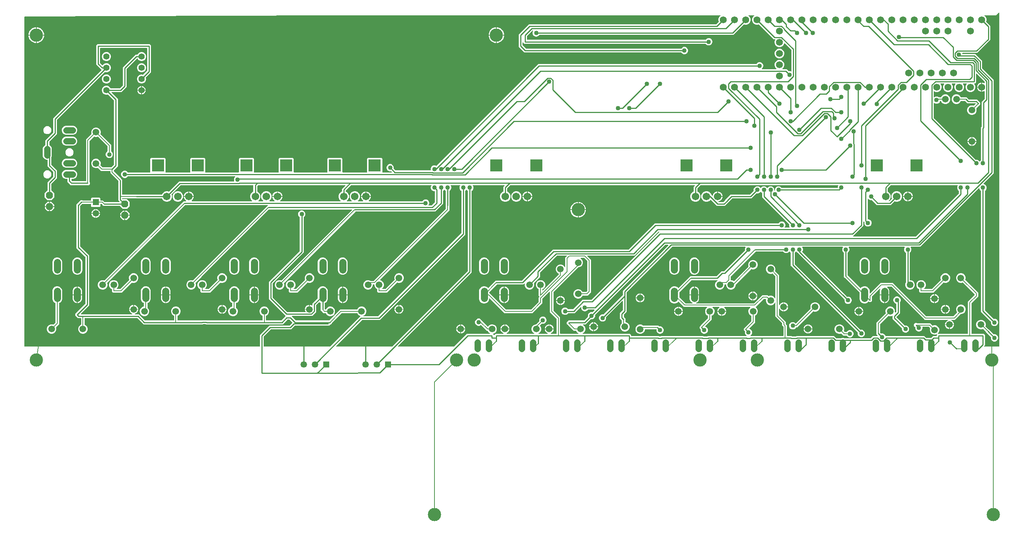
<source format=gbr>
G04 EAGLE Gerber RS-274X export*
G75*
%MOMM*%
%FSLAX34Y34*%
%LPD*%
%INTop Copper*%
%IPPOS*%
%AMOC8*
5,1,8,0,0,1.08239X$1,22.5*%
G01*
G04 Define Apertures*
%ADD10P,1.73204X8X112.5*%
%ADD11R,1.459600X1.459600*%
%ADD12C,1.459600*%
%ADD13C,1.409600*%
%ADD14C,1.459600*%
%ADD15C,1.509600*%
%ADD16C,1.709600*%
%ADD17R,2.800000X2.800000*%
%ADD18C,1.625600*%
%ADD19C,1.574800*%
%ADD20C,1.389600*%
%ADD21C,3.000000*%
%ADD22C,0.243331*%
%ADD23C,1.016000*%
%ADD24C,0.203200*%
G36*
X2426435Y430060D02*
X2426685Y430232D01*
X2426849Y430487D01*
X2426900Y430762D01*
X2426900Y1185060D01*
X2426840Y1185358D01*
X2426668Y1185608D01*
X2426413Y1185771D01*
X2426114Y1185822D01*
X2425819Y1185752D01*
X2425599Y1185599D01*
X2420044Y1180044D01*
X2420017Y1180025D01*
X2419912Y1180000D01*
X2394056Y1180000D01*
X2393758Y1179940D01*
X2393508Y1179768D01*
X2393345Y1179513D01*
X2393294Y1179214D01*
X2393364Y1178919D01*
X2393517Y1178699D01*
X2396377Y1175839D01*
X2398048Y1171805D01*
X2398048Y1167440D01*
X2397456Y1166010D01*
X2397398Y1165713D01*
X2397461Y1165416D01*
X2397621Y1165180D01*
X2406471Y1156330D01*
X2406471Y1123949D01*
X2377135Y1094614D01*
X2343692Y1094614D01*
X2343395Y1094554D01*
X2343144Y1094382D01*
X2342981Y1094127D01*
X2342930Y1093828D01*
X2342988Y1093561D01*
X2343144Y1093183D01*
X2343314Y1092932D01*
X2343568Y1092766D01*
X2343848Y1092713D01*
X2372337Y1092713D01*
X2387713Y1077337D01*
X2387713Y1060645D01*
X2387773Y1060348D01*
X2387936Y1060107D01*
X2414317Y1033726D01*
X2414317Y821897D01*
X2391707Y799287D01*
X2391539Y799035D01*
X2391484Y798736D01*
X2391549Y798440D01*
X2391724Y798193D01*
X2391954Y798045D01*
X2394634Y796935D01*
X2396935Y794634D01*
X2398180Y791627D01*
X2398180Y788373D01*
X2396935Y785366D01*
X2394540Y782972D01*
X2394372Y782719D01*
X2394317Y782433D01*
X2394317Y513162D01*
X2394377Y512864D01*
X2394540Y512623D01*
X2413760Y493403D01*
X2414012Y493236D01*
X2414298Y493180D01*
X2417685Y493180D01*
X2420692Y491935D01*
X2422993Y489634D01*
X2424238Y486627D01*
X2424238Y483373D01*
X2422993Y480366D01*
X2420692Y478065D01*
X2417685Y476820D01*
X2414431Y476820D01*
X2411424Y478065D01*
X2409123Y480366D01*
X2407878Y483373D01*
X2407878Y486760D01*
X2407818Y487057D01*
X2407655Y487299D01*
X2385683Y509270D01*
X2385683Y782433D01*
X2385623Y782730D01*
X2385460Y782972D01*
X2383065Y785366D01*
X2381955Y788046D01*
X2381786Y788297D01*
X2381532Y788463D01*
X2381233Y788516D01*
X2380938Y788449D01*
X2380713Y788293D01*
X2248638Y656218D01*
X2227190Y656218D01*
X2226893Y656158D01*
X2226643Y655986D01*
X2226479Y655731D01*
X2226428Y655432D01*
X2226498Y655137D01*
X2226651Y654917D01*
X2226935Y654634D01*
X2228180Y651627D01*
X2228180Y648373D01*
X2226935Y645366D01*
X2224540Y642972D01*
X2224372Y642719D01*
X2224317Y642433D01*
X2224317Y581410D01*
X2224377Y581113D01*
X2224549Y580863D01*
X2224804Y580699D01*
X2225079Y580648D01*
X2227118Y580648D01*
X2231032Y579027D01*
X2234027Y576032D01*
X2235648Y572118D01*
X2235648Y567882D01*
X2234027Y563968D01*
X2231032Y560973D01*
X2227118Y559352D01*
X2222882Y559352D01*
X2218968Y560973D01*
X2215973Y563968D01*
X2214352Y567882D01*
X2214352Y572118D01*
X2215625Y575192D01*
X2215683Y575484D01*
X2215683Y642433D01*
X2215623Y642730D01*
X2215460Y642972D01*
X2213065Y645366D01*
X2211820Y648373D01*
X2211820Y651627D01*
X2213065Y654634D01*
X2213349Y654917D01*
X2213516Y655170D01*
X2213572Y655468D01*
X2213507Y655764D01*
X2213332Y656012D01*
X2213073Y656171D01*
X2212810Y656218D01*
X2087190Y656218D01*
X2086893Y656158D01*
X2086643Y655986D01*
X2086479Y655731D01*
X2086428Y655432D01*
X2086498Y655137D01*
X2086651Y654917D01*
X2086935Y654634D01*
X2088180Y651627D01*
X2088180Y648373D01*
X2086935Y645366D01*
X2084540Y642972D01*
X2084372Y642719D01*
X2084317Y642433D01*
X2084317Y591702D01*
X2084377Y591405D01*
X2084540Y591163D01*
X2112762Y562941D01*
X2113015Y562773D01*
X2113313Y562718D01*
X2113609Y562783D01*
X2113840Y562941D01*
X2116034Y565135D01*
X2120161Y566844D01*
X2124627Y566844D01*
X2128754Y565135D01*
X2131913Y561976D01*
X2133622Y557849D01*
X2133622Y551283D01*
X2133682Y550985D01*
X2133854Y550735D01*
X2134109Y550572D01*
X2134408Y550521D01*
X2134703Y550591D01*
X2134923Y550744D01*
X2158295Y574116D01*
X2186705Y574116D01*
X2261482Y499339D01*
X2261735Y499172D01*
X2262021Y499116D01*
X2322979Y499116D01*
X2323277Y499176D01*
X2323518Y499339D01*
X2331321Y507142D01*
X2331489Y507395D01*
X2331545Y507693D01*
X2331479Y507990D01*
X2331321Y508220D01*
X2330973Y508568D01*
X2329352Y512482D01*
X2329352Y516718D01*
X2330973Y520632D01*
X2333968Y523627D01*
X2337882Y525248D01*
X2342118Y525248D01*
X2346032Y523627D01*
X2349027Y520632D01*
X2350648Y516718D01*
X2350648Y512482D01*
X2349027Y508568D01*
X2346032Y505573D01*
X2342118Y503952D01*
X2340089Y503952D01*
X2339791Y503892D01*
X2339550Y503729D01*
X2326705Y490884D01*
X2318516Y490884D01*
X2318219Y490824D01*
X2317968Y490652D01*
X2317805Y490397D01*
X2317754Y490098D01*
X2317824Y489803D01*
X2318003Y489558D01*
X2318224Y489418D01*
X2320314Y488552D01*
X2323152Y485714D01*
X2324688Y482007D01*
X2324688Y480762D01*
X2304512Y480762D01*
X2304512Y482007D01*
X2306048Y485714D01*
X2308886Y488552D01*
X2310976Y489418D01*
X2311227Y489588D01*
X2311393Y489842D01*
X2311446Y490140D01*
X2311379Y490436D01*
X2311201Y490682D01*
X2310942Y490839D01*
X2310684Y490884D01*
X2258295Y490884D01*
X2183518Y565661D01*
X2183265Y565828D01*
X2182979Y565884D01*
X2174264Y565884D01*
X2173967Y565824D01*
X2173717Y565652D01*
X2173554Y565397D01*
X2173503Y565098D01*
X2173573Y564803D01*
X2173726Y564583D01*
X2176650Y561659D01*
X2178274Y557738D01*
X2178274Y548250D01*
X2156938Y548250D01*
X2156938Y557738D01*
X2157861Y559967D01*
X2157919Y560265D01*
X2157857Y560562D01*
X2157683Y560810D01*
X2157426Y560972D01*
X2157127Y561020D01*
X2156832Y560948D01*
X2156619Y560798D01*
X2139280Y543459D01*
X2139113Y543206D01*
X2139057Y542920D01*
X2139057Y533236D01*
X2136646Y530825D01*
X2133236Y530825D01*
X2132026Y532035D01*
X2131773Y532203D01*
X2131475Y532258D01*
X2131179Y532193D01*
X2130948Y532035D01*
X2128754Y529841D01*
X2124627Y528132D01*
X2120161Y528132D01*
X2116034Y529841D01*
X2112875Y533000D01*
X2111166Y537127D01*
X2111166Y552579D01*
X2111106Y552877D01*
X2110943Y553118D01*
X2078719Y585342D01*
X2078466Y585510D01*
X2078220Y585558D01*
X2075683Y588094D01*
X2075683Y642433D01*
X2075623Y642730D01*
X2075460Y642972D01*
X2073065Y645366D01*
X2071820Y648373D01*
X2071820Y651627D01*
X2073065Y654634D01*
X2073349Y654917D01*
X2073516Y655170D01*
X2073572Y655468D01*
X2073507Y655764D01*
X2073332Y656012D01*
X2073073Y656171D01*
X2072810Y656218D01*
X1982190Y656218D01*
X1981893Y656158D01*
X1981643Y655986D01*
X1981479Y655731D01*
X1981428Y655432D01*
X1981498Y655137D01*
X1981651Y654917D01*
X1981935Y654634D01*
X1983180Y651627D01*
X1983180Y648373D01*
X1981935Y645366D01*
X1981875Y645307D01*
X1981708Y645054D01*
X1981652Y644756D01*
X1981717Y644460D01*
X1981875Y644229D01*
X2082702Y543403D01*
X2082954Y543236D01*
X2083240Y543180D01*
X2086627Y543180D01*
X2089634Y541935D01*
X2091935Y539634D01*
X2093180Y536627D01*
X2093180Y533373D01*
X2091935Y530366D01*
X2089634Y528065D01*
X2086627Y526820D01*
X2083373Y526820D01*
X2080366Y528065D01*
X2078065Y530366D01*
X2076820Y533373D01*
X2076820Y536760D01*
X2076760Y537057D01*
X2076597Y537299D01*
X1971265Y642630D01*
X1971018Y642796D01*
X1970366Y643065D01*
X1968039Y645393D01*
X1967786Y645560D01*
X1967488Y645616D01*
X1967192Y645551D01*
X1966961Y645393D01*
X1964540Y642972D01*
X1964372Y642719D01*
X1964317Y642433D01*
X1964317Y617104D01*
X1964377Y616806D01*
X1964540Y616565D01*
X2112702Y468403D01*
X2112954Y468236D01*
X2113240Y468180D01*
X2116627Y468180D01*
X2119634Y466935D01*
X2121935Y464634D01*
X2123180Y461627D01*
X2123180Y458373D01*
X2121935Y455366D01*
X2119634Y453065D01*
X2116627Y451820D01*
X2113373Y451820D01*
X2110366Y453065D01*
X2108065Y455366D01*
X2106820Y458373D01*
X2106820Y461760D01*
X2106760Y462057D01*
X2106597Y462299D01*
X1955683Y613212D01*
X1955683Y642433D01*
X1955623Y642730D01*
X1955460Y642972D01*
X1953039Y645393D01*
X1952786Y645560D01*
X1952488Y645616D01*
X1952192Y645551D01*
X1951961Y645393D01*
X1949634Y643065D01*
X1946627Y641820D01*
X1943373Y641820D01*
X1940366Y643065D01*
X1937972Y645460D01*
X1937719Y645628D01*
X1937433Y645683D01*
X1876820Y645683D01*
X1876523Y645623D01*
X1876281Y645460D01*
X1819935Y589114D01*
X1819768Y588861D01*
X1819712Y588575D01*
X1819712Y581410D01*
X1819772Y581113D01*
X1819944Y580863D01*
X1820199Y580699D01*
X1820474Y580648D01*
X1822118Y580648D01*
X1826032Y579027D01*
X1826380Y578679D01*
X1826633Y578511D01*
X1826931Y578455D01*
X1827227Y578521D01*
X1827458Y578679D01*
X1859785Y611006D01*
X1859953Y611259D01*
X1860009Y611557D01*
X1859951Y611837D01*
X1859352Y613282D01*
X1859352Y617518D01*
X1860973Y621432D01*
X1863968Y624427D01*
X1867882Y626048D01*
X1872118Y626048D01*
X1876032Y624427D01*
X1879027Y621432D01*
X1880648Y617518D01*
X1880648Y613282D01*
X1879027Y609368D01*
X1876032Y606373D01*
X1872118Y604752D01*
X1867882Y604752D01*
X1866437Y605351D01*
X1866139Y605409D01*
X1865842Y605346D01*
X1865606Y605185D01*
X1830871Y570450D01*
X1830704Y570197D01*
X1830648Y569911D01*
X1830648Y567882D01*
X1829027Y563968D01*
X1826032Y560973D01*
X1822118Y559352D01*
X1817882Y559352D01*
X1813968Y560973D01*
X1810973Y563968D01*
X1809352Y567882D01*
X1809352Y569926D01*
X1809292Y570223D01*
X1809120Y570473D01*
X1808865Y570637D01*
X1808590Y570688D01*
X1806410Y570688D01*
X1806113Y570628D01*
X1805863Y570456D01*
X1805699Y570201D01*
X1805648Y569926D01*
X1805648Y567882D01*
X1804027Y563968D01*
X1801032Y560973D01*
X1797118Y559352D01*
X1792882Y559352D01*
X1788968Y560973D01*
X1785973Y563968D01*
X1784352Y567882D01*
X1784352Y572118D01*
X1785973Y576032D01*
X1788968Y579027D01*
X1789428Y579217D01*
X1789680Y579387D01*
X1789845Y579641D01*
X1789898Y579940D01*
X1789831Y580235D01*
X1789653Y580481D01*
X1789394Y580638D01*
X1789136Y580683D01*
X1731726Y580683D01*
X1731429Y580623D01*
X1731187Y580460D01*
X1703845Y553118D01*
X1703678Y552865D01*
X1703622Y552579D01*
X1703622Y542397D01*
X1703682Y542099D01*
X1703845Y541858D01*
X1717360Y528343D01*
X1717613Y528176D01*
X1717899Y528120D01*
X1733034Y528120D01*
X1733331Y528180D01*
X1733581Y528352D01*
X1733745Y528607D01*
X1733796Y528906D01*
X1733726Y529201D01*
X1733547Y529446D01*
X1733326Y529586D01*
X1731563Y530316D01*
X1728562Y533317D01*
X1726938Y537238D01*
X1726938Y546726D01*
X1748274Y546726D01*
X1748274Y537238D01*
X1746650Y533317D01*
X1743649Y530316D01*
X1741886Y529586D01*
X1741635Y529417D01*
X1741469Y529162D01*
X1741416Y528864D01*
X1741484Y528568D01*
X1741661Y528322D01*
X1741920Y528165D01*
X1742178Y528120D01*
X1872369Y528120D01*
X1872666Y528180D01*
X1872907Y528343D01*
X1890988Y546423D01*
X1903997Y546423D01*
X1905606Y544815D01*
X1905859Y544647D01*
X1906157Y544591D01*
X1906437Y544649D01*
X1907882Y545248D01*
X1912118Y545248D01*
X1916032Y543627D01*
X1919027Y540632D01*
X1919418Y539688D01*
X1919588Y539436D01*
X1919842Y539271D01*
X1920140Y539217D01*
X1920436Y539285D01*
X1920682Y539462D01*
X1920839Y539722D01*
X1920884Y539979D01*
X1920884Y588379D01*
X1920824Y588677D01*
X1920661Y588918D01*
X1914394Y595185D01*
X1914141Y595353D01*
X1913843Y595409D01*
X1913563Y595351D01*
X1912118Y594752D01*
X1907882Y594752D01*
X1903968Y596373D01*
X1900973Y599368D01*
X1899352Y603282D01*
X1899352Y607518D01*
X1900973Y611432D01*
X1903968Y614427D01*
X1907882Y616048D01*
X1912118Y616048D01*
X1916032Y614427D01*
X1919027Y611432D01*
X1920648Y607518D01*
X1920648Y603282D01*
X1920049Y601837D01*
X1919991Y601539D01*
X1920054Y601242D01*
X1920215Y601006D01*
X1929116Y592105D01*
X1929116Y524881D01*
X1929176Y524584D01*
X1929348Y524334D01*
X1929603Y524171D01*
X1929902Y524120D01*
X1930197Y524190D01*
X1930442Y524369D01*
X1930582Y524590D01*
X1931048Y525714D01*
X1933886Y528552D01*
X1937593Y530088D01*
X1938838Y530088D01*
X1938838Y509912D01*
X1937593Y509912D01*
X1933886Y511448D01*
X1931048Y514286D01*
X1930582Y515410D01*
X1930413Y515662D01*
X1930158Y515827D01*
X1929860Y515880D01*
X1929564Y515813D01*
X1929318Y515635D01*
X1929161Y515376D01*
X1929116Y515119D01*
X1929116Y502021D01*
X1929176Y501723D01*
X1929339Y501482D01*
X1944116Y486705D01*
X1944116Y482021D01*
X1944176Y481723D01*
X1944339Y481482D01*
X1947047Y478774D01*
X1947047Y455221D01*
X1947108Y454924D01*
X1947279Y454674D01*
X1947535Y454511D01*
X1947809Y454459D01*
X1957415Y454459D01*
X1958125Y453750D01*
X1958378Y453582D01*
X1958664Y453527D01*
X1967049Y453527D01*
X1967347Y453587D01*
X1967588Y453750D01*
X1968155Y454317D01*
X2040685Y454317D01*
X2040982Y454377D01*
X2041104Y454459D01*
X2053457Y454459D01*
X2058836Y449080D01*
X2059089Y448913D01*
X2059375Y448857D01*
X2064215Y448857D01*
X2064513Y448917D01*
X2064754Y449080D01*
X2065067Y449394D01*
X2069030Y449394D01*
X2069322Y449452D01*
X2070632Y449994D01*
X2074768Y449994D01*
X2076078Y449452D01*
X2076370Y449394D01*
X2135762Y449394D01*
X2136059Y449454D01*
X2136301Y449617D01*
X2141143Y454459D01*
X2151186Y454459D01*
X2151484Y454520D01*
X2151734Y454691D01*
X2151897Y454947D01*
X2151948Y455246D01*
X2151878Y455541D01*
X2151725Y455760D01*
X2149183Y458302D01*
X2149183Y461890D01*
X2149328Y462108D01*
X2149384Y462394D01*
X2149384Y484805D01*
X2170185Y505606D01*
X2170353Y505859D01*
X2170409Y506157D01*
X2170351Y506437D01*
X2169752Y507882D01*
X2169752Y512118D01*
X2171373Y516032D01*
X2174368Y519027D01*
X2178282Y520648D01*
X2182518Y520648D01*
X2186432Y519027D01*
X2189427Y516032D01*
X2191048Y512118D01*
X2191048Y508324D01*
X2191108Y508026D01*
X2191280Y507776D01*
X2191535Y507613D01*
X2191834Y507562D01*
X2192129Y507632D01*
X2192349Y507785D01*
X2193629Y509065D01*
X2193796Y509318D01*
X2193852Y509604D01*
X2193852Y526853D01*
X2193792Y527150D01*
X2193620Y527400D01*
X2193382Y527557D01*
X2191035Y528529D01*
X2188734Y530830D01*
X2187489Y533837D01*
X2187489Y537091D01*
X2188734Y540097D01*
X2191035Y542398D01*
X2194042Y543644D01*
X2197296Y543644D01*
X2200302Y542398D01*
X2202603Y540097D01*
X2203849Y537091D01*
X2203849Y533837D01*
X2202545Y530690D01*
X2202546Y530690D01*
X2202541Y530682D01*
X2202485Y530397D01*
X2202485Y505712D01*
X2194540Y497766D01*
X2194372Y497514D01*
X2194317Y497228D01*
X2194317Y497104D01*
X2194377Y496806D01*
X2194540Y496565D01*
X2212702Y478403D01*
X2212954Y478236D01*
X2213240Y478180D01*
X2216627Y478180D01*
X2219634Y476935D01*
X2221935Y474634D01*
X2223180Y471627D01*
X2223180Y468373D01*
X2221935Y465366D01*
X2219634Y463065D01*
X2216627Y461820D01*
X2213373Y461820D01*
X2210366Y463065D01*
X2208065Y465366D01*
X2206820Y468373D01*
X2206820Y471760D01*
X2206760Y472057D01*
X2206597Y472299D01*
X2185683Y493212D01*
X2185683Y499523D01*
X2185623Y499820D01*
X2185452Y500070D01*
X2185196Y500233D01*
X2184897Y500284D01*
X2184630Y500227D01*
X2182518Y499352D01*
X2178282Y499352D01*
X2176837Y499951D01*
X2176539Y500009D01*
X2176242Y499946D01*
X2176006Y499785D01*
X2157839Y481618D01*
X2157672Y481365D01*
X2157616Y481079D01*
X2157616Y462394D01*
X2157676Y462097D01*
X2157839Y461856D01*
X2159497Y460198D01*
X2159749Y460031D01*
X2160035Y459975D01*
X2163422Y459975D01*
X2166429Y458730D01*
X2168730Y456429D01*
X2169410Y454787D01*
X2169579Y454536D01*
X2169833Y454370D01*
X2170114Y454317D01*
X2240685Y454317D01*
X2240982Y454377D01*
X2241104Y454459D01*
X2257415Y454459D01*
X2261658Y450217D01*
X2261910Y450050D01*
X2262196Y449994D01*
X2270480Y449994D01*
X2270480Y449994D01*
X2272369Y449994D01*
X2272666Y450054D01*
X2272907Y450217D01*
X2277007Y454317D01*
X2284921Y454317D01*
X2285219Y454377D01*
X2285469Y454549D01*
X2285632Y454804D01*
X2285683Y455079D01*
X2285683Y456788D01*
X2285990Y457094D01*
X2286157Y457347D01*
X2286213Y457645D01*
X2286148Y457942D01*
X2285972Y458189D01*
X2285714Y458348D01*
X2285414Y458394D01*
X2285159Y458337D01*
X2282718Y457326D01*
X2278482Y457326D01*
X2274568Y458947D01*
X2271573Y461942D01*
X2269952Y465856D01*
X2269952Y470092D01*
X2270551Y471537D01*
X2270609Y471835D01*
X2270546Y472132D01*
X2270385Y472368D01*
X2268044Y474709D01*
X2267791Y474877D01*
X2267505Y474933D01*
X2253952Y474933D01*
X2253655Y474872D01*
X2253405Y474701D01*
X2253241Y474445D01*
X2253190Y474171D01*
X2253190Y470912D01*
X2251945Y467905D01*
X2249644Y465604D01*
X2246637Y464359D01*
X2243383Y464359D01*
X2240376Y465604D01*
X2238075Y467905D01*
X2236830Y470912D01*
X2236830Y474298D01*
X2236770Y474596D01*
X2236607Y474837D01*
X2234183Y477261D01*
X2234183Y480837D01*
X2236712Y483365D01*
X2240300Y483365D01*
X2240518Y483220D01*
X2240804Y483165D01*
X2271230Y483165D01*
X2276206Y478189D01*
X2276459Y478021D01*
X2276757Y477965D01*
X2277037Y478023D01*
X2278482Y478622D01*
X2282718Y478622D01*
X2286632Y477001D01*
X2289627Y474006D01*
X2291248Y470092D01*
X2291248Y465856D01*
X2289627Y461942D01*
X2288302Y460617D01*
X2288135Y460365D01*
X2288079Y460067D01*
X2288144Y459770D01*
X2288319Y459523D01*
X2288578Y459364D01*
X2288841Y459317D01*
X2355122Y459317D01*
X2355419Y459377D01*
X2355669Y459549D01*
X2355833Y459804D01*
X2355884Y460079D01*
X2355884Y531705D01*
X2370661Y546482D01*
X2370828Y546735D01*
X2370884Y547021D01*
X2370884Y548379D01*
X2370824Y548677D01*
X2370661Y548918D01*
X2344394Y575185D01*
X2344141Y575353D01*
X2343843Y575409D01*
X2343563Y575351D01*
X2342118Y574752D01*
X2337882Y574752D01*
X2333968Y576373D01*
X2330973Y579368D01*
X2329352Y583282D01*
X2329352Y587518D01*
X2330973Y591432D01*
X2333968Y594427D01*
X2337882Y596048D01*
X2342118Y596048D01*
X2346032Y594427D01*
X2349027Y591432D01*
X2350648Y587518D01*
X2350648Y583282D01*
X2350049Y581837D01*
X2349991Y581539D01*
X2350054Y581242D01*
X2350215Y581006D01*
X2379116Y552105D01*
X2379116Y543295D01*
X2364339Y528518D01*
X2364172Y528265D01*
X2364116Y527979D01*
X2364116Y460079D01*
X2364176Y459781D01*
X2364348Y459531D01*
X2364603Y459368D01*
X2364878Y459317D01*
X2391788Y459317D01*
X2394317Y456788D01*
X2394317Y433212D01*
X2392406Y431301D01*
X2392238Y431048D01*
X2392182Y430750D01*
X2392248Y430454D01*
X2392423Y430206D01*
X2392681Y430047D01*
X2392944Y430000D01*
X2426138Y430000D01*
X2426435Y430060D01*
G37*
%LPC*%
G36*
X2165373Y593156D02*
X2161246Y594865D01*
X2158087Y598024D01*
X2156378Y602151D01*
X2156378Y622873D01*
X2158087Y627000D01*
X2161246Y630159D01*
X2165373Y631868D01*
X2169839Y631868D01*
X2173966Y630159D01*
X2177125Y627000D01*
X2178834Y622873D01*
X2178834Y602151D01*
X2177125Y598024D01*
X2173966Y594865D01*
X2169839Y593156D01*
X2165373Y593156D01*
G37*
G36*
X2120161Y593156D02*
X2116034Y594865D01*
X2112875Y598024D01*
X2111166Y602151D01*
X2111166Y622873D01*
X2112875Y627000D01*
X2116034Y630159D01*
X2120161Y631868D01*
X2124627Y631868D01*
X2128754Y630159D01*
X2131913Y627000D01*
X2133622Y622873D01*
X2133622Y602151D01*
X2131913Y598024D01*
X2128754Y594865D01*
X2124627Y593156D01*
X2120161Y593156D01*
G37*
G36*
X2248295Y552384D02*
X2245884Y554795D01*
X2245884Y559670D01*
X2245824Y559968D01*
X2245652Y560218D01*
X2245414Y560374D01*
X2243968Y560973D01*
X2240973Y563968D01*
X2239352Y567882D01*
X2239352Y572118D01*
X2240973Y576032D01*
X2243968Y579027D01*
X2247882Y580648D01*
X2252118Y580648D01*
X2256032Y579027D01*
X2259027Y576032D01*
X2260648Y572118D01*
X2260648Y567882D01*
X2259027Y563968D01*
X2256975Y561917D01*
X2256808Y561664D01*
X2256752Y561366D01*
X2256817Y561070D01*
X2256993Y560822D01*
X2257251Y560663D01*
X2257514Y560616D01*
X2274079Y560616D01*
X2274377Y560676D01*
X2274618Y560839D01*
X2294785Y581006D01*
X2294953Y581259D01*
X2295009Y581557D01*
X2294951Y581837D01*
X2294352Y583282D01*
X2294352Y587518D01*
X2295973Y591432D01*
X2298968Y594427D01*
X2302882Y596048D01*
X2307118Y596048D01*
X2311032Y594427D01*
X2314027Y591432D01*
X2315648Y587518D01*
X2315648Y583282D01*
X2314027Y579368D01*
X2311032Y576373D01*
X2307118Y574752D01*
X2302882Y574752D01*
X2301437Y575351D01*
X2301139Y575409D01*
X2300842Y575346D01*
X2300606Y575185D01*
X2277805Y552384D01*
X2248295Y552384D01*
G37*
G36*
X1726938Y548250D02*
X1726938Y557738D01*
X1728562Y561659D01*
X1731563Y564660D01*
X1735484Y566284D01*
X1736844Y566284D01*
X1736844Y548250D01*
X1726938Y548250D01*
G37*
G36*
X1738368Y548250D02*
X1738368Y566284D01*
X1739728Y566284D01*
X1743649Y564660D01*
X1746650Y561659D01*
X1748274Y557738D01*
X1748274Y548250D01*
X1738368Y548250D01*
G37*
G36*
X1859912Y545362D02*
X1859912Y546607D01*
X1861448Y550314D01*
X1864286Y553152D01*
X1867993Y554688D01*
X1869238Y554688D01*
X1869238Y545362D01*
X1859912Y545362D01*
G37*
G36*
X1870762Y545362D02*
X1870762Y554688D01*
X1872007Y554688D01*
X1875714Y553152D01*
X1878552Y550314D01*
X1880088Y546607D01*
X1880088Y545362D01*
X1870762Y545362D01*
G37*
G36*
X2270512Y539536D02*
X2270512Y540781D01*
X2272048Y544488D01*
X2274886Y547326D01*
X2278593Y548862D01*
X2279838Y548862D01*
X2279838Y539536D01*
X2270512Y539536D01*
G37*
G36*
X2281362Y539536D02*
X2281362Y548862D01*
X2282607Y548862D01*
X2286314Y547326D01*
X2289152Y544488D01*
X2290688Y540781D01*
X2290688Y539536D01*
X2281362Y539536D01*
G37*
G36*
X2165484Y528692D02*
X2161563Y530316D01*
X2158562Y533317D01*
X2156938Y537238D01*
X2156938Y546726D01*
X2166844Y546726D01*
X2166844Y528692D01*
X2165484Y528692D01*
G37*
G36*
X2168368Y528692D02*
X2168368Y546726D01*
X2178274Y546726D01*
X2178274Y537238D01*
X2176650Y533317D01*
X2173649Y530316D01*
X2169728Y528692D01*
X2168368Y528692D01*
G37*
G36*
X1870762Y534512D02*
X1870762Y543838D01*
X1880088Y543838D01*
X1880088Y542593D01*
X1878552Y538886D01*
X1875714Y536048D01*
X1872007Y534512D01*
X1870762Y534512D01*
G37*
G36*
X1867993Y534512D02*
X1864286Y536048D01*
X1861448Y538886D01*
X1859912Y542593D01*
X1859912Y543838D01*
X1869238Y543838D01*
X1869238Y534512D01*
X1867993Y534512D01*
G37*
G36*
X2281362Y528686D02*
X2281362Y538012D01*
X2290688Y538012D01*
X2290688Y536767D01*
X2289152Y533060D01*
X2286314Y530222D01*
X2282607Y528686D01*
X2281362Y528686D01*
G37*
G36*
X2278593Y528686D02*
X2274886Y530222D01*
X2272048Y533060D01*
X2270512Y536767D01*
X2270512Y538012D01*
X2279838Y538012D01*
X2279838Y528686D01*
X2278593Y528686D01*
G37*
G36*
X1958383Y469359D02*
X1955376Y470604D01*
X1953075Y472905D01*
X1951830Y475912D01*
X1951830Y479166D01*
X1953075Y482172D01*
X1955376Y484473D01*
X1958383Y485719D01*
X1961637Y485719D01*
X1964644Y484473D01*
X1966309Y482808D01*
X1966562Y482640D01*
X1966860Y482585D01*
X1967156Y482650D01*
X1967387Y482808D01*
X2000185Y515606D01*
X2000353Y515859D01*
X2000409Y516157D01*
X2000351Y516437D01*
X1999752Y517882D01*
X1999752Y522118D01*
X2001373Y526032D01*
X2004368Y529027D01*
X2008282Y530648D01*
X2012518Y530648D01*
X2016432Y529027D01*
X2019427Y526032D01*
X2021048Y522118D01*
X2021048Y517882D01*
X2019427Y513968D01*
X2016432Y510973D01*
X2012518Y509352D01*
X2008282Y509352D01*
X2006837Y509951D01*
X2006539Y510009D01*
X2006242Y509946D01*
X2006006Y509785D01*
X1969644Y473423D01*
X1967668Y473423D01*
X1967371Y473362D01*
X1967121Y473191D01*
X1966964Y472952D01*
X1966945Y472905D01*
X1964644Y470604D01*
X1961637Y469359D01*
X1958383Y469359D01*
G37*
G36*
X1940362Y520762D02*
X1940362Y530088D01*
X1941607Y530088D01*
X1945314Y528552D01*
X1948152Y525714D01*
X1949688Y522007D01*
X1949688Y520762D01*
X1940362Y520762D01*
G37*
G36*
X2294912Y515362D02*
X2294912Y516607D01*
X2296448Y520314D01*
X2299286Y523152D01*
X2302993Y524688D01*
X2304238Y524688D01*
X2304238Y515362D01*
X2294912Y515362D01*
G37*
G36*
X2305762Y515362D02*
X2305762Y524688D01*
X2307007Y524688D01*
X2310714Y523152D01*
X2313552Y520314D01*
X2315088Y516607D01*
X2315088Y515362D01*
X2305762Y515362D01*
G37*
G36*
X2110362Y510762D02*
X2110362Y520088D01*
X2111607Y520088D01*
X2115314Y518552D01*
X2118152Y515714D01*
X2119688Y512007D01*
X2119688Y510762D01*
X2110362Y510762D01*
G37*
G36*
X2099512Y510762D02*
X2099512Y512007D01*
X2101048Y515714D01*
X2103886Y518552D01*
X2107593Y520088D01*
X2108838Y520088D01*
X2108838Y510762D01*
X2099512Y510762D01*
G37*
G36*
X1940362Y509912D02*
X1940362Y519238D01*
X1949688Y519238D01*
X1949688Y517993D01*
X1948152Y514286D01*
X1945314Y511448D01*
X1941607Y509912D01*
X1940362Y509912D01*
G37*
G36*
X2302993Y504512D02*
X2299286Y506048D01*
X2296448Y508886D01*
X2294912Y512593D01*
X2294912Y513838D01*
X2304238Y513838D01*
X2304238Y504512D01*
X2302993Y504512D01*
G37*
G36*
X2305762Y504512D02*
X2305762Y513838D01*
X2315088Y513838D01*
X2315088Y512593D01*
X2313552Y508886D01*
X2310714Y506048D01*
X2307007Y504512D01*
X2305762Y504512D01*
G37*
G36*
X2110362Y499912D02*
X2110362Y509238D01*
X2119688Y509238D01*
X2119688Y507993D01*
X2118152Y504286D01*
X2115314Y501448D01*
X2111607Y499912D01*
X2110362Y499912D01*
G37*
G36*
X2107593Y499912D02*
X2103886Y501448D01*
X2101048Y504286D01*
X2099512Y507993D01*
X2099512Y509238D01*
X2108838Y509238D01*
X2108838Y499912D01*
X2107593Y499912D01*
G37*
G36*
X2414431Y441820D02*
X2411424Y443065D01*
X2409123Y445366D01*
X2407878Y448373D01*
X2407878Y451760D01*
X2407818Y452057D01*
X2407655Y452299D01*
X2396733Y463220D01*
X2396681Y463477D01*
X2396518Y463719D01*
X2390259Y469978D01*
X2390006Y470146D01*
X2389708Y470201D01*
X2389429Y470143D01*
X2387518Y469352D01*
X2383282Y469352D01*
X2379368Y470973D01*
X2376373Y473968D01*
X2374752Y477882D01*
X2374752Y482118D01*
X2376373Y486032D01*
X2379368Y489027D01*
X2383282Y490648D01*
X2387518Y490648D01*
X2391432Y489027D01*
X2394427Y486032D01*
X2396048Y482118D01*
X2396048Y477882D01*
X2395642Y476902D01*
X2395584Y476604D01*
X2395647Y476308D01*
X2395807Y476072D01*
X2402339Y469540D01*
X2402592Y469372D01*
X2402838Y469324D01*
X2413760Y458403D01*
X2414012Y458236D01*
X2414298Y458180D01*
X2417685Y458180D01*
X2420692Y456935D01*
X2422993Y454634D01*
X2424238Y451627D01*
X2424238Y448373D01*
X2422993Y445366D01*
X2420692Y443065D01*
X2417685Y441820D01*
X2414431Y441820D01*
G37*
G36*
X2087668Y451115D02*
X2084661Y452360D01*
X2082360Y454661D01*
X2082341Y454709D01*
X2082171Y454960D01*
X2081917Y455126D01*
X2081637Y455179D01*
X2074400Y455179D01*
X2069794Y459785D01*
X2069541Y459953D01*
X2069243Y460009D01*
X2068963Y459951D01*
X2067518Y459352D01*
X2063282Y459352D01*
X2059368Y460973D01*
X2056373Y463968D01*
X2054752Y467882D01*
X2054752Y472118D01*
X2056373Y476032D01*
X2059368Y479027D01*
X2063282Y480648D01*
X2067518Y480648D01*
X2071432Y479027D01*
X2074427Y476032D01*
X2076048Y472118D01*
X2076048Y467882D01*
X2075449Y466437D01*
X2075391Y466139D01*
X2075454Y465842D01*
X2075615Y465606D01*
X2077587Y463634D01*
X2077840Y463467D01*
X2078126Y463411D01*
X2081637Y463411D01*
X2081934Y463471D01*
X2082184Y463643D01*
X2082341Y463881D01*
X2082360Y463929D01*
X2084661Y466230D01*
X2087668Y467475D01*
X2090922Y467475D01*
X2093929Y466230D01*
X2096230Y463929D01*
X2097475Y460922D01*
X2097475Y457668D01*
X2096230Y454661D01*
X2093929Y452360D01*
X2090922Y451115D01*
X2087668Y451115D01*
G37*
G36*
X1995362Y470762D02*
X1995362Y480088D01*
X1996607Y480088D01*
X2000314Y478552D01*
X2003152Y475714D01*
X2004688Y472007D01*
X2004688Y470762D01*
X1995362Y470762D01*
G37*
G36*
X1984512Y470762D02*
X1984512Y472007D01*
X1986048Y475714D01*
X1988886Y478552D01*
X1992593Y480088D01*
X1993838Y480088D01*
X1993838Y470762D01*
X1984512Y470762D01*
G37*
G36*
X2315362Y469912D02*
X2315362Y479238D01*
X2324688Y479238D01*
X2324688Y477993D01*
X2323152Y474286D01*
X2320314Y471448D01*
X2316607Y469912D01*
X2315362Y469912D01*
G37*
G36*
X2312593Y469912D02*
X2308886Y471448D01*
X2306048Y474286D01*
X2304512Y477993D01*
X2304512Y479238D01*
X2313838Y479238D01*
X2313838Y469912D01*
X2312593Y469912D01*
G37*
G36*
X1995362Y459912D02*
X1995362Y469238D01*
X2004688Y469238D01*
X2004688Y467993D01*
X2003152Y464286D01*
X2000314Y461448D01*
X1996607Y459912D01*
X1995362Y459912D01*
G37*
G36*
X1992593Y459912D02*
X1988886Y461448D01*
X1986048Y464286D01*
X1984512Y467993D01*
X1984512Y469238D01*
X1993838Y469238D01*
X1993838Y459912D01*
X1992593Y459912D01*
G37*
%LPD*%
G36*
X755219Y430060D02*
X755469Y430232D01*
X755632Y430487D01*
X755683Y430762D01*
X755683Y456788D01*
X777015Y478120D01*
X822368Y478120D01*
X822666Y478180D01*
X822907Y478343D01*
X828625Y484061D01*
X828793Y484314D01*
X828848Y484612D01*
X828783Y484908D01*
X828625Y485139D01*
X822907Y490857D01*
X822654Y491024D01*
X822368Y491080D01*
X817632Y491080D01*
X817334Y491020D01*
X817093Y490857D01*
X806919Y480683D01*
X633081Y480683D01*
X632907Y480857D01*
X632654Y481024D01*
X632368Y481080D01*
X627632Y481080D01*
X627334Y481020D01*
X627093Y480857D01*
X626919Y480683D01*
X492543Y480683D01*
X478563Y494663D01*
X478310Y494831D01*
X478024Y494887D01*
X360278Y494887D01*
X359981Y494826D01*
X359731Y494655D01*
X359567Y494399D01*
X359516Y494125D01*
X359516Y480330D01*
X359576Y480032D01*
X359748Y479782D01*
X359986Y479626D01*
X361432Y479027D01*
X364427Y476032D01*
X366048Y472118D01*
X366048Y467882D01*
X364427Y463968D01*
X361432Y460973D01*
X357518Y459352D01*
X353282Y459352D01*
X349368Y460973D01*
X346373Y463968D01*
X344752Y467882D01*
X344752Y472118D01*
X346373Y476032D01*
X349368Y479027D01*
X350814Y479626D01*
X351065Y479795D01*
X351231Y480049D01*
X351284Y480330D01*
X351284Y494125D01*
X351224Y494422D01*
X351052Y494672D01*
X350797Y494835D01*
X350522Y494887D01*
X344009Y494887D01*
X338183Y500712D01*
X338183Y504288D01*
X360460Y526565D01*
X360628Y526818D01*
X360683Y527104D01*
X360683Y632896D01*
X360623Y633194D01*
X360460Y633435D01*
X340683Y653212D01*
X340683Y751788D01*
X350112Y761217D01*
X353700Y761217D01*
X353918Y761072D01*
X354204Y761016D01*
X373140Y761016D01*
X373437Y761076D01*
X373687Y761248D01*
X373851Y761503D01*
X373902Y761778D01*
X373902Y765482D01*
X375718Y767298D01*
X392882Y767298D01*
X394698Y765482D01*
X394698Y761778D01*
X394758Y761481D01*
X394930Y761231D01*
X395185Y761067D01*
X395460Y761016D01*
X401154Y761016D01*
X404548Y757622D01*
X404801Y757454D01*
X405087Y757399D01*
X437357Y757399D01*
X437654Y757459D01*
X437904Y757630D01*
X438068Y757886D01*
X438119Y758185D01*
X438049Y758480D01*
X437896Y758699D01*
X435683Y760912D01*
X435683Y804680D01*
X435623Y804977D01*
X435460Y805219D01*
X417384Y823295D01*
X417384Y826622D01*
X417324Y826919D01*
X417152Y827169D01*
X416897Y827333D01*
X416622Y827384D01*
X396395Y827384D01*
X389394Y834385D01*
X389141Y834553D01*
X388843Y834609D01*
X388563Y834551D01*
X387118Y833952D01*
X382882Y833952D01*
X378968Y835573D01*
X375973Y838568D01*
X374352Y842482D01*
X374352Y846718D01*
X375973Y850632D01*
X378968Y853627D01*
X382882Y855248D01*
X387118Y855248D01*
X391032Y853627D01*
X394027Y850632D01*
X395648Y846718D01*
X395648Y842482D01*
X395049Y841037D01*
X394991Y840739D01*
X395054Y840442D01*
X395215Y840206D01*
X399582Y835839D01*
X399835Y835672D01*
X400121Y835616D01*
X419196Y835616D01*
X419493Y835676D01*
X419735Y835839D01*
X425460Y841565D01*
X425628Y841818D01*
X425683Y842104D01*
X425683Y986796D01*
X425623Y987094D01*
X425460Y987335D01*
X412334Y1000462D01*
X412081Y1000629D01*
X411783Y1000685D01*
X411503Y1000627D01*
X410599Y1000252D01*
X406601Y1000252D01*
X402908Y1001782D01*
X400082Y1004608D01*
X398552Y1008301D01*
X398552Y1012299D01*
X400082Y1015992D01*
X402908Y1018818D01*
X406601Y1020348D01*
X410599Y1020348D01*
X414292Y1018818D01*
X417118Y1015992D01*
X417493Y1015087D01*
X417663Y1014836D01*
X417917Y1014670D01*
X418197Y1014617D01*
X438196Y1014617D01*
X438494Y1014677D01*
X438735Y1014840D01*
X445460Y1021565D01*
X445628Y1021818D01*
X445683Y1022104D01*
X445683Y1061788D01*
X474712Y1090817D01*
X478403Y1090817D01*
X478700Y1090877D01*
X478950Y1091049D01*
X479107Y1091287D01*
X479482Y1092192D01*
X482308Y1095018D01*
X486001Y1096548D01*
X489999Y1096548D01*
X493692Y1095018D01*
X496518Y1092192D01*
X498048Y1088499D01*
X498048Y1084501D01*
X496518Y1080808D01*
X493692Y1077982D01*
X489999Y1076452D01*
X486001Y1076452D01*
X482308Y1077982D01*
X479482Y1080808D01*
X479166Y1081571D01*
X478996Y1081823D01*
X478742Y1081988D01*
X478444Y1082041D01*
X478148Y1081974D01*
X477923Y1081818D01*
X454540Y1058435D01*
X454372Y1058182D01*
X454317Y1057896D01*
X454317Y1018212D01*
X442088Y1005983D01*
X420861Y1005983D01*
X420564Y1005923D01*
X420314Y1005752D01*
X420150Y1005496D01*
X420099Y1005197D01*
X420169Y1004902D01*
X420322Y1004683D01*
X434317Y990688D01*
X434317Y838212D01*
X425839Y829735D01*
X425672Y829482D01*
X425616Y829196D01*
X425616Y827021D01*
X425676Y826723D01*
X425839Y826482D01*
X441281Y811040D01*
X441534Y810872D01*
X441780Y810824D01*
X444317Y808288D01*
X444317Y774878D01*
X444377Y774581D01*
X444549Y774331D01*
X444804Y774167D01*
X445079Y774116D01*
X474196Y774116D01*
X474493Y774176D01*
X474701Y774317D01*
X533671Y774317D01*
X533968Y774377D01*
X534219Y774549D01*
X534375Y774787D01*
X535125Y776598D01*
X538402Y779875D01*
X542683Y781648D01*
X547317Y781648D01*
X549128Y780898D01*
X549426Y780840D01*
X549722Y780903D01*
X549958Y781063D01*
X572853Y803957D01*
X696667Y803957D01*
X696965Y804018D01*
X697215Y804189D01*
X697378Y804445D01*
X697429Y804744D01*
X697371Y805011D01*
X696820Y806342D01*
X696820Y809596D01*
X698065Y812603D01*
X699845Y814383D01*
X700012Y814635D01*
X700068Y814934D01*
X700003Y815230D01*
X699828Y815477D01*
X699569Y815636D01*
X699306Y815683D01*
X457567Y815683D01*
X457270Y815623D01*
X457028Y815460D01*
X454634Y813065D01*
X451627Y811820D01*
X448373Y811820D01*
X445366Y813065D01*
X443065Y815366D01*
X441820Y818373D01*
X441820Y821627D01*
X443065Y824634D01*
X445366Y826935D01*
X448373Y828180D01*
X451627Y828180D01*
X454634Y826935D01*
X457028Y824540D01*
X457281Y824372D01*
X457567Y824317D01*
X507138Y824317D01*
X507435Y824377D01*
X507685Y824549D01*
X507849Y824804D01*
X507900Y825079D01*
X507900Y855284D01*
X509716Y857100D01*
X540284Y857100D01*
X542100Y855284D01*
X542100Y825079D01*
X542160Y824781D01*
X542332Y824531D01*
X542587Y824368D01*
X542862Y824317D01*
X597138Y824317D01*
X597435Y824377D01*
X597685Y824549D01*
X597849Y824804D01*
X597900Y825079D01*
X597900Y855284D01*
X599716Y857100D01*
X630284Y857100D01*
X632100Y855284D01*
X632100Y825079D01*
X632160Y824781D01*
X632332Y824531D01*
X632587Y824368D01*
X632862Y824317D01*
X707138Y824317D01*
X707435Y824377D01*
X707685Y824549D01*
X707849Y824804D01*
X707900Y825079D01*
X707900Y855284D01*
X709716Y857100D01*
X740284Y857100D01*
X742100Y855284D01*
X742100Y825079D01*
X742160Y824781D01*
X742332Y824531D01*
X742587Y824368D01*
X742862Y824317D01*
X797138Y824317D01*
X797435Y824377D01*
X797685Y824549D01*
X797849Y824804D01*
X797900Y825079D01*
X797900Y855284D01*
X799716Y857100D01*
X830284Y857100D01*
X832100Y855284D01*
X832100Y825079D01*
X832160Y824781D01*
X832332Y824531D01*
X832587Y824368D01*
X832862Y824317D01*
X907138Y824317D01*
X907435Y824377D01*
X907685Y824549D01*
X907849Y824804D01*
X907900Y825079D01*
X907900Y855284D01*
X909716Y857100D01*
X940284Y857100D01*
X942100Y855284D01*
X942100Y825079D01*
X942160Y824781D01*
X942332Y824531D01*
X942587Y824368D01*
X942862Y824317D01*
X997138Y824317D01*
X997435Y824377D01*
X997685Y824549D01*
X997849Y824804D01*
X997900Y825079D01*
X997900Y855284D01*
X999716Y857100D01*
X1030284Y857100D01*
X1032100Y855284D01*
X1032100Y825079D01*
X1032160Y824781D01*
X1032332Y824531D01*
X1032587Y824368D01*
X1032862Y824317D01*
X1052739Y824317D01*
X1053036Y824377D01*
X1053286Y824549D01*
X1053450Y824804D01*
X1053501Y825103D01*
X1053431Y825398D01*
X1053278Y825617D01*
X1052299Y826597D01*
X1052046Y826764D01*
X1051760Y826820D01*
X1048373Y826820D01*
X1045366Y828065D01*
X1043065Y830366D01*
X1041820Y833373D01*
X1041820Y836627D01*
X1043065Y839634D01*
X1045366Y841935D01*
X1048373Y843180D01*
X1051627Y843180D01*
X1054634Y841935D01*
X1056935Y839634D01*
X1058180Y836627D01*
X1058180Y833240D01*
X1058240Y832943D01*
X1058403Y832702D01*
X1062100Y829005D01*
X1062352Y828838D01*
X1062638Y828782D01*
X1141340Y828782D01*
X1141637Y828842D01*
X1141888Y829014D01*
X1142051Y829269D01*
X1142102Y829568D01*
X1142044Y829836D01*
X1141820Y830377D01*
X1141820Y833631D01*
X1143065Y836638D01*
X1145366Y838939D01*
X1148373Y840184D01*
X1151627Y840184D01*
X1153752Y839304D01*
X1154049Y839246D01*
X1154346Y839309D01*
X1154582Y839469D01*
X1384429Y1069317D01*
X1877104Y1069317D01*
X1877401Y1069377D01*
X1877651Y1069549D01*
X1877808Y1069787D01*
X1878065Y1070409D01*
X1880366Y1072710D01*
X1883373Y1073956D01*
X1886627Y1073956D01*
X1889634Y1072710D01*
X1891935Y1070409D01*
X1893180Y1067403D01*
X1893180Y1064149D01*
X1891935Y1061142D01*
X1890155Y1059363D01*
X1889988Y1059110D01*
X1889932Y1058812D01*
X1889997Y1058515D01*
X1890173Y1058268D01*
X1890431Y1058109D01*
X1890694Y1058062D01*
X1922475Y1058062D01*
X1922773Y1058122D01*
X1923023Y1058294D01*
X1923186Y1058549D01*
X1923237Y1058848D01*
X1923167Y1059143D01*
X1923014Y1059363D01*
X1920571Y1061806D01*
X1918900Y1065840D01*
X1918900Y1070205D01*
X1920571Y1074239D01*
X1923658Y1077326D01*
X1927691Y1078996D01*
X1932057Y1078996D01*
X1936090Y1077326D01*
X1939177Y1074239D01*
X1940848Y1070205D01*
X1940848Y1065840D01*
X1939177Y1061806D01*
X1936734Y1059363D01*
X1936566Y1059110D01*
X1936511Y1058812D01*
X1936576Y1058515D01*
X1936751Y1058268D01*
X1937009Y1058109D01*
X1937273Y1058062D01*
X1946269Y1058062D01*
X1950928Y1053403D01*
X1951181Y1053236D01*
X1951467Y1053180D01*
X1954623Y1053180D01*
X1955954Y1052629D01*
X1956252Y1052571D01*
X1956549Y1052633D01*
X1956798Y1052807D01*
X1956959Y1053064D01*
X1957008Y1053333D01*
X1957008Y1100998D01*
X1956948Y1101295D01*
X1956785Y1101537D01*
X1941899Y1116423D01*
X1941646Y1116590D01*
X1941348Y1116646D01*
X1941052Y1116581D01*
X1940804Y1116405D01*
X1940656Y1116176D01*
X1939177Y1112606D01*
X1936090Y1109519D01*
X1932057Y1107848D01*
X1927691Y1107848D01*
X1923658Y1109519D01*
X1920571Y1112606D01*
X1918900Y1116640D01*
X1918900Y1121005D01*
X1920401Y1124630D01*
X1920459Y1124927D01*
X1920397Y1125224D01*
X1920223Y1125473D01*
X1919966Y1125634D01*
X1919697Y1125683D01*
X1916908Y1125683D01*
X1883517Y1159075D01*
X1883264Y1159243D01*
X1882966Y1159298D01*
X1882686Y1159240D01*
X1881257Y1158648D01*
X1876891Y1158648D01*
X1872858Y1160319D01*
X1869771Y1163406D01*
X1868100Y1167440D01*
X1868100Y1171805D01*
X1869771Y1175839D01*
X1872631Y1178699D01*
X1872799Y1178952D01*
X1872854Y1179250D01*
X1872789Y1179546D01*
X1872614Y1179794D01*
X1872356Y1179953D01*
X1872092Y1180000D01*
X1860656Y1180000D01*
X1860358Y1179940D01*
X1860108Y1179768D01*
X1859945Y1179513D01*
X1859894Y1179214D01*
X1859964Y1178919D01*
X1860117Y1178699D01*
X1862977Y1175839D01*
X1864648Y1171805D01*
X1864648Y1167440D01*
X1862977Y1163406D01*
X1859890Y1160319D01*
X1855857Y1158648D01*
X1851491Y1158648D01*
X1850062Y1159240D01*
X1849764Y1159298D01*
X1849468Y1159236D01*
X1849232Y1159075D01*
X1825840Y1135683D01*
X1387567Y1135683D01*
X1387270Y1135623D01*
X1387028Y1135460D01*
X1384634Y1133065D01*
X1381627Y1131820D01*
X1378373Y1131820D01*
X1375366Y1133065D01*
X1373065Y1135366D01*
X1371820Y1138373D01*
X1371820Y1141627D01*
X1373064Y1144630D01*
X1373122Y1144927D01*
X1373059Y1145224D01*
X1372886Y1145473D01*
X1372629Y1145634D01*
X1372360Y1145683D01*
X1372104Y1145683D01*
X1371806Y1145623D01*
X1371565Y1145460D01*
X1359540Y1133435D01*
X1359372Y1133182D01*
X1359317Y1132896D01*
X1359317Y1125079D01*
X1359377Y1124781D01*
X1359549Y1124531D01*
X1359804Y1124368D01*
X1360079Y1124317D01*
X1762433Y1124317D01*
X1762730Y1124377D01*
X1762972Y1124540D01*
X1765366Y1126935D01*
X1768373Y1128180D01*
X1771627Y1128180D01*
X1774634Y1126935D01*
X1776935Y1124634D01*
X1778180Y1121627D01*
X1778180Y1118373D01*
X1776935Y1115366D01*
X1774634Y1113065D01*
X1771627Y1111820D01*
X1768373Y1111820D01*
X1765366Y1113065D01*
X1762972Y1115460D01*
X1762719Y1115628D01*
X1762433Y1115683D01*
X1353212Y1115683D01*
X1350617Y1118278D01*
X1350365Y1118445D01*
X1350067Y1118501D01*
X1349770Y1118436D01*
X1349523Y1118260D01*
X1349364Y1118002D01*
X1349317Y1117739D01*
X1349317Y1112104D01*
X1349377Y1111806D01*
X1349540Y1111565D01*
X1356565Y1104540D01*
X1356818Y1104372D01*
X1357104Y1104317D01*
X1707433Y1104317D01*
X1707730Y1104377D01*
X1707972Y1104540D01*
X1710366Y1106935D01*
X1713373Y1108180D01*
X1716627Y1108180D01*
X1719634Y1106935D01*
X1721935Y1104634D01*
X1723180Y1101627D01*
X1723180Y1098373D01*
X1721935Y1095366D01*
X1719634Y1093065D01*
X1716627Y1091820D01*
X1713373Y1091820D01*
X1710366Y1093065D01*
X1707972Y1095460D01*
X1707719Y1095628D01*
X1707433Y1095683D01*
X1353212Y1095683D01*
X1340683Y1108212D01*
X1340683Y1136788D01*
X1363212Y1159317D01*
X1786148Y1159317D01*
X1786445Y1159377D01*
X1786687Y1159540D01*
X1792327Y1165180D01*
X1792494Y1165433D01*
X1792550Y1165731D01*
X1792492Y1166010D01*
X1791900Y1167440D01*
X1791900Y1171805D01*
X1793571Y1175839D01*
X1796431Y1178699D01*
X1796599Y1178952D01*
X1796654Y1179250D01*
X1796589Y1179546D01*
X1796414Y1179794D01*
X1796156Y1179953D01*
X1795892Y1180000D01*
X905103Y1180000D01*
X223859Y1176917D01*
X223562Y1176856D01*
X223312Y1176683D01*
X223150Y1176427D01*
X223100Y1176155D01*
X223100Y430762D01*
X223160Y430465D01*
X223332Y430215D01*
X223587Y430051D01*
X223862Y430000D01*
X754921Y430000D01*
X755219Y430060D01*
G37*
%LPC*%
G36*
X232460Y1135762D02*
X232460Y1138489D01*
X235130Y1144936D01*
X240064Y1149870D01*
X246511Y1152540D01*
X249238Y1152540D01*
X249238Y1135762D01*
X232460Y1135762D01*
G37*
G36*
X1272460Y1135762D02*
X1272460Y1138489D01*
X1275130Y1144936D01*
X1280064Y1149870D01*
X1286511Y1152540D01*
X1289238Y1152540D01*
X1289238Y1135762D01*
X1272460Y1135762D01*
G37*
G36*
X1290762Y1135762D02*
X1290762Y1152540D01*
X1293489Y1152540D01*
X1299936Y1149870D01*
X1304870Y1144936D01*
X1307540Y1138489D01*
X1307540Y1135762D01*
X1290762Y1135762D01*
G37*
G36*
X250762Y1135762D02*
X250762Y1152540D01*
X253489Y1152540D01*
X259936Y1149870D01*
X264870Y1144936D01*
X267540Y1138489D01*
X267540Y1135762D01*
X250762Y1135762D01*
G37*
G36*
X250762Y1117460D02*
X250762Y1134238D01*
X267540Y1134238D01*
X267540Y1131511D01*
X264870Y1125064D01*
X259936Y1120130D01*
X253489Y1117460D01*
X250762Y1117460D01*
G37*
G36*
X1290762Y1117460D02*
X1290762Y1134238D01*
X1307540Y1134238D01*
X1307540Y1131511D01*
X1304870Y1125064D01*
X1299936Y1120130D01*
X1293489Y1117460D01*
X1290762Y1117460D01*
G37*
G36*
X1286511Y1117460D02*
X1280064Y1120130D01*
X1275130Y1125064D01*
X1272460Y1131511D01*
X1272460Y1134238D01*
X1289238Y1134238D01*
X1289238Y1117460D01*
X1286511Y1117460D01*
G37*
G36*
X246511Y1117460D02*
X240064Y1120130D01*
X235130Y1125064D01*
X232460Y1131511D01*
X232460Y1134238D01*
X249238Y1134238D01*
X249238Y1117460D01*
X246511Y1117460D01*
G37*
G36*
X275402Y761599D02*
X268899Y768102D01*
X268899Y777298D01*
X275460Y783859D01*
X275628Y784112D01*
X275683Y784398D01*
X275683Y802214D01*
X287837Y814367D01*
X288004Y814620D01*
X288060Y814906D01*
X288060Y825094D01*
X288000Y825391D01*
X287837Y825633D01*
X275683Y837786D01*
X275683Y852042D01*
X275623Y852339D01*
X275452Y852589D01*
X275196Y852753D01*
X274921Y852804D01*
X272981Y852804D01*
X269252Y854349D01*
X266397Y857204D01*
X264852Y860933D01*
X264852Y879067D01*
X266397Y882796D01*
X269252Y885651D01*
X270213Y886049D01*
X270464Y886219D01*
X270630Y886473D01*
X270683Y886753D01*
X270683Y897214D01*
X287837Y914367D01*
X288004Y914620D01*
X288060Y914906D01*
X288060Y946665D01*
X397107Y1055711D01*
X397274Y1055964D01*
X397330Y1056262D01*
X397265Y1056558D01*
X397107Y1056789D01*
X385683Y1068212D01*
X385683Y1111788D01*
X388212Y1114317D01*
X506788Y1114317D01*
X509317Y1111788D01*
X509317Y1050912D01*
X497838Y1039434D01*
X497671Y1039181D01*
X497615Y1038883D01*
X497673Y1038603D01*
X498048Y1037699D01*
X498048Y1033701D01*
X496518Y1030008D01*
X493692Y1027182D01*
X489999Y1025652D01*
X486001Y1025652D01*
X482308Y1027182D01*
X479482Y1030008D01*
X477952Y1033701D01*
X477952Y1037699D01*
X479482Y1041392D01*
X482308Y1044218D01*
X486001Y1045748D01*
X489999Y1045748D01*
X490903Y1045373D01*
X491201Y1045315D01*
X491498Y1045378D01*
X491734Y1045538D01*
X500460Y1054265D01*
X500628Y1054518D01*
X500683Y1054804D01*
X500683Y1104921D01*
X500623Y1105219D01*
X500452Y1105469D01*
X500196Y1105632D01*
X499921Y1105683D01*
X395079Y1105683D01*
X394781Y1105623D01*
X394531Y1105452D01*
X394368Y1105196D01*
X394317Y1104921D01*
X394317Y1072104D01*
X394377Y1071806D01*
X394540Y1071565D01*
X399159Y1066946D01*
X399411Y1066779D01*
X399710Y1066723D01*
X400006Y1066788D01*
X400236Y1066946D01*
X402908Y1069618D01*
X406601Y1071148D01*
X410599Y1071148D01*
X414292Y1069618D01*
X417118Y1066792D01*
X418648Y1063099D01*
X418648Y1059101D01*
X417118Y1055408D01*
X414292Y1052582D01*
X410599Y1051052D01*
X406601Y1051052D01*
X405697Y1051427D01*
X405399Y1051485D01*
X405102Y1051422D01*
X404866Y1051262D01*
X296917Y943312D01*
X296749Y943059D01*
X296693Y942773D01*
X296693Y911014D01*
X279540Y893861D01*
X279372Y893608D01*
X279317Y893322D01*
X279317Y886753D01*
X279377Y886456D01*
X279549Y886206D01*
X279787Y886049D01*
X280748Y885651D01*
X283603Y882796D01*
X285148Y879067D01*
X285148Y860933D01*
X284375Y859066D01*
X284317Y858775D01*
X284317Y841678D01*
X284377Y841381D01*
X284540Y841139D01*
X296693Y828986D01*
X296693Y811014D01*
X284540Y798861D01*
X284372Y798608D01*
X284317Y798322D01*
X284317Y784398D01*
X284377Y784101D01*
X284540Y783859D01*
X291101Y777298D01*
X291101Y768102D01*
X284598Y761599D01*
X275402Y761599D01*
G37*
G36*
X1927691Y1082448D02*
X1923658Y1084119D01*
X1920571Y1087206D01*
X1918900Y1091240D01*
X1918900Y1095605D01*
X1920571Y1099639D01*
X1923658Y1102726D01*
X1927691Y1104396D01*
X1932057Y1104396D01*
X1936090Y1102726D01*
X1939177Y1099639D01*
X1940848Y1095605D01*
X1940848Y1091240D01*
X1939177Y1087206D01*
X1936090Y1084119D01*
X1932057Y1082448D01*
X1927691Y1082448D01*
G37*
G36*
X406601Y1076452D02*
X402908Y1077982D01*
X400082Y1080808D01*
X398552Y1084501D01*
X398552Y1088499D01*
X400082Y1092192D01*
X402908Y1095018D01*
X406601Y1096548D01*
X410599Y1096548D01*
X414292Y1095018D01*
X417118Y1092192D01*
X418648Y1088499D01*
X418648Y1084501D01*
X417118Y1080808D01*
X414292Y1077982D01*
X410599Y1076452D01*
X406601Y1076452D01*
G37*
G36*
X486001Y1051052D02*
X482308Y1052582D01*
X479482Y1055408D01*
X477952Y1059101D01*
X477952Y1063099D01*
X479482Y1066792D01*
X482308Y1069618D01*
X486001Y1071148D01*
X489999Y1071148D01*
X493692Y1069618D01*
X496518Y1066792D01*
X498048Y1063099D01*
X498048Y1059101D01*
X496518Y1055408D01*
X493692Y1052582D01*
X489999Y1051052D01*
X486001Y1051052D01*
G37*
G36*
X406601Y1025652D02*
X402908Y1027182D01*
X400082Y1030008D01*
X398552Y1033701D01*
X398552Y1037699D01*
X400082Y1041392D01*
X402908Y1044218D01*
X406601Y1045748D01*
X410599Y1045748D01*
X414292Y1044218D01*
X417118Y1041392D01*
X418648Y1037699D01*
X418648Y1033701D01*
X417118Y1030008D01*
X414292Y1027182D01*
X410599Y1025652D01*
X406601Y1025652D01*
G37*
G36*
X478512Y1011062D02*
X478512Y1012187D01*
X479956Y1015675D01*
X482625Y1018344D01*
X486113Y1019788D01*
X487238Y1019788D01*
X487238Y1011062D01*
X478512Y1011062D01*
G37*
G36*
X488762Y1011062D02*
X488762Y1019788D01*
X489887Y1019788D01*
X493375Y1018344D01*
X496044Y1015675D01*
X497488Y1012187D01*
X497488Y1011062D01*
X488762Y1011062D01*
G37*
G36*
X488762Y1000812D02*
X488762Y1009538D01*
X497488Y1009538D01*
X497488Y1008413D01*
X496044Y1004925D01*
X493375Y1002256D01*
X489887Y1000812D01*
X488762Y1000812D01*
G37*
G36*
X486113Y1000812D02*
X482625Y1002256D01*
X479956Y1004925D01*
X478512Y1008413D01*
X478512Y1009538D01*
X487238Y1009538D01*
X487238Y1000812D01*
X486113Y1000812D01*
G37*
G36*
X315933Y909852D02*
X312204Y911397D01*
X309349Y914252D01*
X307804Y917981D01*
X307804Y922019D01*
X309349Y925748D01*
X312204Y928603D01*
X315933Y930148D01*
X334067Y930148D01*
X337796Y928603D01*
X340651Y925748D01*
X342196Y922019D01*
X342196Y917981D01*
X340651Y914252D01*
X337796Y911397D01*
X334067Y909852D01*
X315933Y909852D01*
G37*
G36*
X273190Y910900D02*
X269845Y912285D01*
X267285Y914845D01*
X265900Y918190D01*
X265900Y921810D01*
X267285Y925155D01*
X269845Y927715D01*
X273190Y929100D01*
X276810Y929100D01*
X280155Y927715D01*
X282715Y925155D01*
X284100Y921810D01*
X284100Y918190D01*
X282715Y914845D01*
X280155Y912285D01*
X276810Y910900D01*
X273190Y910900D01*
G37*
G36*
X328212Y795683D02*
X320683Y803212D01*
X320683Y809090D01*
X320623Y809387D01*
X320452Y809637D01*
X320196Y809801D01*
X319921Y809852D01*
X315933Y809852D01*
X312204Y811397D01*
X309349Y814252D01*
X307804Y817981D01*
X307804Y822019D01*
X309349Y825748D01*
X312204Y828603D01*
X315933Y830148D01*
X334067Y830148D01*
X337796Y828603D01*
X340651Y825748D01*
X342196Y822019D01*
X342196Y817981D01*
X340651Y814252D01*
X337796Y811397D01*
X334067Y809852D01*
X330079Y809852D01*
X329781Y809792D01*
X329531Y809620D01*
X329368Y809365D01*
X329317Y809090D01*
X329317Y807104D01*
X329377Y806806D01*
X329540Y806565D01*
X331565Y804540D01*
X331818Y804372D01*
X332104Y804317D01*
X361622Y804317D01*
X361919Y804377D01*
X362169Y804549D01*
X362333Y804804D01*
X362384Y805079D01*
X362384Y898605D01*
X374785Y911006D01*
X374953Y911259D01*
X375009Y911557D01*
X374951Y911837D01*
X374352Y913282D01*
X374352Y917518D01*
X375973Y921432D01*
X378968Y924427D01*
X382882Y926048D01*
X387118Y926048D01*
X391032Y924427D01*
X394027Y921432D01*
X395648Y917518D01*
X395648Y913282D01*
X395049Y911837D01*
X394991Y911539D01*
X395054Y911242D01*
X395215Y911006D01*
X419116Y887105D01*
X419116Y872658D01*
X419176Y872361D01*
X419348Y872111D01*
X419586Y871954D01*
X419634Y871935D01*
X421935Y869634D01*
X423180Y866627D01*
X423180Y863373D01*
X421935Y860366D01*
X419634Y858065D01*
X416627Y856820D01*
X413373Y856820D01*
X410366Y858065D01*
X408065Y860366D01*
X406820Y863373D01*
X406820Y866627D01*
X408065Y869634D01*
X410366Y871935D01*
X410414Y871954D01*
X410665Y872124D01*
X410831Y872378D01*
X410884Y872658D01*
X410884Y883379D01*
X410824Y883677D01*
X410661Y883918D01*
X389394Y905185D01*
X389141Y905353D01*
X388843Y905409D01*
X388563Y905351D01*
X387118Y904752D01*
X382882Y904752D01*
X381437Y905351D01*
X381139Y905409D01*
X380842Y905346D01*
X380606Y905185D01*
X370839Y895418D01*
X370672Y895165D01*
X370616Y894879D01*
X370616Y802304D01*
X370676Y802007D01*
X370817Y801799D01*
X370817Y798212D01*
X368288Y795683D01*
X328212Y795683D01*
G37*
G36*
X315933Y884852D02*
X312204Y886397D01*
X309349Y889252D01*
X307804Y892981D01*
X307804Y897019D01*
X309349Y900748D01*
X312204Y903603D01*
X315933Y905148D01*
X334067Y905148D01*
X337796Y903603D01*
X340651Y900748D01*
X342196Y897019D01*
X342196Y892981D01*
X340651Y889252D01*
X337796Y886397D01*
X334067Y884852D01*
X315933Y884852D01*
G37*
G36*
X323190Y860900D02*
X319845Y862285D01*
X317285Y864845D01*
X315900Y868190D01*
X315900Y871810D01*
X317285Y875155D01*
X319845Y877715D01*
X323190Y879100D01*
X326810Y879100D01*
X330155Y877715D01*
X332715Y875155D01*
X334100Y871810D01*
X334100Y868190D01*
X332715Y864845D01*
X330155Y862285D01*
X326810Y860900D01*
X323190Y860900D01*
G37*
G36*
X315933Y834852D02*
X312204Y836397D01*
X309349Y839252D01*
X307804Y842981D01*
X307804Y847019D01*
X309349Y850748D01*
X312204Y853603D01*
X315933Y855148D01*
X334067Y855148D01*
X337796Y853603D01*
X340651Y850748D01*
X342196Y847019D01*
X342196Y842981D01*
X340651Y839252D01*
X337796Y836397D01*
X334067Y834852D01*
X315933Y834852D01*
G37*
G36*
X273190Y810900D02*
X269845Y812285D01*
X267285Y814845D01*
X265900Y818190D01*
X265900Y821810D01*
X267285Y825155D01*
X269845Y827715D01*
X273190Y829100D01*
X276810Y829100D01*
X280155Y827715D01*
X282715Y825155D01*
X284100Y821810D01*
X284100Y818190D01*
X282715Y814845D01*
X280155Y812285D01*
X276810Y810900D01*
X273190Y810900D01*
G37*
G36*
X269459Y748062D02*
X269459Y751666D01*
X275634Y757841D01*
X279238Y757841D01*
X279238Y748062D01*
X269459Y748062D01*
G37*
G36*
X280762Y748062D02*
X280762Y757841D01*
X284366Y757841D01*
X290541Y751666D01*
X290541Y748062D01*
X280762Y748062D01*
G37*
G36*
X275634Y736759D02*
X269459Y742934D01*
X269459Y746538D01*
X279238Y746538D01*
X279238Y736759D01*
X275634Y736759D01*
G37*
G36*
X280762Y736759D02*
X280762Y746538D01*
X290541Y746538D01*
X290541Y742934D01*
X284366Y736759D01*
X280762Y736759D01*
G37*
G36*
X340373Y593156D02*
X336246Y594865D01*
X333087Y598024D01*
X331378Y602151D01*
X331378Y622873D01*
X333087Y627000D01*
X336246Y630159D01*
X340373Y631868D01*
X344839Y631868D01*
X348966Y630159D01*
X352125Y627000D01*
X353834Y622873D01*
X353834Y602151D01*
X352125Y598024D01*
X348966Y594865D01*
X344839Y593156D01*
X340373Y593156D01*
G37*
G36*
X295161Y593156D02*
X291034Y594865D01*
X287875Y598024D01*
X286166Y602151D01*
X286166Y622873D01*
X287875Y627000D01*
X291034Y630159D01*
X295161Y631868D01*
X299627Y631868D01*
X303754Y630159D01*
X306913Y627000D01*
X308622Y622873D01*
X308622Y602151D01*
X306913Y598024D01*
X303754Y594865D01*
X299627Y593156D01*
X295161Y593156D01*
G37*
G36*
X282482Y459352D02*
X278568Y460973D01*
X275573Y463968D01*
X273952Y467882D01*
X273952Y472118D01*
X275573Y476032D01*
X278568Y479027D01*
X282482Y480648D01*
X286718Y480648D01*
X288163Y480049D01*
X288461Y479991D01*
X288758Y480054D01*
X288994Y480215D01*
X293055Y484276D01*
X293222Y484529D01*
X293278Y484815D01*
X293278Y528403D01*
X293218Y528700D01*
X293046Y528950D01*
X292808Y529107D01*
X291034Y529841D01*
X287875Y533000D01*
X286166Y537127D01*
X286166Y557849D01*
X287875Y561976D01*
X291034Y565135D01*
X295161Y566844D01*
X299627Y566844D01*
X303754Y565135D01*
X306913Y561976D01*
X308622Y557849D01*
X308622Y537127D01*
X306913Y533000D01*
X303754Y529841D01*
X301980Y529107D01*
X301729Y528937D01*
X301563Y528683D01*
X301510Y528403D01*
X301510Y481089D01*
X294815Y474394D01*
X294647Y474141D01*
X294591Y473843D01*
X294649Y473563D01*
X295248Y472118D01*
X295248Y467882D01*
X293627Y463968D01*
X290632Y460973D01*
X286718Y459352D01*
X282482Y459352D01*
G37*
G36*
X331938Y548250D02*
X331938Y557738D01*
X333562Y561659D01*
X336563Y564660D01*
X340484Y566284D01*
X341844Y566284D01*
X341844Y548250D01*
X331938Y548250D01*
G37*
G36*
X343368Y548250D02*
X343368Y566284D01*
X344728Y566284D01*
X348649Y564660D01*
X351650Y561659D01*
X353274Y557738D01*
X353274Y548250D01*
X343368Y548250D01*
G37*
G36*
X343368Y528692D02*
X343368Y546726D01*
X353274Y546726D01*
X353274Y537238D01*
X351650Y533317D01*
X348649Y530316D01*
X344728Y528692D01*
X343368Y528692D01*
G37*
G36*
X340484Y528692D02*
X336563Y530316D01*
X333562Y533317D01*
X331938Y537238D01*
X331938Y546726D01*
X341844Y546726D01*
X341844Y528692D01*
X340484Y528692D01*
G37*
%LPD*%
G36*
X2382808Y849449D02*
X2383039Y849607D01*
X2385460Y852028D01*
X2385628Y852281D01*
X2385683Y852567D01*
X2385683Y926119D01*
X2386657Y927093D01*
X2386824Y927346D01*
X2386880Y927632D01*
X2386880Y984390D01*
X2393657Y991167D01*
X2393824Y991420D01*
X2393880Y991706D01*
X2393880Y1007629D01*
X2393820Y1007926D01*
X2393648Y1008176D01*
X2393393Y1008340D01*
X2393094Y1008391D01*
X2392826Y1008333D01*
X2389145Y1006808D01*
X2387836Y1006808D01*
X2387836Y1027636D01*
X2389145Y1027636D01*
X2392826Y1026112D01*
X2393124Y1026054D01*
X2393421Y1026116D01*
X2393670Y1026290D01*
X2393831Y1026547D01*
X2393880Y1026816D01*
X2393880Y1029007D01*
X2393820Y1029305D01*
X2393657Y1029546D01*
X2375617Y1047586D01*
X2375365Y1047753D01*
X2375067Y1047809D01*
X2374770Y1047744D01*
X2374523Y1047568D01*
X2374364Y1047310D01*
X2374317Y1047047D01*
X2374317Y1028212D01*
X2371788Y1025683D01*
X2370572Y1025683D01*
X2370275Y1025623D01*
X2370025Y1025452D01*
X2369861Y1025196D01*
X2369811Y1024897D01*
X2369880Y1024602D01*
X2370033Y1024383D01*
X2370977Y1023439D01*
X2372648Y1019405D01*
X2372648Y1015040D01*
X2370977Y1011006D01*
X2367890Y1007919D01*
X2363857Y1006248D01*
X2359491Y1006248D01*
X2355458Y1007919D01*
X2352371Y1011006D01*
X2350700Y1015040D01*
X2350700Y1019405D01*
X2352371Y1023439D01*
X2353315Y1024383D01*
X2353482Y1024635D01*
X2353538Y1024934D01*
X2353473Y1025230D01*
X2353297Y1025477D01*
X2353039Y1025636D01*
X2352776Y1025683D01*
X2345172Y1025683D01*
X2344875Y1025623D01*
X2344625Y1025452D01*
X2344461Y1025196D01*
X2344411Y1024897D01*
X2344480Y1024602D01*
X2344633Y1024383D01*
X2345577Y1023439D01*
X2347248Y1019405D01*
X2347248Y1015040D01*
X2345577Y1011006D01*
X2342490Y1007919D01*
X2338457Y1006248D01*
X2334091Y1006248D01*
X2330058Y1007919D01*
X2326971Y1011006D01*
X2325300Y1015040D01*
X2325300Y1019405D01*
X2326971Y1023439D01*
X2327915Y1024383D01*
X2328082Y1024635D01*
X2328138Y1024934D01*
X2328073Y1025230D01*
X2327897Y1025477D01*
X2327639Y1025636D01*
X2327376Y1025683D01*
X2319772Y1025683D01*
X2319475Y1025623D01*
X2319225Y1025452D01*
X2319061Y1025196D01*
X2319011Y1024897D01*
X2319080Y1024602D01*
X2319233Y1024383D01*
X2320177Y1023439D01*
X2321848Y1019405D01*
X2321848Y1015040D01*
X2320177Y1011006D01*
X2317090Y1007919D01*
X2313057Y1006248D01*
X2308691Y1006248D01*
X2304658Y1007919D01*
X2301571Y1011006D01*
X2299900Y1015040D01*
X2299900Y1019405D01*
X2301571Y1023439D01*
X2302515Y1024383D01*
X2302682Y1024635D01*
X2302738Y1024934D01*
X2302673Y1025230D01*
X2302497Y1025477D01*
X2302239Y1025636D01*
X2301976Y1025683D01*
X2294372Y1025683D01*
X2294075Y1025623D01*
X2293825Y1025452D01*
X2293661Y1025196D01*
X2293611Y1024897D01*
X2293680Y1024602D01*
X2293833Y1024383D01*
X2294777Y1023439D01*
X2296448Y1019405D01*
X2296448Y1015040D01*
X2294777Y1011006D01*
X2291690Y1007919D01*
X2287657Y1006248D01*
X2283291Y1006248D01*
X2279722Y1007727D01*
X2279424Y1007785D01*
X2279127Y1007722D01*
X2278878Y1007549D01*
X2278717Y1007292D01*
X2278668Y1007023D01*
X2278668Y995045D01*
X2278728Y994748D01*
X2278900Y994498D01*
X2279155Y994334D01*
X2279454Y994284D01*
X2279749Y994353D01*
X2279969Y994506D01*
X2280366Y994904D01*
X2283373Y996149D01*
X2286627Y996149D01*
X2289634Y994904D01*
X2290198Y994339D01*
X2290451Y994172D01*
X2290737Y994116D01*
X2294670Y994116D01*
X2294968Y994176D01*
X2295218Y994348D01*
X2295374Y994586D01*
X2295973Y996032D01*
X2298968Y999027D01*
X2302882Y1000648D01*
X2307118Y1000648D01*
X2311032Y999027D01*
X2314027Y996032D01*
X2315648Y992118D01*
X2315648Y987882D01*
X2314027Y983968D01*
X2311032Y980973D01*
X2307118Y979352D01*
X2302882Y979352D01*
X2298968Y980973D01*
X2295973Y983968D01*
X2295374Y985414D01*
X2295205Y985665D01*
X2294951Y985831D01*
X2294670Y985884D01*
X2293499Y985884D01*
X2293202Y985824D01*
X2292952Y985652D01*
X2292795Y985414D01*
X2291935Y983336D01*
X2289634Y981035D01*
X2286627Y979789D01*
X2283373Y979789D01*
X2280366Y981035D01*
X2279969Y981432D01*
X2279716Y981600D01*
X2279418Y981655D01*
X2279122Y981590D01*
X2278874Y981415D01*
X2278715Y981157D01*
X2278668Y980893D01*
X2278668Y947752D01*
X2278728Y947455D01*
X2278891Y947214D01*
X2372702Y853403D01*
X2372954Y853236D01*
X2373240Y853180D01*
X2376627Y853180D01*
X2379634Y851935D01*
X2381961Y849607D01*
X2382214Y849440D01*
X2382512Y849384D01*
X2382808Y849449D01*
G37*
%LPC*%
G36*
X2376660Y1017984D02*
X2376660Y1019294D01*
X2378245Y1023121D01*
X2381175Y1026051D01*
X2385003Y1027636D01*
X2386312Y1027636D01*
X2386312Y1017984D01*
X2376660Y1017984D01*
G37*
G36*
X2385003Y1006808D02*
X2381175Y1008394D01*
X2378245Y1011323D01*
X2376660Y1015151D01*
X2376660Y1016460D01*
X2386312Y1016460D01*
X2386312Y1006808D01*
X2385003Y1006808D01*
G37*
G36*
X2362882Y954752D02*
X2358968Y956373D01*
X2355973Y959368D01*
X2354352Y963282D01*
X2354352Y967518D01*
X2355973Y971432D01*
X2358968Y974427D01*
X2362882Y976048D01*
X2367118Y976048D01*
X2368563Y975449D01*
X2368861Y975391D01*
X2369158Y975454D01*
X2369394Y975615D01*
X2373162Y979383D01*
X2373329Y979635D01*
X2373385Y979934D01*
X2373320Y980230D01*
X2373144Y980477D01*
X2372886Y980636D01*
X2372623Y980683D01*
X2354618Y980683D01*
X2349640Y985661D01*
X2349387Y985828D01*
X2349101Y985884D01*
X2340330Y985884D01*
X2340032Y985824D01*
X2339782Y985652D01*
X2339626Y985414D01*
X2339027Y983968D01*
X2336032Y980973D01*
X2332118Y979352D01*
X2327882Y979352D01*
X2323968Y980973D01*
X2320973Y983968D01*
X2319352Y987882D01*
X2319352Y992118D01*
X2320973Y996032D01*
X2323968Y999027D01*
X2327882Y1000648D01*
X2332118Y1000648D01*
X2336032Y999027D01*
X2339027Y996032D01*
X2339626Y994586D01*
X2339795Y994335D01*
X2340049Y994169D01*
X2340330Y994116D01*
X2349101Y994116D01*
X2349399Y994176D01*
X2349607Y994317D01*
X2353194Y994317D01*
X2357971Y989540D01*
X2358223Y989372D01*
X2358509Y989317D01*
X2376788Y989317D01*
X2384117Y981988D01*
X2384117Y978412D01*
X2381580Y975875D01*
X2381323Y975823D01*
X2381081Y975660D01*
X2375215Y969794D01*
X2375047Y969541D01*
X2374991Y969243D01*
X2375049Y968963D01*
X2375648Y967518D01*
X2375648Y963282D01*
X2374027Y959368D01*
X2371032Y956373D01*
X2367118Y954752D01*
X2362882Y954752D01*
G37*
G36*
X2354912Y895362D02*
X2354912Y896607D01*
X2356448Y900314D01*
X2359286Y903152D01*
X2362993Y904688D01*
X2364238Y904688D01*
X2364238Y895362D01*
X2354912Y895362D01*
G37*
G36*
X2365762Y895362D02*
X2365762Y904688D01*
X2367007Y904688D01*
X2370714Y903152D01*
X2373552Y900314D01*
X2375088Y896607D01*
X2375088Y895362D01*
X2365762Y895362D01*
G37*
G36*
X2365762Y884512D02*
X2365762Y893838D01*
X2375088Y893838D01*
X2375088Y892593D01*
X2373552Y888886D01*
X2370714Y886048D01*
X2367007Y884512D01*
X2365762Y884512D01*
G37*
G36*
X2362993Y884512D02*
X2359286Y886048D01*
X2356448Y888886D01*
X2354912Y892593D01*
X2354912Y893838D01*
X2364238Y893838D01*
X2364238Y884512D01*
X2362993Y884512D01*
G37*
%LPD*%
G36*
X2238194Y679377D02*
X2238435Y679540D01*
X2335460Y776565D01*
X2335628Y776818D01*
X2335683Y777104D01*
X2335683Y782433D01*
X2335623Y782730D01*
X2335460Y782972D01*
X2333065Y785366D01*
X2331820Y788373D01*
X2331820Y791627D01*
X2333064Y794630D01*
X2333122Y794927D01*
X2333059Y795224D01*
X2332886Y795473D01*
X2332629Y795634D01*
X2332360Y795683D01*
X2182104Y795683D01*
X2181806Y795623D01*
X2181565Y795460D01*
X2174540Y788435D01*
X2174372Y788182D01*
X2174317Y787896D01*
X2174317Y781329D01*
X2174377Y781032D01*
X2174549Y780782D01*
X2174787Y780625D01*
X2176598Y779875D01*
X2179875Y776598D01*
X2181648Y772317D01*
X2181648Y767683D01*
X2179875Y763402D01*
X2177090Y760617D01*
X2176923Y760365D01*
X2176867Y760067D01*
X2176932Y759770D01*
X2177108Y759523D01*
X2177366Y759364D01*
X2177629Y759317D01*
X2177896Y759317D01*
X2178194Y759377D01*
X2178435Y759540D01*
X2183937Y765042D01*
X2184104Y765295D01*
X2184160Y765593D01*
X2184102Y765872D01*
X2183352Y767683D01*
X2183352Y772317D01*
X2185125Y776598D01*
X2188402Y779875D01*
X2192683Y781648D01*
X2197317Y781648D01*
X2201598Y779875D01*
X2204875Y776598D01*
X2206648Y772317D01*
X2206648Y767683D01*
X2204875Y763402D01*
X2201598Y760125D01*
X2197317Y758352D01*
X2192683Y758352D01*
X2190872Y759102D01*
X2190574Y759160D01*
X2190278Y759097D01*
X2190042Y758937D01*
X2181788Y750683D01*
X2150243Y750683D01*
X2139329Y761597D01*
X2139076Y761764D01*
X2138790Y761820D01*
X2135404Y761820D01*
X2132397Y763065D01*
X2130617Y764845D01*
X2130365Y765012D01*
X2130067Y765068D01*
X2129770Y765003D01*
X2129523Y764828D01*
X2129364Y764569D01*
X2129317Y764306D01*
X2129317Y718942D01*
X2129377Y718645D01*
X2129549Y718395D01*
X2129804Y718231D01*
X2130079Y718180D01*
X2131627Y718180D01*
X2134634Y716935D01*
X2136935Y714634D01*
X2138180Y711627D01*
X2138180Y708373D01*
X2136935Y705366D01*
X2134634Y703065D01*
X2131627Y701820D01*
X2128373Y701820D01*
X2125366Y703065D01*
X2123065Y705366D01*
X2121820Y708373D01*
X2121820Y711760D01*
X2121760Y712057D01*
X2121597Y712299D01*
X2120617Y713278D01*
X2120365Y713445D01*
X2120067Y713501D01*
X2119770Y713436D01*
X2119523Y713260D01*
X2119364Y713002D01*
X2119317Y712739D01*
X2119317Y703212D01*
X2096722Y680617D01*
X2096555Y680365D01*
X2096499Y680067D01*
X2096564Y679770D01*
X2096740Y679523D01*
X2096998Y679364D01*
X2097261Y679317D01*
X2237896Y679317D01*
X2238194Y679377D01*
G37*
%LPC*%
G36*
X2208912Y770762D02*
X2208912Y772206D01*
X2210600Y776281D01*
X2213719Y779400D01*
X2217794Y781088D01*
X2219238Y781088D01*
X2219238Y770762D01*
X2208912Y770762D01*
G37*
G36*
X2220762Y770762D02*
X2220762Y781088D01*
X2222206Y781088D01*
X2226281Y779400D01*
X2229400Y776281D01*
X2231088Y772206D01*
X2231088Y770762D01*
X2220762Y770762D01*
G37*
G36*
X2220762Y758912D02*
X2220762Y769238D01*
X2231088Y769238D01*
X2231088Y767794D01*
X2229400Y763719D01*
X2226281Y760600D01*
X2222206Y758912D01*
X2220762Y758912D01*
G37*
G36*
X2217794Y758912D02*
X2213719Y760600D01*
X2210600Y763719D01*
X2208912Y767794D01*
X2208912Y769238D01*
X2219238Y769238D01*
X2219238Y758912D01*
X2217794Y758912D01*
G37*
%LPD*%
G36*
X560819Y489377D02*
X561069Y489549D01*
X561233Y489804D01*
X561284Y490079D01*
X561284Y499670D01*
X561224Y499968D01*
X561052Y500218D01*
X560814Y500374D01*
X559368Y500973D01*
X556373Y503968D01*
X554752Y507882D01*
X554752Y512118D01*
X556373Y516032D01*
X559368Y519027D01*
X563282Y520648D01*
X567518Y520648D01*
X571432Y519027D01*
X574427Y516032D01*
X576048Y512118D01*
X576048Y507882D01*
X574427Y503968D01*
X571432Y500973D01*
X569986Y500374D01*
X569735Y500205D01*
X569569Y499951D01*
X569516Y499670D01*
X569516Y490079D01*
X569576Y489781D01*
X569748Y489531D01*
X570003Y489368D01*
X570278Y489317D01*
X623028Y489317D01*
X623325Y489377D01*
X623566Y489540D01*
X623740Y489713D01*
X636260Y489713D01*
X636434Y489540D01*
X636687Y489372D01*
X636972Y489317D01*
X760522Y489317D01*
X760819Y489377D01*
X761069Y489549D01*
X761233Y489804D01*
X761284Y490079D01*
X761284Y499670D01*
X761224Y499968D01*
X761052Y500218D01*
X760814Y500374D01*
X759368Y500973D01*
X756373Y503968D01*
X754752Y507882D01*
X754752Y512118D01*
X756373Y516032D01*
X759368Y519027D01*
X763282Y520648D01*
X767518Y520648D01*
X771432Y519027D01*
X774427Y516032D01*
X776048Y512118D01*
X776048Y507882D01*
X774427Y503968D01*
X771432Y500973D01*
X769986Y500374D01*
X769735Y500205D01*
X769569Y499951D01*
X769516Y499670D01*
X769516Y490079D01*
X769576Y489781D01*
X769748Y489531D01*
X770003Y489368D01*
X770278Y489317D01*
X803028Y489317D01*
X803325Y489377D01*
X803566Y489540D01*
X813357Y499330D01*
X813524Y499583D01*
X813580Y499881D01*
X813515Y500177D01*
X813357Y500408D01*
X775683Y538081D01*
X775683Y576788D01*
X845460Y646565D01*
X845628Y646818D01*
X845683Y647104D01*
X845683Y722433D01*
X845623Y722730D01*
X845460Y722972D01*
X843065Y725366D01*
X841820Y728373D01*
X841820Y731627D01*
X843065Y734634D01*
X845366Y736935D01*
X848373Y738180D01*
X851627Y738180D01*
X854634Y736935D01*
X856935Y734634D01*
X858180Y731627D01*
X858180Y728373D01*
X856935Y725366D01*
X854540Y722972D01*
X854372Y722719D01*
X854317Y722433D01*
X854317Y643212D01*
X784540Y573435D01*
X784372Y573182D01*
X784317Y572896D01*
X784317Y541972D01*
X784377Y541675D01*
X784540Y541434D01*
X817630Y508343D01*
X817883Y508176D01*
X818169Y508120D01*
X858097Y508120D01*
X858394Y508180D01*
X858644Y508352D01*
X858807Y508607D01*
X858858Y508906D01*
X858801Y509174D01*
X857384Y512593D01*
X857384Y513838D01*
X868234Y513838D01*
X868234Y524688D01*
X869479Y524688D01*
X872898Y523271D01*
X873196Y523214D01*
X873493Y523276D01*
X873742Y523450D01*
X873903Y523706D01*
X873952Y523975D01*
X873952Y527663D01*
X885943Y539654D01*
X886110Y539906D01*
X886166Y540192D01*
X886166Y557849D01*
X887875Y561976D01*
X891034Y565135D01*
X895161Y566844D01*
X899627Y566844D01*
X903754Y565135D01*
X906913Y561976D01*
X908622Y557849D01*
X908622Y537127D01*
X906913Y533000D01*
X903754Y529841D01*
X902181Y529190D01*
X901930Y529020D01*
X901764Y528766D01*
X901711Y528486D01*
X901711Y515926D01*
X901771Y515629D01*
X901934Y515387D01*
X902982Y514339D01*
X903235Y514172D01*
X903521Y514116D01*
X904270Y514116D01*
X904568Y514176D01*
X904818Y514348D01*
X904974Y514586D01*
X905573Y516032D01*
X908568Y519027D01*
X912482Y520648D01*
X916718Y520648D01*
X920632Y519027D01*
X923627Y516032D01*
X925248Y512118D01*
X925248Y507882D01*
X923627Y503968D01*
X920632Y500973D01*
X916718Y499352D01*
X912482Y499352D01*
X908568Y500973D01*
X905573Y503968D01*
X904974Y505414D01*
X904805Y505665D01*
X904551Y505831D01*
X904270Y505884D01*
X899795Y505884D01*
X896113Y509566D01*
X895860Y509734D01*
X895614Y509782D01*
X893077Y512318D01*
X893077Y528486D01*
X893017Y528783D01*
X892846Y529033D01*
X892607Y529190D01*
X891034Y529841D01*
X890226Y530649D01*
X889973Y530817D01*
X889675Y530873D01*
X889379Y530807D01*
X889148Y530649D01*
X882809Y524310D01*
X882641Y524057D01*
X882585Y523771D01*
X882585Y508340D01*
X873732Y499487D01*
X828326Y499487D01*
X828029Y499426D01*
X827779Y499255D01*
X827616Y498999D01*
X827565Y498700D01*
X827635Y498405D01*
X827788Y498186D01*
X836434Y489540D01*
X836687Y489372D01*
X836972Y489317D01*
X911680Y489317D01*
X911977Y489377D01*
X912219Y489540D01*
X936795Y514116D01*
X975070Y514116D01*
X975368Y514176D01*
X975618Y514348D01*
X975774Y514586D01*
X976373Y516032D01*
X979368Y519027D01*
X983282Y520648D01*
X987518Y520648D01*
X991432Y519027D01*
X994427Y516032D01*
X996048Y512118D01*
X996048Y507882D01*
X994427Y503968D01*
X991432Y500973D01*
X990014Y500386D01*
X989763Y500216D01*
X989597Y499962D01*
X989544Y499664D01*
X989612Y499368D01*
X989789Y499122D01*
X990048Y498965D01*
X990306Y498920D01*
X1022368Y498920D01*
X1022666Y498980D01*
X1022907Y499143D01*
X1210460Y686696D01*
X1210628Y686949D01*
X1210683Y687235D01*
X1210683Y782433D01*
X1210623Y782730D01*
X1210460Y782972D01*
X1208065Y785366D01*
X1206820Y788373D01*
X1206820Y791627D01*
X1208064Y794630D01*
X1208122Y794927D01*
X1208059Y795224D01*
X1207886Y795473D01*
X1207629Y795634D01*
X1207360Y795683D01*
X1187640Y795683D01*
X1187343Y795623D01*
X1187093Y795452D01*
X1186929Y795196D01*
X1186879Y794897D01*
X1186936Y794630D01*
X1188180Y791627D01*
X1188180Y788373D01*
X1186935Y785366D01*
X1184540Y782972D01*
X1184372Y782719D01*
X1184317Y782433D01*
X1184317Y748201D01*
X1184172Y747982D01*
X1184116Y747696D01*
X1184116Y738710D01*
X1027172Y581766D01*
X1027005Y581513D01*
X1026949Y581215D01*
X1027014Y580919D01*
X1027189Y580672D01*
X1027419Y580523D01*
X1031032Y579027D01*
X1034027Y576032D01*
X1035648Y572118D01*
X1035648Y567882D01*
X1034027Y563968D01*
X1031975Y561917D01*
X1031808Y561664D01*
X1031752Y561366D01*
X1031817Y561070D01*
X1031993Y560822D01*
X1032251Y560663D01*
X1032514Y560616D01*
X1039079Y560616D01*
X1039377Y560676D01*
X1039618Y560839D01*
X1059785Y581006D01*
X1059953Y581259D01*
X1060009Y581557D01*
X1059951Y581837D01*
X1059352Y583282D01*
X1059352Y587518D01*
X1060973Y591432D01*
X1063968Y594427D01*
X1067882Y596048D01*
X1072118Y596048D01*
X1076032Y594427D01*
X1079027Y591432D01*
X1080648Y587518D01*
X1080648Y583282D01*
X1079027Y579368D01*
X1076032Y576373D01*
X1072118Y574752D01*
X1067882Y574752D01*
X1066437Y575351D01*
X1066139Y575409D01*
X1065842Y575346D01*
X1065606Y575185D01*
X1042805Y552384D01*
X1023295Y552384D01*
X1020884Y554795D01*
X1020884Y559670D01*
X1020824Y559968D01*
X1020652Y560218D01*
X1020414Y560374D01*
X1018968Y560973D01*
X1015973Y563968D01*
X1014352Y567882D01*
X1014352Y569926D01*
X1014292Y570223D01*
X1014120Y570473D01*
X1013865Y570637D01*
X1013590Y570688D01*
X1011410Y570688D01*
X1011113Y570628D01*
X1010863Y570456D01*
X1010699Y570201D01*
X1010648Y569926D01*
X1010648Y567882D01*
X1009027Y563968D01*
X1006032Y560973D01*
X1002118Y559352D01*
X997882Y559352D01*
X993968Y560973D01*
X990973Y563968D01*
X989352Y567882D01*
X989352Y572118D01*
X990973Y576032D01*
X993968Y579027D01*
X997882Y580648D01*
X1002118Y580648D01*
X1006150Y578978D01*
X1006441Y578920D01*
X1012369Y578920D01*
X1012666Y578980D01*
X1012907Y579143D01*
X1175661Y741897D01*
X1175828Y742150D01*
X1175884Y742435D01*
X1175884Y747696D01*
X1175824Y747993D01*
X1175683Y748201D01*
X1175683Y782433D01*
X1175623Y782730D01*
X1175460Y782972D01*
X1173039Y785393D01*
X1172786Y785560D01*
X1172488Y785616D01*
X1172192Y785551D01*
X1171961Y785393D01*
X1169540Y782972D01*
X1169372Y782719D01*
X1169317Y782433D01*
X1169317Y753212D01*
X1151788Y735683D01*
X971820Y735683D01*
X971523Y735623D01*
X971281Y735460D01*
X810215Y574394D01*
X810047Y574141D01*
X809991Y573843D01*
X810049Y573563D01*
X810648Y572118D01*
X810648Y567882D01*
X809027Y563968D01*
X806032Y560973D01*
X802118Y559352D01*
X797882Y559352D01*
X793968Y560973D01*
X790973Y563968D01*
X789352Y567882D01*
X789352Y572118D01*
X790973Y576032D01*
X793968Y579027D01*
X797882Y580648D01*
X802118Y580648D01*
X803563Y580049D01*
X803861Y579991D01*
X804158Y580054D01*
X804394Y580215D01*
X963562Y739383D01*
X963729Y739635D01*
X963785Y739934D01*
X963720Y740230D01*
X963544Y740477D01*
X963286Y740636D01*
X963023Y740683D01*
X776435Y740683D01*
X776138Y740623D01*
X775896Y740460D01*
X623743Y588307D01*
X623576Y588055D01*
X623520Y587769D01*
X623520Y587699D01*
X610215Y574394D01*
X610047Y574141D01*
X609991Y573843D01*
X610049Y573563D01*
X610648Y572118D01*
X610648Y567882D01*
X609027Y563968D01*
X606032Y560973D01*
X602118Y559352D01*
X597882Y559352D01*
X593968Y560973D01*
X590973Y563968D01*
X589352Y567882D01*
X589352Y572118D01*
X590973Y576032D01*
X593968Y579027D01*
X597882Y580648D01*
X602118Y580648D01*
X603563Y580049D01*
X603861Y579991D01*
X604158Y580054D01*
X604394Y580215D01*
X615065Y590886D01*
X615232Y591139D01*
X615288Y591425D01*
X615288Y591494D01*
X772965Y749171D01*
X772993Y749176D01*
X773235Y749339D01*
X773278Y749383D01*
X773445Y749635D01*
X773501Y749934D01*
X773436Y750230D01*
X773260Y750477D01*
X773002Y750636D01*
X772739Y750683D01*
X586820Y750683D01*
X586523Y750623D01*
X586281Y750460D01*
X410215Y574394D01*
X410047Y574141D01*
X409991Y573843D01*
X410049Y573563D01*
X410648Y572118D01*
X410648Y567882D01*
X409027Y563968D01*
X406032Y560973D01*
X402118Y559352D01*
X397882Y559352D01*
X393968Y560973D01*
X390973Y563968D01*
X389352Y567882D01*
X389352Y572118D01*
X390973Y576032D01*
X393968Y579027D01*
X397882Y580648D01*
X402118Y580648D01*
X403563Y580049D01*
X403861Y579991D01*
X404158Y580054D01*
X404394Y580215D01*
X580460Y756281D01*
X580628Y756534D01*
X580676Y756780D01*
X583212Y759317D01*
X588163Y759317D01*
X588460Y759377D01*
X588710Y759549D01*
X588874Y759804D01*
X588925Y760103D01*
X588855Y760398D01*
X588702Y760617D01*
X585600Y763719D01*
X583912Y767794D01*
X583912Y769238D01*
X606088Y769238D01*
X606088Y767794D01*
X604400Y763719D01*
X601298Y760617D01*
X601131Y760365D01*
X601075Y760067D01*
X601140Y759770D01*
X601316Y759523D01*
X601574Y759364D01*
X601837Y759317D01*
X737371Y759317D01*
X737668Y759377D01*
X737918Y759549D01*
X738082Y759804D01*
X738133Y760103D01*
X738063Y760398D01*
X737910Y760617D01*
X735125Y763402D01*
X733352Y767683D01*
X733352Y772317D01*
X735125Y776598D01*
X738402Y779875D01*
X740213Y780625D01*
X740464Y780794D01*
X740630Y781049D01*
X740683Y781329D01*
X740683Y794921D01*
X740623Y795219D01*
X740452Y795469D01*
X740196Y795632D01*
X739921Y795683D01*
X710913Y795683D01*
X710616Y795623D01*
X710374Y795460D01*
X710238Y795324D01*
X576744Y795324D01*
X576447Y795264D01*
X576205Y795101D01*
X556063Y774958D01*
X555896Y774706D01*
X555840Y774407D01*
X555898Y774128D01*
X556648Y772317D01*
X556648Y767683D01*
X554875Y763402D01*
X551598Y760125D01*
X547317Y758352D01*
X542683Y758352D01*
X538402Y760125D01*
X535125Y763402D01*
X534375Y765213D01*
X534206Y765464D01*
X533952Y765630D01*
X533671Y765683D01*
X474701Y765683D01*
X474482Y765828D01*
X474196Y765884D01*
X445079Y765884D01*
X444781Y765824D01*
X444531Y765652D01*
X444368Y765397D01*
X444317Y765122D01*
X444317Y764804D01*
X444377Y764506D01*
X444540Y764265D01*
X444781Y764024D01*
X445033Y763857D01*
X445319Y763801D01*
X454598Y763801D01*
X461101Y757298D01*
X461101Y748102D01*
X454598Y741599D01*
X445402Y741599D01*
X438874Y748127D01*
X438839Y748301D01*
X438667Y748551D01*
X438412Y748714D01*
X438137Y748765D01*
X401479Y748765D01*
X398943Y751302D01*
X398890Y751559D01*
X398728Y751801D01*
X397968Y752561D01*
X397715Y752728D01*
X397429Y752784D01*
X395460Y752784D01*
X395163Y752724D01*
X394913Y752552D01*
X394749Y752297D01*
X394698Y752022D01*
X394698Y748318D01*
X392882Y746502D01*
X375718Y746502D01*
X373902Y748318D01*
X373902Y752022D01*
X373842Y752319D01*
X373670Y752569D01*
X373415Y752733D01*
X373140Y752784D01*
X354204Y752784D01*
X353907Y752724D01*
X353666Y752561D01*
X349540Y748435D01*
X349372Y748182D01*
X349317Y747896D01*
X349317Y657104D01*
X349377Y656806D01*
X349540Y656565D01*
X369317Y636788D01*
X369317Y523212D01*
X350925Y504821D01*
X350758Y504568D01*
X350702Y504270D01*
X350767Y503974D01*
X350943Y503726D01*
X351201Y503567D01*
X351464Y503520D01*
X466558Y503520D01*
X466855Y503580D01*
X467105Y503752D01*
X467268Y504007D01*
X467319Y504306D01*
X467249Y504601D01*
X467070Y504846D01*
X466849Y504986D01*
X464286Y506048D01*
X461448Y508886D01*
X459912Y512593D01*
X459912Y513838D01*
X480088Y513838D01*
X480088Y512593D01*
X478552Y508886D01*
X475714Y506048D01*
X473151Y504986D01*
X472899Y504816D01*
X472734Y504562D01*
X472681Y504264D01*
X472748Y503968D01*
X472926Y503722D01*
X473185Y503565D01*
X473442Y503520D01*
X481916Y503520D01*
X495896Y489540D01*
X496149Y489372D01*
X496435Y489317D01*
X560522Y489317D01*
X560819Y489377D01*
G37*
%LPC*%
G36*
X567683Y758352D02*
X563402Y760125D01*
X560125Y763402D01*
X558352Y767683D01*
X558352Y772317D01*
X560125Y776598D01*
X563402Y779875D01*
X567683Y781648D01*
X572317Y781648D01*
X576598Y779875D01*
X579875Y776598D01*
X581648Y772317D01*
X581648Y767683D01*
X579875Y763402D01*
X576598Y760125D01*
X572317Y758352D01*
X567683Y758352D01*
G37*
G36*
X595762Y770762D02*
X595762Y781088D01*
X597206Y781088D01*
X601281Y779400D01*
X604400Y776281D01*
X606088Y772206D01*
X606088Y770762D01*
X595762Y770762D01*
G37*
G36*
X583912Y770762D02*
X583912Y772206D01*
X585600Y776281D01*
X588719Y779400D01*
X592794Y781088D01*
X594238Y781088D01*
X594238Y770762D01*
X583912Y770762D01*
G37*
G36*
X385062Y732262D02*
X385062Y741338D01*
X386257Y741338D01*
X389873Y739840D01*
X392640Y737073D01*
X394138Y733457D01*
X394138Y732262D01*
X385062Y732262D01*
G37*
G36*
X374462Y732262D02*
X374462Y733457D01*
X375960Y737073D01*
X378727Y739840D01*
X382343Y741338D01*
X383538Y741338D01*
X383538Y732262D01*
X374462Y732262D01*
G37*
G36*
X450762Y728062D02*
X450762Y737841D01*
X454366Y737841D01*
X460541Y731666D01*
X460541Y728062D01*
X450762Y728062D01*
G37*
G36*
X439459Y728062D02*
X439459Y731666D01*
X445634Y737841D01*
X449238Y737841D01*
X449238Y728062D01*
X439459Y728062D01*
G37*
G36*
X382343Y721662D02*
X378727Y723160D01*
X375960Y725927D01*
X374462Y729543D01*
X374462Y730738D01*
X383538Y730738D01*
X383538Y721662D01*
X382343Y721662D01*
G37*
G36*
X385062Y721662D02*
X385062Y730738D01*
X394138Y730738D01*
X394138Y729543D01*
X392640Y725927D01*
X389873Y723160D01*
X386257Y721662D01*
X385062Y721662D01*
G37*
G36*
X450762Y716759D02*
X450762Y726538D01*
X460541Y726538D01*
X460541Y722934D01*
X454366Y716759D01*
X450762Y716759D01*
G37*
G36*
X445634Y716759D02*
X439459Y722934D01*
X439459Y726538D01*
X449238Y726538D01*
X449238Y716759D01*
X445634Y716759D01*
G37*
G36*
X740373Y593156D02*
X736246Y594865D01*
X733087Y598024D01*
X731378Y602151D01*
X731378Y622873D01*
X733087Y627000D01*
X736246Y630159D01*
X740373Y631868D01*
X744839Y631868D01*
X748966Y630159D01*
X752125Y627000D01*
X753834Y622873D01*
X753834Y602151D01*
X752125Y598024D01*
X748966Y594865D01*
X744839Y593156D01*
X740373Y593156D01*
G37*
G36*
X895161Y593156D02*
X891034Y594865D01*
X887875Y598024D01*
X886166Y602151D01*
X886166Y622873D01*
X887875Y627000D01*
X891034Y630159D01*
X895161Y631868D01*
X899627Y631868D01*
X903754Y630159D01*
X906913Y627000D01*
X908622Y622873D01*
X908622Y602151D01*
X906913Y598024D01*
X903754Y594865D01*
X899627Y593156D01*
X895161Y593156D01*
G37*
G36*
X495161Y593156D02*
X491034Y594865D01*
X487875Y598024D01*
X486166Y602151D01*
X486166Y622873D01*
X487875Y627000D01*
X491034Y630159D01*
X495161Y631868D01*
X499627Y631868D01*
X503754Y630159D01*
X506913Y627000D01*
X508622Y622873D01*
X508622Y602151D01*
X506913Y598024D01*
X503754Y594865D01*
X499627Y593156D01*
X495161Y593156D01*
G37*
G36*
X695161Y593156D02*
X691034Y594865D01*
X687875Y598024D01*
X686166Y602151D01*
X686166Y622873D01*
X687875Y627000D01*
X691034Y630159D01*
X695161Y631868D01*
X699627Y631868D01*
X703754Y630159D01*
X706913Y627000D01*
X708622Y622873D01*
X708622Y602151D01*
X706913Y598024D01*
X703754Y594865D01*
X699627Y593156D01*
X695161Y593156D01*
G37*
G36*
X540373Y593156D02*
X536246Y594865D01*
X533087Y598024D01*
X531378Y602151D01*
X531378Y622873D01*
X533087Y627000D01*
X536246Y630159D01*
X540373Y631868D01*
X544839Y631868D01*
X548966Y630159D01*
X552125Y627000D01*
X553834Y622873D01*
X553834Y602151D01*
X552125Y598024D01*
X548966Y594865D01*
X544839Y593156D01*
X540373Y593156D01*
G37*
G36*
X940373Y593156D02*
X936246Y594865D01*
X933087Y598024D01*
X931378Y602151D01*
X931378Y622873D01*
X933087Y627000D01*
X936246Y630159D01*
X940373Y631868D01*
X944839Y631868D01*
X948966Y630159D01*
X952125Y627000D01*
X953834Y622873D01*
X953834Y602151D01*
X952125Y598024D01*
X948966Y594865D01*
X944839Y593156D01*
X940373Y593156D01*
G37*
G36*
X823295Y552384D02*
X820884Y554795D01*
X820884Y559670D01*
X820824Y559968D01*
X820652Y560218D01*
X820414Y560374D01*
X818968Y560973D01*
X815973Y563968D01*
X814352Y567882D01*
X814352Y572118D01*
X815973Y576032D01*
X818968Y579027D01*
X822882Y580648D01*
X827118Y580648D01*
X831032Y579027D01*
X834027Y576032D01*
X835648Y572118D01*
X835648Y567882D01*
X834027Y563968D01*
X831975Y561917D01*
X831808Y561664D01*
X831752Y561366D01*
X831817Y561070D01*
X831993Y560822D01*
X832251Y560663D01*
X832514Y560616D01*
X836551Y560616D01*
X836849Y560676D01*
X837090Y560839D01*
X857257Y581006D01*
X857425Y581259D01*
X857481Y581557D01*
X857423Y581837D01*
X856824Y583282D01*
X856824Y587518D01*
X858445Y591432D01*
X861440Y594427D01*
X865354Y596048D01*
X869590Y596048D01*
X873504Y594427D01*
X876499Y591432D01*
X878120Y587518D01*
X878120Y583282D01*
X876499Y579368D01*
X873504Y576373D01*
X869590Y574752D01*
X865354Y574752D01*
X863909Y575351D01*
X863611Y575409D01*
X863314Y575346D01*
X863078Y575185D01*
X840277Y552384D01*
X823295Y552384D01*
G37*
G36*
X623295Y552384D02*
X620884Y554795D01*
X620884Y559670D01*
X620824Y559968D01*
X620652Y560218D01*
X620414Y560374D01*
X618968Y560973D01*
X615973Y563968D01*
X614352Y567882D01*
X614352Y572118D01*
X615973Y576032D01*
X618968Y579027D01*
X622882Y580648D01*
X627118Y580648D01*
X631032Y579027D01*
X634027Y576032D01*
X635648Y572118D01*
X635648Y567882D01*
X634027Y563968D01*
X631975Y561917D01*
X631808Y561664D01*
X631752Y561366D01*
X631817Y561070D01*
X631993Y560822D01*
X632251Y560663D01*
X632514Y560616D01*
X639079Y560616D01*
X639377Y560676D01*
X639618Y560839D01*
X659785Y581006D01*
X659953Y581259D01*
X660009Y581557D01*
X659951Y581837D01*
X659352Y583282D01*
X659352Y587518D01*
X660973Y591432D01*
X663968Y594427D01*
X667882Y596048D01*
X672118Y596048D01*
X676032Y594427D01*
X679027Y591432D01*
X680648Y587518D01*
X680648Y583282D01*
X679027Y579368D01*
X676032Y576373D01*
X672118Y574752D01*
X667882Y574752D01*
X666437Y575351D01*
X666139Y575409D01*
X665842Y575346D01*
X665606Y575185D01*
X642805Y552384D01*
X623295Y552384D01*
G37*
G36*
X423295Y552384D02*
X420884Y554795D01*
X420884Y559670D01*
X420824Y559968D01*
X420652Y560218D01*
X420414Y560374D01*
X418968Y560973D01*
X415973Y563968D01*
X414352Y567882D01*
X414352Y572118D01*
X415973Y576032D01*
X418968Y579027D01*
X422882Y580648D01*
X427118Y580648D01*
X431032Y579027D01*
X434027Y576032D01*
X435648Y572118D01*
X435648Y567882D01*
X434027Y563968D01*
X431975Y561917D01*
X431808Y561664D01*
X431752Y561366D01*
X431817Y561070D01*
X431993Y560822D01*
X432251Y560663D01*
X432514Y560616D01*
X439079Y560616D01*
X439377Y560676D01*
X439618Y560839D01*
X459785Y581006D01*
X459953Y581259D01*
X460009Y581557D01*
X459951Y581837D01*
X459352Y583282D01*
X459352Y587518D01*
X460973Y591432D01*
X463968Y594427D01*
X467882Y596048D01*
X472118Y596048D01*
X476032Y594427D01*
X479027Y591432D01*
X480648Y587518D01*
X480648Y583282D01*
X479027Y579368D01*
X476032Y576373D01*
X472118Y574752D01*
X467882Y574752D01*
X466437Y575351D01*
X466139Y575409D01*
X465842Y575346D01*
X465606Y575185D01*
X442805Y552384D01*
X423295Y552384D01*
G37*
G36*
X692482Y499352D02*
X688568Y500973D01*
X685573Y503968D01*
X683952Y507882D01*
X683952Y512118D01*
X685573Y516032D01*
X688568Y519027D01*
X692482Y520648D01*
X692516Y520648D01*
X692813Y520708D01*
X693063Y520880D01*
X693227Y521135D01*
X693278Y521410D01*
X693278Y528403D01*
X693218Y528700D01*
X693046Y528950D01*
X692808Y529107D01*
X691034Y529841D01*
X687875Y533000D01*
X686166Y537127D01*
X686166Y557849D01*
X687875Y561976D01*
X691034Y565135D01*
X695161Y566844D01*
X699627Y566844D01*
X703754Y565135D01*
X706913Y561976D01*
X708622Y557849D01*
X708622Y537127D01*
X706913Y533000D01*
X703754Y529841D01*
X701980Y529107D01*
X701729Y528937D01*
X701563Y528683D01*
X701510Y528403D01*
X701510Y518464D01*
X701570Y518167D01*
X701733Y517925D01*
X703627Y516032D01*
X705248Y512118D01*
X705248Y507882D01*
X703627Y503968D01*
X700632Y500973D01*
X696718Y499352D01*
X692482Y499352D01*
G37*
G36*
X492482Y499352D02*
X488568Y500973D01*
X485573Y503968D01*
X483952Y507882D01*
X483952Y512118D01*
X485573Y516032D01*
X488568Y519027D01*
X492482Y520648D01*
X492516Y520648D01*
X492813Y520708D01*
X493063Y520880D01*
X493227Y521135D01*
X493278Y521410D01*
X493278Y528403D01*
X493218Y528700D01*
X493046Y528950D01*
X492808Y529107D01*
X491034Y529841D01*
X487875Y533000D01*
X486166Y537127D01*
X486166Y557849D01*
X487875Y561976D01*
X491034Y565135D01*
X495161Y566844D01*
X499627Y566844D01*
X503754Y565135D01*
X506913Y561976D01*
X508622Y557849D01*
X508622Y537127D01*
X506913Y533000D01*
X503754Y529841D01*
X501980Y529107D01*
X501729Y528937D01*
X501563Y528683D01*
X501510Y528403D01*
X501510Y518464D01*
X501570Y518167D01*
X501733Y517925D01*
X503627Y516032D01*
X505248Y512118D01*
X505248Y507882D01*
X503627Y503968D01*
X500632Y500973D01*
X496718Y499352D01*
X492482Y499352D01*
G37*
G36*
X543368Y548250D02*
X543368Y566284D01*
X544728Y566284D01*
X548649Y564660D01*
X551650Y561659D01*
X553274Y557738D01*
X553274Y548250D01*
X543368Y548250D01*
G37*
G36*
X531938Y548250D02*
X531938Y557738D01*
X533562Y561659D01*
X536563Y564660D01*
X540484Y566284D01*
X541844Y566284D01*
X541844Y548250D01*
X531938Y548250D01*
G37*
G36*
X931938Y548250D02*
X931938Y557738D01*
X933562Y561659D01*
X936563Y564660D01*
X940484Y566284D01*
X941844Y566284D01*
X941844Y548250D01*
X931938Y548250D01*
G37*
G36*
X731938Y548250D02*
X731938Y557738D01*
X733562Y561659D01*
X736563Y564660D01*
X740484Y566284D01*
X741844Y566284D01*
X741844Y548250D01*
X731938Y548250D01*
G37*
G36*
X943368Y548250D02*
X943368Y566284D01*
X944728Y566284D01*
X948649Y564660D01*
X951650Y561659D01*
X953274Y557738D01*
X953274Y548250D01*
X943368Y548250D01*
G37*
G36*
X743368Y548250D02*
X743368Y566284D01*
X744728Y566284D01*
X748649Y564660D01*
X751650Y561659D01*
X753274Y557738D01*
X753274Y548250D01*
X743368Y548250D01*
G37*
G36*
X540484Y528692D02*
X536563Y530316D01*
X533562Y533317D01*
X531938Y537238D01*
X531938Y546726D01*
X541844Y546726D01*
X541844Y528692D01*
X540484Y528692D01*
G37*
G36*
X543368Y528692D02*
X543368Y546726D01*
X553274Y546726D01*
X553274Y537238D01*
X551650Y533317D01*
X548649Y530316D01*
X544728Y528692D01*
X543368Y528692D01*
G37*
G36*
X740484Y528692D02*
X736563Y530316D01*
X733562Y533317D01*
X731938Y537238D01*
X731938Y546726D01*
X741844Y546726D01*
X741844Y528692D01*
X740484Y528692D01*
G37*
G36*
X743368Y528692D02*
X743368Y546726D01*
X753274Y546726D01*
X753274Y537238D01*
X751650Y533317D01*
X748649Y530316D01*
X744728Y528692D01*
X743368Y528692D01*
G37*
G36*
X940484Y528692D02*
X936563Y530316D01*
X933562Y533317D01*
X931938Y537238D01*
X931938Y546726D01*
X941844Y546726D01*
X941844Y528692D01*
X940484Y528692D01*
G37*
G36*
X943368Y528692D02*
X943368Y546726D01*
X953274Y546726D01*
X953274Y537238D01*
X951650Y533317D01*
X948649Y530316D01*
X944728Y528692D01*
X943368Y528692D01*
G37*
G36*
X459912Y515362D02*
X459912Y516607D01*
X461448Y520314D01*
X464286Y523152D01*
X467993Y524688D01*
X469238Y524688D01*
X469238Y515362D01*
X459912Y515362D01*
G37*
G36*
X857384Y515362D02*
X857384Y516607D01*
X858920Y520314D01*
X861758Y523152D01*
X865465Y524688D01*
X866710Y524688D01*
X866710Y515362D01*
X857384Y515362D01*
G37*
G36*
X659912Y515362D02*
X659912Y516607D01*
X661448Y520314D01*
X664286Y523152D01*
X667993Y524688D01*
X669238Y524688D01*
X669238Y515362D01*
X659912Y515362D01*
G37*
G36*
X670762Y515362D02*
X670762Y524688D01*
X672007Y524688D01*
X675714Y523152D01*
X678552Y520314D01*
X680088Y516607D01*
X680088Y515362D01*
X670762Y515362D01*
G37*
G36*
X470762Y515362D02*
X470762Y524688D01*
X472007Y524688D01*
X475714Y523152D01*
X478552Y520314D01*
X480088Y516607D01*
X480088Y515362D01*
X470762Y515362D01*
G37*
G36*
X670762Y504512D02*
X670762Y513838D01*
X680088Y513838D01*
X680088Y512593D01*
X678552Y508886D01*
X675714Y506048D01*
X672007Y504512D01*
X670762Y504512D01*
G37*
G36*
X667993Y504512D02*
X664286Y506048D01*
X661448Y508886D01*
X659912Y512593D01*
X659912Y513838D01*
X669238Y513838D01*
X669238Y504512D01*
X667993Y504512D01*
G37*
%LPD*%
G36*
X762668Y759377D02*
X762918Y759549D01*
X763082Y759804D01*
X763133Y760103D01*
X763063Y760398D01*
X762910Y760617D01*
X760125Y763402D01*
X758352Y767683D01*
X758352Y772317D01*
X760125Y776598D01*
X763402Y779875D01*
X767683Y781648D01*
X772317Y781648D01*
X776598Y779875D01*
X779875Y776598D01*
X781648Y772317D01*
X781648Y767683D01*
X779875Y763402D01*
X777090Y760617D01*
X776923Y760365D01*
X776867Y760067D01*
X776932Y759770D01*
X777108Y759523D01*
X777366Y759364D01*
X777629Y759317D01*
X788163Y759317D01*
X788460Y759377D01*
X788710Y759549D01*
X788874Y759804D01*
X788925Y760103D01*
X788855Y760398D01*
X788702Y760617D01*
X785600Y763719D01*
X783912Y767794D01*
X783912Y769238D01*
X806088Y769238D01*
X806088Y767794D01*
X804400Y763719D01*
X801298Y760617D01*
X801131Y760365D01*
X801075Y760067D01*
X801140Y759770D01*
X801316Y759523D01*
X801574Y759364D01*
X801837Y759317D01*
X937371Y759317D01*
X937668Y759377D01*
X937918Y759549D01*
X938082Y759804D01*
X938133Y760103D01*
X938063Y760398D01*
X937910Y760617D01*
X935125Y763402D01*
X933352Y767683D01*
X933352Y772317D01*
X935125Y776598D01*
X938402Y779875D01*
X940213Y780625D01*
X940464Y780794D01*
X940630Y781049D01*
X940683Y781329D01*
X940683Y786788D01*
X948278Y794383D01*
X948445Y794635D01*
X948501Y794934D01*
X948436Y795230D01*
X948260Y795477D01*
X948002Y795636D01*
X947739Y795683D01*
X752104Y795683D01*
X751806Y795623D01*
X751565Y795460D01*
X749540Y793435D01*
X749372Y793182D01*
X749317Y792896D01*
X749317Y781329D01*
X749377Y781032D01*
X749549Y780782D01*
X749787Y780625D01*
X751598Y779875D01*
X754875Y776598D01*
X756648Y772317D01*
X756648Y767683D01*
X754875Y763402D01*
X752090Y760617D01*
X751923Y760365D01*
X751867Y760067D01*
X751932Y759770D01*
X752108Y759523D01*
X752366Y759364D01*
X752629Y759317D01*
X762371Y759317D01*
X762668Y759377D01*
G37*
%LPC*%
G36*
X795762Y770762D02*
X795762Y781088D01*
X797206Y781088D01*
X801281Y779400D01*
X804400Y776281D01*
X806088Y772206D01*
X806088Y770762D01*
X795762Y770762D01*
G37*
G36*
X783912Y770762D02*
X783912Y772206D01*
X785600Y776281D01*
X788719Y779400D01*
X792794Y781088D01*
X794238Y781088D01*
X794238Y770762D01*
X783912Y770762D01*
G37*
%LPD*%
G36*
X1194216Y430060D02*
X1194458Y430223D01*
X1223551Y459317D01*
X1274536Y459317D01*
X1274834Y459377D01*
X1275084Y459549D01*
X1275247Y459804D01*
X1275298Y460103D01*
X1275228Y460398D01*
X1275049Y460643D01*
X1274828Y460783D01*
X1274368Y460973D01*
X1271373Y463968D01*
X1270774Y465414D01*
X1270605Y465665D01*
X1270351Y465831D01*
X1270070Y465884D01*
X1268295Y465884D01*
X1255743Y478437D01*
X1255490Y478604D01*
X1255192Y478660D01*
X1254895Y478595D01*
X1254665Y478437D01*
X1254634Y478405D01*
X1251627Y477160D01*
X1248373Y477160D01*
X1245366Y478405D01*
X1243065Y480706D01*
X1241820Y483713D01*
X1241820Y486967D01*
X1243065Y489974D01*
X1245366Y492275D01*
X1248373Y493520D01*
X1251627Y493520D01*
X1254634Y492275D01*
X1256935Y489974D01*
X1257445Y488742D01*
X1257610Y488495D01*
X1257825Y488280D01*
X1257877Y488023D01*
X1258040Y487781D01*
X1270103Y475718D01*
X1270356Y475551D01*
X1270654Y475495D01*
X1270950Y475560D01*
X1271197Y475736D01*
X1271346Y475965D01*
X1271373Y476032D01*
X1274368Y479027D01*
X1278282Y480648D01*
X1282518Y480648D01*
X1286432Y479027D01*
X1289427Y476032D01*
X1291048Y472118D01*
X1291048Y467882D01*
X1289427Y463968D01*
X1286432Y460973D01*
X1283030Y459564D01*
X1282779Y459395D01*
X1282614Y459141D01*
X1282560Y458842D01*
X1282628Y458546D01*
X1282783Y458321D01*
X1284461Y456644D01*
X1284714Y456476D01*
X1285012Y456420D01*
X1285308Y456486D01*
X1285539Y456644D01*
X1288212Y459317D01*
X1305200Y459317D01*
X1305497Y459377D01*
X1305747Y459549D01*
X1305911Y459804D01*
X1305961Y460103D01*
X1305892Y460398D01*
X1305712Y460643D01*
X1305491Y460783D01*
X1303886Y461448D01*
X1301048Y464286D01*
X1299512Y467993D01*
X1299512Y469238D01*
X1319688Y469238D01*
X1319688Y467993D01*
X1318152Y464286D01*
X1315314Y461448D01*
X1313709Y460783D01*
X1313457Y460613D01*
X1313292Y460359D01*
X1313238Y460060D01*
X1313306Y459765D01*
X1313483Y459519D01*
X1313743Y459362D01*
X1314000Y459317D01*
X1374536Y459317D01*
X1374834Y459377D01*
X1375084Y459549D01*
X1375247Y459804D01*
X1375298Y460103D01*
X1375228Y460398D01*
X1375049Y460643D01*
X1374828Y460783D01*
X1374368Y460973D01*
X1371373Y463968D01*
X1369752Y467882D01*
X1369752Y472118D01*
X1371373Y476032D01*
X1374368Y479027D01*
X1378282Y480648D01*
X1379511Y480648D01*
X1379809Y480708D01*
X1380050Y480871D01*
X1386674Y487495D01*
X1386842Y487748D01*
X1386897Y488046D01*
X1386840Y488326D01*
X1386820Y488373D01*
X1386820Y491627D01*
X1388065Y494634D01*
X1390366Y496935D01*
X1393373Y498180D01*
X1396627Y498180D01*
X1399634Y496935D01*
X1401935Y494634D01*
X1403180Y491627D01*
X1403180Y488373D01*
X1401935Y485366D01*
X1399634Y483065D01*
X1396627Y481820D01*
X1393373Y481820D01*
X1393326Y481840D01*
X1393028Y481898D01*
X1392731Y481835D01*
X1392495Y481674D01*
X1388679Y477858D01*
X1388511Y477605D01*
X1388455Y477307D01*
X1388521Y477011D01*
X1388679Y476780D01*
X1389427Y476032D01*
X1391048Y472118D01*
X1391048Y467882D01*
X1389427Y463968D01*
X1386432Y460973D01*
X1385972Y460783D01*
X1385720Y460613D01*
X1385555Y460359D01*
X1385502Y460060D01*
X1385569Y459765D01*
X1385747Y459519D01*
X1386006Y459362D01*
X1386264Y459317D01*
X1405200Y459317D01*
X1405497Y459377D01*
X1405747Y459549D01*
X1405911Y459804D01*
X1405961Y460103D01*
X1405892Y460398D01*
X1405712Y460643D01*
X1405491Y460783D01*
X1403886Y461448D01*
X1401048Y464286D01*
X1399512Y467993D01*
X1399512Y469238D01*
X1419688Y469238D01*
X1419688Y467993D01*
X1418152Y464286D01*
X1415314Y461448D01*
X1413709Y460783D01*
X1413457Y460613D01*
X1413292Y460359D01*
X1413238Y460060D01*
X1413306Y459765D01*
X1413483Y459519D01*
X1413743Y459362D01*
X1414000Y459317D01*
X1425122Y459317D01*
X1425419Y459377D01*
X1425669Y459549D01*
X1425833Y459804D01*
X1425884Y460079D01*
X1425884Y492979D01*
X1425824Y493277D01*
X1425661Y493518D01*
X1410884Y508295D01*
X1410884Y553223D01*
X1410824Y553521D01*
X1410652Y553771D01*
X1410397Y553934D01*
X1410098Y553985D01*
X1409803Y553915D01*
X1409583Y553762D01*
X1394339Y538518D01*
X1394172Y538265D01*
X1394116Y537979D01*
X1394116Y528295D01*
X1371705Y505884D01*
X1308295Y505884D01*
X1274923Y539256D01*
X1274670Y539424D01*
X1274372Y539479D01*
X1274076Y539414D01*
X1273828Y539239D01*
X1273669Y538981D01*
X1273622Y538717D01*
X1273622Y537127D01*
X1271913Y533000D01*
X1268754Y529841D01*
X1264627Y528132D01*
X1260161Y528132D01*
X1256034Y529841D01*
X1252875Y533000D01*
X1251166Y537127D01*
X1251166Y557849D01*
X1252875Y561976D01*
X1256034Y565135D01*
X1260161Y566844D01*
X1264627Y566844D01*
X1268754Y565135D01*
X1270948Y562941D01*
X1271201Y562773D01*
X1271499Y562718D01*
X1271795Y562783D01*
X1272026Y562941D01*
X1285366Y576281D01*
X1285534Y576534D01*
X1285582Y576780D01*
X1288118Y579317D01*
X1347228Y579317D01*
X1347525Y579377D01*
X1347766Y579540D01*
X1417802Y649575D01*
X1588155Y649575D01*
X1588452Y649636D01*
X1588694Y649799D01*
X1648212Y709317D01*
X1927433Y709317D01*
X1927730Y709377D01*
X1927972Y709540D01*
X1930366Y711935D01*
X1933373Y713180D01*
X1936627Y713180D01*
X1939634Y711935D01*
X1941935Y709634D01*
X1943180Y706627D01*
X1943180Y703373D01*
X1941936Y700370D01*
X1941878Y700073D01*
X1941941Y699776D01*
X1942114Y699527D01*
X1942371Y699366D01*
X1942640Y699317D01*
X1952360Y699317D01*
X1952657Y699377D01*
X1952907Y699549D01*
X1953071Y699804D01*
X1953121Y700103D01*
X1953064Y700370D01*
X1951820Y703373D01*
X1951820Y706760D01*
X1951760Y707057D01*
X1951597Y707299D01*
X1890683Y768212D01*
X1890683Y777433D01*
X1890623Y777730D01*
X1890460Y777972D01*
X1888039Y780393D01*
X1887786Y780560D01*
X1887488Y780616D01*
X1887192Y780551D01*
X1886961Y780393D01*
X1884634Y778065D01*
X1881627Y776820D01*
X1878240Y776820D01*
X1877943Y776760D01*
X1877702Y776597D01*
X1866788Y765683D01*
X1823552Y765683D01*
X1823255Y765623D01*
X1823013Y765460D01*
X1816337Y758784D01*
X1816169Y758531D01*
X1816133Y758345D01*
X1806674Y748887D01*
X1788326Y748887D01*
X1774881Y762331D01*
X1774628Y762498D01*
X1774330Y762554D01*
X1774034Y762489D01*
X1773804Y762331D01*
X1771598Y760125D01*
X1767317Y758352D01*
X1762683Y758352D01*
X1758402Y760125D01*
X1755125Y763402D01*
X1753352Y767683D01*
X1753352Y772317D01*
X1755125Y776598D01*
X1758402Y779875D01*
X1762683Y781648D01*
X1767317Y781648D01*
X1771598Y779875D01*
X1774875Y776598D01*
X1776267Y773237D01*
X1776432Y772989D01*
X1777611Y771810D01*
X1777864Y771643D01*
X1778162Y771587D01*
X1778458Y771652D01*
X1778706Y771828D01*
X1778853Y772066D01*
X1778854Y772066D01*
X1778857Y772073D01*
X1778865Y772086D01*
X1778867Y772097D01*
X1780600Y776281D01*
X1783719Y779400D01*
X1787794Y781088D01*
X1789238Y781088D01*
X1789238Y769238D01*
X1801088Y769238D01*
X1801088Y767794D01*
X1799400Y763719D01*
X1796281Y760600D01*
X1792384Y758986D01*
X1792133Y758816D01*
X1791967Y758562D01*
X1791914Y758264D01*
X1791981Y757968D01*
X1792159Y757722D01*
X1792418Y757565D01*
X1792676Y757520D01*
X1802783Y757520D01*
X1803080Y757580D01*
X1803322Y757743D01*
X1807257Y761678D01*
X1807424Y761931D01*
X1807460Y762117D01*
X1819660Y774317D01*
X1862896Y774317D01*
X1863194Y774377D01*
X1863435Y774540D01*
X1871597Y782702D01*
X1871764Y782954D01*
X1871820Y783240D01*
X1871820Y786627D01*
X1873065Y789634D01*
X1875366Y791935D01*
X1878373Y793180D01*
X1881627Y793180D01*
X1884634Y791935D01*
X1886961Y789607D01*
X1887214Y789440D01*
X1887512Y789384D01*
X1887808Y789449D01*
X1888039Y789607D01*
X1890366Y791935D01*
X1893373Y793180D01*
X1896627Y793180D01*
X1899634Y791935D01*
X1901961Y789607D01*
X1902214Y789440D01*
X1902512Y789384D01*
X1902808Y789449D01*
X1903039Y789607D01*
X1905366Y791935D01*
X1908373Y793180D01*
X1911627Y793180D01*
X1914634Y791935D01*
X1916935Y789634D01*
X1918180Y786627D01*
X1918180Y783942D01*
X1918240Y783645D01*
X1918412Y783395D01*
X1918667Y783231D01*
X1918942Y783180D01*
X1919027Y783180D01*
X1919325Y783240D01*
X1919575Y783412D01*
X1919738Y783667D01*
X1919789Y783942D01*
X1919789Y786627D01*
X1921035Y789634D01*
X1923336Y791935D01*
X1926342Y793180D01*
X1929596Y793180D01*
X1932603Y791935D01*
X1934998Y789540D01*
X1935251Y789372D01*
X1935537Y789317D01*
X2061058Y789317D01*
X2061355Y789377D01*
X2061605Y789549D01*
X2061769Y789804D01*
X2061820Y790079D01*
X2061820Y791627D01*
X2063064Y794630D01*
X2063122Y794927D01*
X2063059Y795224D01*
X2062886Y795473D01*
X2062629Y795634D01*
X2062360Y795683D01*
X1752104Y795683D01*
X1751806Y795623D01*
X1751565Y795460D01*
X1744540Y788435D01*
X1744372Y788182D01*
X1744317Y787896D01*
X1744317Y781329D01*
X1744377Y781032D01*
X1744549Y780782D01*
X1744787Y780625D01*
X1746598Y779875D01*
X1749875Y776598D01*
X1751648Y772317D01*
X1751648Y767683D01*
X1749875Y763402D01*
X1746598Y760125D01*
X1742317Y758352D01*
X1737683Y758352D01*
X1733402Y760125D01*
X1730125Y763402D01*
X1728352Y767683D01*
X1728352Y772317D01*
X1730125Y776598D01*
X1733402Y779875D01*
X1735213Y780625D01*
X1735464Y780794D01*
X1735630Y781049D01*
X1735683Y781329D01*
X1735683Y791788D01*
X1738278Y794383D01*
X1738445Y794635D01*
X1738501Y794934D01*
X1738436Y795230D01*
X1738260Y795477D01*
X1738002Y795636D01*
X1737739Y795683D01*
X1322104Y795683D01*
X1321806Y795623D01*
X1321565Y795460D01*
X1314540Y788435D01*
X1314372Y788182D01*
X1314317Y787896D01*
X1314317Y781329D01*
X1314377Y781032D01*
X1314549Y780782D01*
X1314787Y780625D01*
X1316598Y779875D01*
X1319875Y776598D01*
X1321648Y772317D01*
X1321648Y767683D01*
X1319875Y763402D01*
X1316598Y760125D01*
X1312317Y758352D01*
X1307683Y758352D01*
X1303402Y760125D01*
X1300125Y763402D01*
X1298352Y767683D01*
X1298352Y772317D01*
X1300125Y776598D01*
X1303402Y779875D01*
X1305213Y780625D01*
X1305464Y780794D01*
X1305630Y781049D01*
X1305683Y781329D01*
X1305683Y791788D01*
X1308278Y794383D01*
X1308445Y794635D01*
X1308501Y794934D01*
X1308436Y795230D01*
X1308260Y795477D01*
X1308002Y795636D01*
X1307739Y795683D01*
X1237640Y795683D01*
X1237343Y795623D01*
X1237093Y795452D01*
X1236929Y795196D01*
X1236879Y794897D01*
X1236936Y794630D01*
X1238180Y791627D01*
X1238180Y788373D01*
X1236935Y785366D01*
X1234540Y782972D01*
X1234372Y782719D01*
X1234317Y782433D01*
X1234317Y598262D01*
X1067356Y431301D01*
X1067188Y431048D01*
X1067132Y430750D01*
X1067198Y430454D01*
X1067373Y430206D01*
X1067631Y430047D01*
X1067894Y430000D01*
X1193919Y430000D01*
X1194216Y430060D01*
G37*
%LPC*%
G36*
X1332683Y758352D02*
X1328402Y760125D01*
X1325125Y763402D01*
X1323352Y767683D01*
X1323352Y772317D01*
X1325125Y776598D01*
X1328402Y779875D01*
X1332683Y781648D01*
X1337317Y781648D01*
X1341598Y779875D01*
X1344875Y776598D01*
X1346648Y772317D01*
X1346648Y767683D01*
X1344875Y763402D01*
X1341598Y760125D01*
X1337317Y758352D01*
X1332683Y758352D01*
G37*
G36*
X1790762Y770762D02*
X1790762Y781088D01*
X1792206Y781088D01*
X1796281Y779400D01*
X1799400Y776281D01*
X1801088Y772206D01*
X1801088Y770762D01*
X1790762Y770762D01*
G37*
G36*
X1360762Y770762D02*
X1360762Y781088D01*
X1362206Y781088D01*
X1366281Y779400D01*
X1369400Y776281D01*
X1371088Y772206D01*
X1371088Y770762D01*
X1360762Y770762D01*
G37*
G36*
X1348912Y770762D02*
X1348912Y772206D01*
X1350600Y776281D01*
X1353719Y779400D01*
X1357794Y781088D01*
X1359238Y781088D01*
X1359238Y770762D01*
X1348912Y770762D01*
G37*
G36*
X1360762Y758912D02*
X1360762Y769238D01*
X1371088Y769238D01*
X1371088Y767794D01*
X1369400Y763719D01*
X1366281Y760600D01*
X1362206Y758912D01*
X1360762Y758912D01*
G37*
G36*
X1357794Y758912D02*
X1353719Y760600D01*
X1350600Y763719D01*
X1348912Y767794D01*
X1348912Y769238D01*
X1359238Y769238D01*
X1359238Y758912D01*
X1357794Y758912D01*
G37*
G36*
X1457460Y740762D02*
X1457460Y743489D01*
X1460130Y749936D01*
X1465064Y754870D01*
X1471511Y757540D01*
X1474238Y757540D01*
X1474238Y740762D01*
X1457460Y740762D01*
G37*
G36*
X1475762Y740762D02*
X1475762Y757540D01*
X1478489Y757540D01*
X1484936Y754870D01*
X1489870Y749936D01*
X1492540Y743489D01*
X1492540Y740762D01*
X1475762Y740762D01*
G37*
G36*
X1471511Y722460D02*
X1465064Y725130D01*
X1460130Y730064D01*
X1457460Y736511D01*
X1457460Y739238D01*
X1474238Y739238D01*
X1474238Y722460D01*
X1471511Y722460D01*
G37*
G36*
X1475762Y722460D02*
X1475762Y739238D01*
X1492540Y739238D01*
X1492540Y736511D01*
X1489870Y730064D01*
X1484936Y725130D01*
X1478489Y722460D01*
X1475762Y722460D01*
G37*
G36*
X1260161Y593156D02*
X1256034Y594865D01*
X1252875Y598024D01*
X1251166Y602151D01*
X1251166Y622873D01*
X1252875Y627000D01*
X1256034Y630159D01*
X1260161Y631868D01*
X1264627Y631868D01*
X1268754Y630159D01*
X1271913Y627000D01*
X1273622Y622873D01*
X1273622Y602151D01*
X1271913Y598024D01*
X1268754Y594865D01*
X1264627Y593156D01*
X1260161Y593156D01*
G37*
G36*
X1305373Y593156D02*
X1301246Y594865D01*
X1298087Y598024D01*
X1296378Y602151D01*
X1296378Y622873D01*
X1298087Y627000D01*
X1301246Y630159D01*
X1305373Y631868D01*
X1309839Y631868D01*
X1313966Y630159D01*
X1317125Y627000D01*
X1318834Y622873D01*
X1318834Y602151D01*
X1317125Y598024D01*
X1313966Y594865D01*
X1309839Y593156D01*
X1305373Y593156D01*
G37*
G36*
X1210362Y470762D02*
X1210362Y480088D01*
X1211607Y480088D01*
X1215314Y478552D01*
X1218152Y475714D01*
X1219688Y472007D01*
X1219688Y470762D01*
X1210362Y470762D01*
G37*
G36*
X1410362Y470762D02*
X1410362Y480088D01*
X1411607Y480088D01*
X1415314Y478552D01*
X1418152Y475714D01*
X1419688Y472007D01*
X1419688Y470762D01*
X1410362Y470762D01*
G37*
G36*
X1310362Y470762D02*
X1310362Y480088D01*
X1311607Y480088D01*
X1315314Y478552D01*
X1318152Y475714D01*
X1319688Y472007D01*
X1319688Y470762D01*
X1310362Y470762D01*
G37*
G36*
X1299512Y470762D02*
X1299512Y472007D01*
X1301048Y475714D01*
X1303886Y478552D01*
X1307593Y480088D01*
X1308838Y480088D01*
X1308838Y470762D01*
X1299512Y470762D01*
G37*
G36*
X1399512Y470762D02*
X1399512Y472007D01*
X1401048Y475714D01*
X1403886Y478552D01*
X1407593Y480088D01*
X1408838Y480088D01*
X1408838Y470762D01*
X1399512Y470762D01*
G37*
G36*
X1199512Y470762D02*
X1199512Y472007D01*
X1201048Y475714D01*
X1203886Y478552D01*
X1207593Y480088D01*
X1208838Y480088D01*
X1208838Y470762D01*
X1199512Y470762D01*
G37*
G36*
X1210362Y459912D02*
X1210362Y469238D01*
X1219688Y469238D01*
X1219688Y467993D01*
X1218152Y464286D01*
X1215314Y461448D01*
X1211607Y459912D01*
X1210362Y459912D01*
G37*
G36*
X1207593Y459912D02*
X1203886Y461448D01*
X1201048Y464286D01*
X1199512Y467993D01*
X1199512Y469238D01*
X1208838Y469238D01*
X1208838Y459912D01*
X1207593Y459912D01*
G37*
%LPD*%
G36*
X1143194Y749377D02*
X1143435Y749540D01*
X1150460Y756565D01*
X1150628Y756818D01*
X1150683Y757104D01*
X1150683Y781058D01*
X1150623Y781355D01*
X1150452Y781605D01*
X1150196Y781769D01*
X1149921Y781820D01*
X1148373Y781820D01*
X1145366Y783065D01*
X1143065Y785366D01*
X1141820Y788373D01*
X1141820Y791627D01*
X1143064Y794630D01*
X1143122Y794927D01*
X1143059Y795224D01*
X1142886Y795473D01*
X1142629Y795634D01*
X1142360Y795683D01*
X962104Y795683D01*
X961806Y795623D01*
X961565Y795460D01*
X949540Y783435D01*
X949372Y783182D01*
X949317Y782896D01*
X949317Y781329D01*
X949377Y781032D01*
X949549Y780782D01*
X949787Y780625D01*
X951598Y779875D01*
X954875Y776598D01*
X956648Y772317D01*
X956648Y767683D01*
X954875Y763402D01*
X952090Y760617D01*
X951923Y760365D01*
X951867Y760067D01*
X951932Y759770D01*
X952108Y759523D01*
X952366Y759364D01*
X952629Y759317D01*
X962371Y759317D01*
X962668Y759377D01*
X962918Y759549D01*
X963082Y759804D01*
X963133Y760103D01*
X963063Y760398D01*
X962910Y760617D01*
X960125Y763402D01*
X958352Y767683D01*
X958352Y772317D01*
X960125Y776598D01*
X963402Y779875D01*
X967683Y781648D01*
X972317Y781648D01*
X976598Y779875D01*
X979875Y776598D01*
X981648Y772317D01*
X981648Y767683D01*
X979875Y763402D01*
X977090Y760617D01*
X976923Y760365D01*
X976867Y760067D01*
X976932Y759770D01*
X977108Y759523D01*
X977366Y759364D01*
X977629Y759317D01*
X988163Y759317D01*
X988460Y759377D01*
X988710Y759549D01*
X988874Y759804D01*
X988925Y760103D01*
X988855Y760398D01*
X988702Y760617D01*
X985600Y763719D01*
X983912Y767794D01*
X983912Y769238D01*
X1006088Y769238D01*
X1006088Y767794D01*
X1004400Y763719D01*
X1001298Y760617D01*
X1001131Y760365D01*
X1001075Y760067D01*
X1001140Y759770D01*
X1001316Y759523D01*
X1001574Y759364D01*
X1001837Y759317D01*
X1122433Y759317D01*
X1122730Y759377D01*
X1122972Y759540D01*
X1125366Y761935D01*
X1128373Y763180D01*
X1131627Y763180D01*
X1134634Y761935D01*
X1136935Y759634D01*
X1138180Y756627D01*
X1138180Y753373D01*
X1136936Y750370D01*
X1136878Y750073D01*
X1136941Y749776D01*
X1137114Y749527D01*
X1137371Y749366D01*
X1137640Y749317D01*
X1142896Y749317D01*
X1143194Y749377D01*
G37*
%LPC*%
G36*
X995762Y770762D02*
X995762Y781088D01*
X997206Y781088D01*
X1001281Y779400D01*
X1004400Y776281D01*
X1006088Y772206D01*
X1006088Y770762D01*
X995762Y770762D01*
G37*
G36*
X983912Y770762D02*
X983912Y772206D01*
X985600Y776281D01*
X988719Y779400D01*
X992794Y781088D01*
X994238Y781088D01*
X994238Y770762D01*
X983912Y770762D01*
G37*
%LPD*%
G36*
X1053827Y430060D02*
X1054069Y430223D01*
X1225460Y601615D01*
X1225628Y601868D01*
X1225683Y602154D01*
X1225683Y782433D01*
X1225623Y782730D01*
X1225460Y782972D01*
X1223039Y785393D01*
X1222786Y785560D01*
X1222488Y785616D01*
X1222192Y785551D01*
X1221961Y785393D01*
X1219540Y782972D01*
X1219372Y782719D01*
X1219317Y782433D01*
X1219317Y683343D01*
X1026260Y490287D01*
X986657Y490287D01*
X986360Y490226D01*
X986118Y490063D01*
X927356Y431301D01*
X927188Y431048D01*
X927132Y430750D01*
X927198Y430454D01*
X927373Y430206D01*
X927631Y430047D01*
X927894Y430000D01*
X1053530Y430000D01*
X1053827Y430060D01*
G37*
%LPC*%
G36*
X1059912Y515362D02*
X1059912Y516607D01*
X1061448Y520314D01*
X1064286Y523152D01*
X1067993Y524688D01*
X1069238Y524688D01*
X1069238Y515362D01*
X1059912Y515362D01*
G37*
G36*
X1070762Y515362D02*
X1070762Y524688D01*
X1072007Y524688D01*
X1075714Y523152D01*
X1078552Y520314D01*
X1080088Y516607D01*
X1080088Y515362D01*
X1070762Y515362D01*
G37*
G36*
X1070762Y504512D02*
X1070762Y513838D01*
X1080088Y513838D01*
X1080088Y512593D01*
X1078552Y508886D01*
X1075714Y506048D01*
X1072007Y504512D01*
X1070762Y504512D01*
G37*
G36*
X1067993Y504512D02*
X1064286Y506048D01*
X1061448Y508886D01*
X1059912Y512593D01*
X1059912Y513838D01*
X1069238Y513838D01*
X1069238Y504512D01*
X1067993Y504512D01*
G37*
%LPD*%
G36*
X1474834Y459377D02*
X1475084Y459549D01*
X1475247Y459804D01*
X1475298Y460103D01*
X1475228Y460398D01*
X1475049Y460643D01*
X1474828Y460783D01*
X1474368Y460973D01*
X1471373Y463968D01*
X1470774Y465414D01*
X1470605Y465665D01*
X1470351Y465831D01*
X1470070Y465884D01*
X1465295Y465884D01*
X1452219Y478960D01*
X1451966Y479128D01*
X1451720Y479176D01*
X1449183Y481712D01*
X1449183Y485288D01*
X1453212Y489317D01*
X1487896Y489317D01*
X1488194Y489377D01*
X1488435Y489540D01*
X1496597Y497702D01*
X1496764Y497954D01*
X1496820Y498240D01*
X1496820Y501627D01*
X1498065Y504634D01*
X1500366Y506935D01*
X1503373Y508180D01*
X1506760Y508180D01*
X1507057Y508240D01*
X1507299Y508403D01*
X1511607Y512711D01*
X1511774Y512964D01*
X1511830Y513262D01*
X1511765Y513558D01*
X1511589Y513806D01*
X1511331Y513965D01*
X1511068Y514012D01*
X1497567Y514012D01*
X1497270Y513952D01*
X1497028Y513789D01*
X1494634Y511394D01*
X1491627Y510149D01*
X1488373Y510149D01*
X1485366Y511394D01*
X1483065Y513695D01*
X1481820Y516702D01*
X1481820Y518983D01*
X1481760Y519280D01*
X1481588Y519530D01*
X1481333Y519694D01*
X1481034Y519745D01*
X1480739Y519675D01*
X1480519Y519522D01*
X1467035Y506038D01*
X1452815Y506038D01*
X1452517Y505978D01*
X1452276Y505815D01*
X1449881Y503420D01*
X1446874Y502175D01*
X1443620Y502175D01*
X1440614Y503420D01*
X1438313Y505721D01*
X1437067Y508728D01*
X1437067Y511982D01*
X1438313Y514988D01*
X1440614Y517289D01*
X1443620Y518535D01*
X1446874Y518535D01*
X1449881Y517289D01*
X1452276Y514895D01*
X1452529Y514727D01*
X1452815Y514671D01*
X1463144Y514671D01*
X1463441Y514732D01*
X1463683Y514895D01*
X1484762Y535974D01*
X1504446Y535974D01*
X1504744Y536034D01*
X1504985Y536197D01*
X1658171Y689383D01*
X1658338Y689635D01*
X1658394Y689934D01*
X1658329Y690230D01*
X1658153Y690477D01*
X1657895Y690636D01*
X1657632Y690683D01*
X1657104Y690683D01*
X1656806Y690623D01*
X1656565Y690460D01*
X1602582Y636477D01*
X1496184Y636477D01*
X1495886Y636417D01*
X1495636Y636245D01*
X1495473Y635990D01*
X1495422Y635691D01*
X1495492Y635395D01*
X1495645Y635176D01*
X1504116Y626705D01*
X1504116Y553295D01*
X1496305Y545484D01*
X1485330Y545484D01*
X1485032Y545424D01*
X1484782Y545252D01*
X1484626Y545014D01*
X1484027Y543568D01*
X1481032Y540573D01*
X1477118Y538952D01*
X1472882Y538952D01*
X1468968Y540573D01*
X1465973Y543568D01*
X1464352Y547482D01*
X1464352Y551718D01*
X1465973Y555632D01*
X1468968Y558627D01*
X1472882Y560248D01*
X1477118Y560248D01*
X1481032Y558627D01*
X1484027Y555632D01*
X1484626Y554186D01*
X1484795Y553935D01*
X1485049Y553769D01*
X1485330Y553716D01*
X1492579Y553716D01*
X1492877Y553776D01*
X1493118Y553939D01*
X1495661Y556482D01*
X1495828Y556735D01*
X1495884Y557021D01*
X1495884Y622979D01*
X1495824Y623277D01*
X1495661Y623518D01*
X1488518Y630661D01*
X1488265Y630828D01*
X1487979Y630884D01*
X1481345Y630884D01*
X1481048Y630824D01*
X1480797Y630652D01*
X1480634Y630397D01*
X1480583Y630098D01*
X1480653Y629803D01*
X1480832Y629558D01*
X1481019Y629440D01*
X1484027Y626432D01*
X1485648Y622518D01*
X1485648Y618282D01*
X1484027Y614368D01*
X1481032Y611373D01*
X1477118Y609752D01*
X1475889Y609752D01*
X1475591Y609692D01*
X1475350Y609529D01*
X1419339Y553518D01*
X1419172Y553265D01*
X1419116Y552979D01*
X1419116Y512021D01*
X1419176Y511723D01*
X1419339Y511482D01*
X1434116Y496705D01*
X1434116Y460079D01*
X1434176Y459781D01*
X1434348Y459531D01*
X1434603Y459368D01*
X1434878Y459317D01*
X1474536Y459317D01*
X1474834Y459377D01*
G37*
%LPC*%
G36*
X1424912Y535362D02*
X1424912Y536607D01*
X1426448Y540314D01*
X1429286Y543152D01*
X1432993Y544688D01*
X1434238Y544688D01*
X1434238Y535362D01*
X1424912Y535362D01*
G37*
G36*
X1435762Y535362D02*
X1435762Y544688D01*
X1437007Y544688D01*
X1440714Y543152D01*
X1443552Y540314D01*
X1445088Y536607D01*
X1445088Y535362D01*
X1435762Y535362D01*
G37*
G36*
X1435762Y524512D02*
X1435762Y533838D01*
X1445088Y533838D01*
X1445088Y532593D01*
X1443552Y528886D01*
X1440714Y526048D01*
X1437007Y524512D01*
X1435762Y524512D01*
G37*
G36*
X1432993Y524512D02*
X1429286Y526048D01*
X1426448Y528886D01*
X1424912Y532593D01*
X1424912Y533838D01*
X1434238Y533838D01*
X1434238Y524512D01*
X1432993Y524512D01*
G37*
%LPD*%
G36*
X1661653Y453587D02*
X1661895Y453750D01*
X1662462Y454317D01*
X1740685Y454317D01*
X1740982Y454377D01*
X1741104Y454459D01*
X1757415Y454459D01*
X1758125Y453750D01*
X1758378Y453582D01*
X1758664Y453527D01*
X1767049Y453527D01*
X1767347Y453587D01*
X1767588Y453750D01*
X1768155Y454317D01*
X1840685Y454317D01*
X1840982Y454377D01*
X1841104Y454459D01*
X1854681Y454459D01*
X1854979Y454520D01*
X1855229Y454691D01*
X1855392Y454947D01*
X1855443Y455246D01*
X1855373Y455541D01*
X1855220Y455760D01*
X1853075Y457905D01*
X1851830Y460912D01*
X1851830Y464298D01*
X1851770Y464596D01*
X1851607Y464837D01*
X1849183Y467261D01*
X1849183Y470837D01*
X1851720Y473373D01*
X1851977Y473426D01*
X1852219Y473588D01*
X1866061Y487430D01*
X1866228Y487683D01*
X1866284Y487969D01*
X1866284Y499670D01*
X1866224Y499968D01*
X1866052Y500218D01*
X1865814Y500374D01*
X1864368Y500973D01*
X1861373Y503968D01*
X1859752Y507882D01*
X1859752Y512118D01*
X1861373Y516032D01*
X1863929Y518587D01*
X1864096Y518840D01*
X1864152Y519138D01*
X1864087Y519434D01*
X1863911Y519682D01*
X1863653Y519841D01*
X1863390Y519888D01*
X1805818Y519888D01*
X1805521Y519828D01*
X1805271Y519656D01*
X1805107Y519401D01*
X1805057Y519102D01*
X1805126Y518807D01*
X1805279Y518587D01*
X1808152Y515714D01*
X1809688Y512007D01*
X1809688Y510762D01*
X1789512Y510762D01*
X1789512Y512007D01*
X1791048Y515714D01*
X1793921Y518587D01*
X1794088Y518840D01*
X1794144Y519138D01*
X1794079Y519434D01*
X1793903Y519682D01*
X1793645Y519841D01*
X1793382Y519888D01*
X1779482Y519888D01*
X1779185Y519828D01*
X1778935Y519656D01*
X1778771Y519401D01*
X1778721Y519102D01*
X1778790Y518807D01*
X1778943Y518587D01*
X1781499Y516032D01*
X1783120Y512118D01*
X1783120Y507882D01*
X1781499Y503968D01*
X1778504Y500973D01*
X1777058Y500374D01*
X1776807Y500205D01*
X1776641Y499951D01*
X1776588Y499670D01*
X1776588Y490767D01*
X1762375Y476554D01*
X1762207Y476301D01*
X1762151Y476003D01*
X1762217Y475706D01*
X1762392Y475459D01*
X1762622Y475311D01*
X1764644Y474473D01*
X1766945Y472172D01*
X1768190Y469166D01*
X1768190Y465912D01*
X1766945Y462905D01*
X1764644Y460604D01*
X1761637Y459359D01*
X1758383Y459359D01*
X1755376Y460604D01*
X1753075Y462905D01*
X1751830Y465912D01*
X1751830Y469298D01*
X1751770Y469596D01*
X1751607Y469837D01*
X1749458Y471986D01*
X1749458Y475562D01*
X1751994Y478099D01*
X1752252Y478151D01*
X1752493Y478314D01*
X1768133Y493954D01*
X1768300Y494207D01*
X1768356Y494493D01*
X1768356Y499670D01*
X1768296Y499968D01*
X1768124Y500218D01*
X1767886Y500374D01*
X1766440Y500973D01*
X1763445Y503968D01*
X1761824Y507882D01*
X1761824Y512118D01*
X1763445Y516032D01*
X1766001Y518587D01*
X1766168Y518840D01*
X1766224Y519138D01*
X1766159Y519434D01*
X1765983Y519682D01*
X1765725Y519841D01*
X1765462Y519888D01*
X1714173Y519888D01*
X1702026Y532035D01*
X1701773Y532203D01*
X1701475Y532258D01*
X1701179Y532193D01*
X1700948Y532035D01*
X1698754Y529841D01*
X1694627Y528132D01*
X1690161Y528132D01*
X1686034Y529841D01*
X1682875Y533000D01*
X1681166Y537127D01*
X1681166Y557849D01*
X1682875Y561976D01*
X1686034Y565135D01*
X1690161Y566844D01*
X1694627Y566844D01*
X1698754Y565135D01*
X1700948Y562941D01*
X1701201Y562773D01*
X1701499Y562718D01*
X1701795Y562783D01*
X1702026Y562941D01*
X1725366Y586281D01*
X1725534Y586534D01*
X1725582Y586780D01*
X1728118Y589317D01*
X1787228Y589317D01*
X1787525Y589377D01*
X1787766Y589540D01*
X1798740Y600513D01*
X1804093Y600513D01*
X1804390Y600574D01*
X1804632Y600737D01*
X1851597Y647702D01*
X1851764Y647954D01*
X1851820Y648240D01*
X1851820Y651627D01*
X1853065Y654634D01*
X1853349Y654917D01*
X1853516Y655170D01*
X1853572Y655468D01*
X1853507Y655764D01*
X1853332Y656012D01*
X1853073Y656171D01*
X1852810Y656218D01*
X1687638Y656218D01*
X1687341Y656158D01*
X1687100Y655995D01*
X1584540Y553435D01*
X1584372Y553182D01*
X1584317Y552896D01*
X1584317Y508881D01*
X1578343Y502907D01*
X1578176Y502654D01*
X1578120Y502368D01*
X1578120Y497632D01*
X1578180Y497334D01*
X1578343Y497093D01*
X1582232Y493204D01*
X1582232Y489616D01*
X1582087Y489397D01*
X1582032Y489111D01*
X1582032Y486359D01*
X1582092Y486061D01*
X1582263Y485811D01*
X1582502Y485655D01*
X1586432Y484027D01*
X1589427Y481032D01*
X1591048Y477118D01*
X1591048Y472882D01*
X1589427Y468968D01*
X1586432Y465973D01*
X1582518Y464352D01*
X1578282Y464352D01*
X1574368Y465973D01*
X1571373Y468968D01*
X1569752Y472882D01*
X1569752Y477118D01*
X1571373Y481032D01*
X1573576Y483235D01*
X1573744Y483488D01*
X1573800Y483774D01*
X1573800Y489111D01*
X1573739Y489409D01*
X1573576Y489650D01*
X1569487Y493740D01*
X1569487Y506260D01*
X1575460Y512234D01*
X1575628Y512487D01*
X1575683Y512772D01*
X1575683Y532739D01*
X1575623Y533036D01*
X1575452Y533286D01*
X1575196Y533450D01*
X1574897Y533501D01*
X1574602Y533431D01*
X1574383Y533278D01*
X1538403Y497299D01*
X1538236Y497046D01*
X1538180Y496760D01*
X1538180Y493373D01*
X1536935Y490366D01*
X1534634Y488065D01*
X1531627Y486820D01*
X1528373Y486820D01*
X1525366Y488065D01*
X1523065Y490366D01*
X1521820Y493373D01*
X1521820Y496627D01*
X1523065Y499634D01*
X1525366Y501935D01*
X1528373Y503180D01*
X1531760Y503180D01*
X1532057Y503240D01*
X1532299Y503403D01*
X1575460Y546565D01*
X1575628Y546818D01*
X1575683Y547104D01*
X1575683Y556788D01*
X1678278Y659383D01*
X1678445Y659635D01*
X1678501Y659934D01*
X1678436Y660230D01*
X1678260Y660477D01*
X1678002Y660636D01*
X1677739Y660683D01*
X1672104Y660683D01*
X1671806Y660623D01*
X1671565Y660460D01*
X1513403Y502299D01*
X1513236Y502046D01*
X1513180Y501760D01*
X1513180Y498373D01*
X1511935Y495366D01*
X1509634Y493065D01*
X1506627Y491820D01*
X1503240Y491820D01*
X1502943Y491760D01*
X1502702Y491597D01*
X1491788Y480683D01*
X1486264Y480683D01*
X1485966Y480623D01*
X1485716Y480452D01*
X1485553Y480196D01*
X1485502Y479897D01*
X1485572Y479602D01*
X1485751Y479357D01*
X1485972Y479217D01*
X1486432Y479027D01*
X1489427Y476032D01*
X1491048Y472118D01*
X1491048Y467882D01*
X1489427Y463968D01*
X1486432Y460973D01*
X1485972Y460783D01*
X1485720Y460613D01*
X1485555Y460359D01*
X1485502Y460060D01*
X1485569Y459765D01*
X1485747Y459519D01*
X1486006Y459362D01*
X1486264Y459317D01*
X1591788Y459317D01*
X1594317Y456788D01*
X1594317Y455079D01*
X1594377Y454781D01*
X1594549Y454531D01*
X1594804Y454368D01*
X1595079Y454317D01*
X1640685Y454317D01*
X1640982Y454377D01*
X1641104Y454459D01*
X1657415Y454459D01*
X1658125Y453750D01*
X1658378Y453582D01*
X1658664Y453527D01*
X1661356Y453527D01*
X1661653Y453587D01*
G37*
%LPC*%
G36*
X1735373Y593156D02*
X1731246Y594865D01*
X1728087Y598024D01*
X1726378Y602151D01*
X1726378Y622873D01*
X1728087Y627000D01*
X1731246Y630159D01*
X1735373Y631868D01*
X1739839Y631868D01*
X1743966Y630159D01*
X1747125Y627000D01*
X1748834Y622873D01*
X1748834Y602151D01*
X1747125Y598024D01*
X1743966Y594865D01*
X1739839Y593156D01*
X1735373Y593156D01*
G37*
G36*
X1690161Y593156D02*
X1686034Y594865D01*
X1682875Y598024D01*
X1681166Y602151D01*
X1681166Y622873D01*
X1682875Y627000D01*
X1686034Y630159D01*
X1690161Y631868D01*
X1694627Y631868D01*
X1698754Y630159D01*
X1701913Y627000D01*
X1703622Y622873D01*
X1703622Y602151D01*
X1701913Y598024D01*
X1698754Y594865D01*
X1694627Y593156D01*
X1690161Y593156D01*
G37*
G36*
X1604912Y541162D02*
X1604912Y542407D01*
X1606448Y546114D01*
X1609286Y548952D01*
X1612993Y550488D01*
X1614238Y550488D01*
X1614238Y541162D01*
X1604912Y541162D01*
G37*
G36*
X1615762Y541162D02*
X1615762Y550488D01*
X1617007Y550488D01*
X1620714Y548952D01*
X1623552Y546114D01*
X1625088Y542407D01*
X1625088Y541162D01*
X1615762Y541162D01*
G37*
G36*
X1615762Y530312D02*
X1615762Y539638D01*
X1625088Y539638D01*
X1625088Y538393D01*
X1623552Y534686D01*
X1620714Y531848D01*
X1617007Y530312D01*
X1615762Y530312D01*
G37*
G36*
X1612993Y530312D02*
X1609286Y531848D01*
X1606448Y534686D01*
X1604912Y538393D01*
X1604912Y539638D01*
X1614238Y539638D01*
X1614238Y530312D01*
X1612993Y530312D01*
G37*
G36*
X1702434Y510762D02*
X1702434Y520088D01*
X1703679Y520088D01*
X1707386Y518552D01*
X1710224Y515714D01*
X1711760Y512007D01*
X1711760Y510762D01*
X1702434Y510762D01*
G37*
G36*
X1691584Y510762D02*
X1691584Y512007D01*
X1693120Y515714D01*
X1695958Y518552D01*
X1699665Y520088D01*
X1700910Y520088D01*
X1700910Y510762D01*
X1691584Y510762D01*
G37*
G36*
X1800362Y499912D02*
X1800362Y509238D01*
X1809688Y509238D01*
X1809688Y507993D01*
X1808152Y504286D01*
X1805314Y501448D01*
X1801607Y499912D01*
X1800362Y499912D01*
G37*
G36*
X1797593Y499912D02*
X1793886Y501448D01*
X1791048Y504286D01*
X1789512Y507993D01*
X1789512Y509238D01*
X1798838Y509238D01*
X1798838Y499912D01*
X1797593Y499912D01*
G37*
G36*
X1702434Y499912D02*
X1702434Y509238D01*
X1711760Y509238D01*
X1711760Y507993D01*
X1710224Y504286D01*
X1707386Y501448D01*
X1703679Y499912D01*
X1702434Y499912D01*
G37*
G36*
X1699665Y499912D02*
X1695958Y501448D01*
X1693120Y504286D01*
X1691584Y507993D01*
X1691584Y509238D01*
X1700910Y509238D01*
X1700910Y499912D01*
X1699665Y499912D01*
G37*
G36*
X1510362Y475762D02*
X1510362Y485088D01*
X1511607Y485088D01*
X1515314Y483552D01*
X1518152Y480714D01*
X1519688Y477007D01*
X1519688Y475762D01*
X1510362Y475762D01*
G37*
G36*
X1499512Y475762D02*
X1499512Y477007D01*
X1501048Y480714D01*
X1503886Y483552D01*
X1507593Y485088D01*
X1508838Y485088D01*
X1508838Y475762D01*
X1499512Y475762D01*
G37*
G36*
X1612882Y458952D02*
X1608968Y460573D01*
X1605973Y463568D01*
X1604352Y467482D01*
X1604352Y471718D01*
X1605973Y475632D01*
X1608968Y478627D01*
X1612882Y480248D01*
X1617118Y480248D01*
X1621032Y478627D01*
X1621545Y478114D01*
X1621798Y477946D01*
X1622084Y477890D01*
X1651470Y477890D01*
X1651767Y477951D01*
X1651975Y478091D01*
X1655562Y478091D01*
X1657711Y475942D01*
X1657964Y475774D01*
X1658250Y475719D01*
X1661637Y475719D01*
X1664644Y474473D01*
X1666945Y472172D01*
X1668190Y469166D01*
X1668190Y465912D01*
X1666945Y462905D01*
X1664644Y460604D01*
X1661637Y459359D01*
X1658383Y459359D01*
X1655376Y460604D01*
X1653075Y462905D01*
X1651830Y465912D01*
X1651830Y468896D01*
X1651770Y469194D01*
X1651598Y469444D01*
X1651343Y469607D01*
X1651068Y469658D01*
X1626410Y469658D01*
X1626113Y469598D01*
X1625863Y469426D01*
X1625699Y469171D01*
X1625648Y468896D01*
X1625648Y467482D01*
X1624027Y463568D01*
X1621032Y460573D01*
X1617118Y458952D01*
X1612882Y458952D01*
G37*
G36*
X1507593Y464912D02*
X1503886Y466448D01*
X1501048Y469286D01*
X1499512Y472993D01*
X1499512Y474238D01*
X1508838Y474238D01*
X1508838Y464912D01*
X1507593Y464912D01*
G37*
G36*
X1510362Y464912D02*
X1510362Y474238D01*
X1519688Y474238D01*
X1519688Y472993D01*
X1518152Y469286D01*
X1515314Y466448D01*
X1511607Y464912D01*
X1510362Y464912D01*
G37*
%LPD*%
G36*
X1368277Y514176D02*
X1368518Y514339D01*
X1385661Y531482D01*
X1385828Y531735D01*
X1385884Y532021D01*
X1385884Y541705D01*
X1386890Y542711D01*
X1387058Y542964D01*
X1387113Y543262D01*
X1387048Y543558D01*
X1386890Y543789D01*
X1385884Y544795D01*
X1385884Y559670D01*
X1385824Y559968D01*
X1385652Y560218D01*
X1385414Y560374D01*
X1383968Y560973D01*
X1380973Y563968D01*
X1379352Y567882D01*
X1379352Y572118D01*
X1380973Y576032D01*
X1383968Y579027D01*
X1387882Y580648D01*
X1392118Y580648D01*
X1396032Y579027D01*
X1399027Y576032D01*
X1400648Y572118D01*
X1400648Y567882D01*
X1399027Y563968D01*
X1396032Y560973D01*
X1394586Y560374D01*
X1394335Y560205D01*
X1394169Y559951D01*
X1394116Y559670D01*
X1394116Y558277D01*
X1394176Y557979D01*
X1394348Y557729D01*
X1394603Y557566D01*
X1394902Y557515D01*
X1395197Y557585D01*
X1395417Y557738D01*
X1430661Y592982D01*
X1430828Y593235D01*
X1430884Y593521D01*
X1430884Y595070D01*
X1430824Y595368D01*
X1430652Y595618D01*
X1430414Y595774D01*
X1428968Y596373D01*
X1425973Y599368D01*
X1424352Y603282D01*
X1424352Y607518D01*
X1425973Y611432D01*
X1428968Y614427D01*
X1432882Y616048D01*
X1437118Y616048D01*
X1441032Y614427D01*
X1444027Y611432D01*
X1444418Y610488D01*
X1444588Y610236D01*
X1444842Y610071D01*
X1445140Y610017D01*
X1445436Y610085D01*
X1445682Y610262D01*
X1445839Y610522D01*
X1445884Y610779D01*
X1445884Y631705D01*
X1449355Y635176D01*
X1449523Y635429D01*
X1449578Y635727D01*
X1449513Y636023D01*
X1449338Y636271D01*
X1449080Y636430D01*
X1448816Y636477D01*
X1427228Y636477D01*
X1426931Y636417D01*
X1426690Y636254D01*
X1388743Y598307D01*
X1388576Y598054D01*
X1388520Y597768D01*
X1388520Y587415D01*
X1375298Y574193D01*
X1375130Y573940D01*
X1375075Y573642D01*
X1375133Y573363D01*
X1375648Y572118D01*
X1375648Y567882D01*
X1374027Y563968D01*
X1371032Y560973D01*
X1367118Y559352D01*
X1362882Y559352D01*
X1358968Y560973D01*
X1355973Y563968D01*
X1354352Y567882D01*
X1354352Y572077D01*
X1354292Y572374D01*
X1354120Y572624D01*
X1353865Y572787D01*
X1353566Y572838D01*
X1353271Y572768D01*
X1353051Y572615D01*
X1351119Y570683D01*
X1291726Y570683D01*
X1291429Y570623D01*
X1291187Y570460D01*
X1273845Y553118D01*
X1273678Y552865D01*
X1273622Y552579D01*
X1273622Y552366D01*
X1273682Y552069D01*
X1273854Y551819D01*
X1274109Y551655D01*
X1274179Y551642D01*
X1311482Y514339D01*
X1311735Y514172D01*
X1312021Y514116D01*
X1367979Y514116D01*
X1368277Y514176D01*
G37*
%LPC*%
G36*
X1296938Y548250D02*
X1296938Y557738D01*
X1298562Y561659D01*
X1301563Y564660D01*
X1305484Y566284D01*
X1306844Y566284D01*
X1306844Y548250D01*
X1296938Y548250D01*
G37*
G36*
X1308368Y548250D02*
X1308368Y566284D01*
X1309728Y566284D01*
X1313649Y564660D01*
X1316650Y561659D01*
X1318274Y557738D01*
X1318274Y548250D01*
X1308368Y548250D01*
G37*
G36*
X1305484Y528692D02*
X1301563Y530316D01*
X1298562Y533317D01*
X1296938Y537238D01*
X1296938Y546726D01*
X1306844Y546726D01*
X1306844Y528692D01*
X1305484Y528692D01*
G37*
G36*
X1308368Y528692D02*
X1308368Y546726D01*
X1318274Y546726D01*
X1318274Y537238D01*
X1316650Y533317D01*
X1313649Y530316D01*
X1309728Y528692D01*
X1308368Y528692D01*
G37*
%LPD*%
G36*
X1938351Y454377D02*
X1938601Y454549D01*
X1938764Y454804D01*
X1938815Y455079D01*
X1938815Y475048D01*
X1938755Y475345D01*
X1938592Y475587D01*
X1935884Y478295D01*
X1935884Y482979D01*
X1935824Y483277D01*
X1935661Y483518D01*
X1920884Y498295D01*
X1920884Y529221D01*
X1920824Y529518D01*
X1920652Y529768D01*
X1920397Y529932D01*
X1920098Y529983D01*
X1919803Y529913D01*
X1919558Y529733D01*
X1919418Y529512D01*
X1919027Y528568D01*
X1916032Y525573D01*
X1912118Y523952D01*
X1907882Y523952D01*
X1903968Y525573D01*
X1900973Y528568D01*
X1899352Y532482D01*
X1899352Y536718D01*
X1899526Y537138D01*
X1899584Y537436D01*
X1899521Y537732D01*
X1899348Y537981D01*
X1899091Y538142D01*
X1898822Y538191D01*
X1894713Y538191D01*
X1894416Y538131D01*
X1894174Y537968D01*
X1876371Y520165D01*
X1876204Y519912D01*
X1876148Y519614D01*
X1876213Y519318D01*
X1876371Y519088D01*
X1879427Y516032D01*
X1881048Y512118D01*
X1881048Y507882D01*
X1879427Y503968D01*
X1876432Y500973D01*
X1874986Y500374D01*
X1874735Y500205D01*
X1874569Y499951D01*
X1874516Y499670D01*
X1874516Y484244D01*
X1861987Y471714D01*
X1861819Y471461D01*
X1861764Y471163D01*
X1861829Y470867D01*
X1862004Y470620D01*
X1862234Y470472D01*
X1864644Y469473D01*
X1866945Y467172D01*
X1868190Y464166D01*
X1868190Y460912D01*
X1866945Y457905D01*
X1864657Y455617D01*
X1864490Y455365D01*
X1864434Y455067D01*
X1864499Y454770D01*
X1864674Y454523D01*
X1864933Y454364D01*
X1865196Y454317D01*
X1938053Y454317D01*
X1938351Y454377D01*
G37*
G36*
X913827Y430060D02*
X914069Y430223D01*
X982416Y498570D01*
X982583Y498823D01*
X982639Y499121D01*
X982574Y499418D01*
X982398Y499665D01*
X982169Y499813D01*
X979368Y500973D01*
X976373Y503968D01*
X975774Y505414D01*
X975605Y505665D01*
X975351Y505831D01*
X975070Y505884D01*
X940521Y505884D01*
X940223Y505824D01*
X939982Y505661D01*
X918040Y483719D01*
X917872Y483466D01*
X917824Y483220D01*
X915288Y480683D01*
X915073Y480683D01*
X914776Y480623D01*
X914534Y480460D01*
X911788Y477714D01*
X834803Y477714D01*
X834506Y477654D01*
X834264Y477491D01*
X826260Y469487D01*
X780907Y469487D01*
X780610Y469426D01*
X780368Y469263D01*
X764540Y453435D01*
X764372Y453182D01*
X764317Y452896D01*
X764317Y430762D01*
X764377Y430465D01*
X764549Y430215D01*
X764804Y430051D01*
X765079Y430000D01*
X913530Y430000D01*
X913827Y430060D01*
G37*
D10*
X280000Y747300D03*
X280000Y772700D03*
X450000Y727300D03*
X450000Y752700D03*
D11*
X384300Y756900D03*
D12*
X384300Y731500D03*
D13*
X275000Y862952D02*
X275000Y877048D01*
X317952Y820000D02*
X332048Y820000D01*
X332048Y845000D02*
X317952Y845000D01*
X317952Y895000D02*
X332048Y895000D01*
X332048Y920000D02*
X317952Y920000D01*
D14*
X1247300Y439596D02*
X1247300Y425000D01*
X1272700Y425000D02*
X1272700Y439596D01*
X2147300Y439596D02*
X2147300Y425000D01*
X2172700Y425000D02*
X2172700Y439596D01*
X2247300Y439596D02*
X2247300Y425000D01*
X2272700Y425000D02*
X2272700Y439596D01*
X2347300Y439596D02*
X2347300Y425000D01*
X2372700Y425000D02*
X2372700Y439596D01*
X1347300Y439596D02*
X1347300Y425000D01*
X1372700Y425000D02*
X1372700Y439596D01*
X1447300Y439596D02*
X1447300Y425000D01*
X1472700Y425000D02*
X1472700Y439596D01*
X1547300Y439596D02*
X1547300Y425000D01*
X1572700Y425000D02*
X1572700Y439596D01*
X1647300Y439596D02*
X1647300Y425000D01*
X1672700Y425000D02*
X1672700Y439596D01*
X1747300Y439596D02*
X1747300Y425000D01*
X1772700Y425000D02*
X1772700Y439596D01*
X1847300Y439596D02*
X1847300Y425000D01*
X1872700Y425000D02*
X1872700Y439596D01*
X1947300Y439596D02*
X1947300Y425000D01*
X1972700Y425000D02*
X1972700Y439596D01*
X2047300Y439596D02*
X2047300Y425000D01*
X2072700Y425000D02*
X2072700Y439596D01*
D15*
X284600Y470000D03*
X355400Y470000D03*
X1475000Y549600D03*
X1475000Y620400D03*
X1910000Y534600D03*
X1910000Y605400D03*
X2340000Y514600D03*
X2340000Y585400D03*
D12*
X854550Y390000D03*
X879950Y390000D03*
D11*
X905450Y390000D03*
D12*
X994550Y390000D03*
X1019950Y390000D03*
D11*
X1045450Y390000D03*
D15*
X1209600Y470000D03*
X1280400Y470000D03*
X1309600Y470000D03*
X1380400Y470000D03*
X1409600Y470000D03*
X1480400Y470000D03*
X1509600Y475000D03*
X1580400Y475000D03*
X1615000Y540400D03*
X1615000Y469600D03*
X494600Y510000D03*
X565400Y510000D03*
X1701672Y510000D03*
X1772472Y510000D03*
X1799600Y510000D03*
X1870400Y510000D03*
X1939600Y520000D03*
X2010400Y520000D03*
X1994600Y470000D03*
X2065400Y470000D03*
X2109600Y510000D03*
X2180400Y510000D03*
X2280600Y538774D03*
X2280600Y467974D03*
X2314600Y480000D03*
X2385400Y480000D03*
X694600Y510000D03*
X765400Y510000D03*
X385000Y915400D03*
X385000Y844600D03*
D16*
X545000Y770000D03*
X570000Y770000D03*
X595000Y770000D03*
D17*
X615000Y840000D03*
X525000Y840000D03*
D15*
X914600Y510000D03*
X985400Y510000D03*
D16*
X745000Y770000D03*
X770000Y770000D03*
X795000Y770000D03*
D17*
X815000Y840000D03*
X725000Y840000D03*
D16*
X945000Y770000D03*
X970000Y770000D03*
X995000Y770000D03*
D17*
X1015000Y840000D03*
X925000Y840000D03*
D16*
X1310000Y770000D03*
X1335000Y770000D03*
X1360000Y770000D03*
D17*
X1380000Y840000D03*
X1290000Y840000D03*
D16*
X1740000Y770000D03*
X1765000Y770000D03*
X1790000Y770000D03*
D17*
X1810000Y840000D03*
X1720000Y840000D03*
D16*
X2170000Y770000D03*
X2195000Y770000D03*
X2220000Y770000D03*
D17*
X2240000Y840000D03*
X2150000Y840000D03*
D18*
X297394Y555616D02*
X297394Y539360D01*
X342606Y539360D02*
X342606Y555616D01*
X297394Y604384D02*
X297394Y620640D01*
X342606Y620640D02*
X342606Y604384D01*
X497394Y555616D02*
X497394Y539360D01*
X542606Y539360D02*
X542606Y555616D01*
X497394Y604384D02*
X497394Y620640D01*
X542606Y620640D02*
X542606Y604384D01*
X697394Y555616D02*
X697394Y539360D01*
X742606Y539360D02*
X742606Y555616D01*
X697394Y604384D02*
X697394Y620640D01*
X742606Y620640D02*
X742606Y604384D01*
X897394Y555616D02*
X897394Y539360D01*
X942606Y539360D02*
X942606Y555616D01*
X897394Y604384D02*
X897394Y620640D01*
X942606Y620640D02*
X942606Y604384D01*
X1262394Y555616D02*
X1262394Y539360D01*
X1307606Y539360D02*
X1307606Y555616D01*
X1262394Y604384D02*
X1262394Y620640D01*
X1307606Y620640D02*
X1307606Y604384D01*
X1692394Y555616D02*
X1692394Y539360D01*
X1737606Y539360D02*
X1737606Y555616D01*
X1692394Y604384D02*
X1692394Y620640D01*
X1737606Y620640D02*
X1737606Y604384D01*
X2122394Y555616D02*
X2122394Y539360D01*
X2167606Y539360D02*
X2167606Y555616D01*
X2122394Y604384D02*
X2122394Y620640D01*
X2167606Y620640D02*
X2167606Y604384D01*
D19*
X2336274Y1017222D03*
X2310874Y1017222D03*
X2285474Y1017222D03*
X2260074Y1017222D03*
X2234674Y1017222D03*
X2209274Y1017222D03*
X2183874Y1017222D03*
X2158474Y1017222D03*
X2133074Y1017222D03*
X2107674Y1017222D03*
X2082274Y1017222D03*
X2056874Y1017222D03*
X2056874Y1169622D03*
X2082274Y1169622D03*
X2107674Y1169622D03*
X2133074Y1169622D03*
X2158474Y1169622D03*
X2183874Y1169622D03*
X2209274Y1169622D03*
X2234674Y1169622D03*
X2260074Y1169622D03*
X2285474Y1169622D03*
X2310874Y1169622D03*
X2361674Y1017222D03*
X2336274Y1169622D03*
X2361674Y1169622D03*
X2387074Y1017222D03*
X2387074Y1169622D03*
X2031474Y1017222D03*
X2031474Y1169622D03*
X2006074Y1017222D03*
X1980674Y1017222D03*
X1955274Y1017222D03*
X1929874Y1017222D03*
X1904474Y1017222D03*
X1879074Y1017222D03*
X1853674Y1017222D03*
X1828274Y1017222D03*
X1802874Y1017222D03*
X1802874Y1169622D03*
X1828274Y1169622D03*
X1853674Y1169622D03*
X1879074Y1169622D03*
X1904474Y1169622D03*
X1929874Y1169622D03*
X1955274Y1169622D03*
X1980674Y1169622D03*
X2006074Y1169622D03*
X1929874Y1042622D03*
X1929874Y1093422D03*
X1929874Y1118822D03*
X1929874Y1068022D03*
X1929874Y1144222D03*
X2361674Y1144222D03*
X2310874Y1144222D03*
X2285474Y1144222D03*
X2260074Y1144222D03*
X2323574Y1048972D03*
X2298174Y1048972D03*
X2272774Y1048972D03*
X2247374Y1048972D03*
X2221974Y1048972D03*
D20*
X488000Y1010300D03*
X488000Y1035700D03*
X488000Y1061100D03*
X488000Y1086500D03*
X408600Y1086500D03*
X408600Y1061100D03*
X408600Y1035700D03*
X408600Y1010300D03*
D15*
X600000Y570000D03*
X625000Y570000D03*
X670000Y514600D03*
X670000Y585400D03*
X400000Y570000D03*
X425000Y570000D03*
X470000Y514600D03*
X470000Y585400D03*
X800000Y570000D03*
X825000Y570000D03*
X867472Y514600D03*
X867472Y585400D03*
X1000000Y570000D03*
X1025000Y570000D03*
X1070000Y514600D03*
X1070000Y585400D03*
X1365000Y570000D03*
X1390000Y570000D03*
X1435000Y534600D03*
X1435000Y605400D03*
X1795000Y570000D03*
X1820000Y570000D03*
X1870000Y544600D03*
X1870000Y615400D03*
X2225000Y570000D03*
X2250000Y570000D03*
X2305000Y514600D03*
X2305000Y585400D03*
X2305000Y990000D03*
X2330000Y990000D03*
X2365000Y894600D03*
X2365000Y965400D03*
D21*
X1200000Y400000D03*
X1240000Y400000D03*
X1750000Y400000D03*
X2410000Y400000D03*
X1880000Y400000D03*
X2412968Y50000D03*
X1150000Y50000D03*
X250000Y1135000D03*
X1290000Y1135000D03*
X250000Y400000D03*
X1475000Y740000D03*
D22*
X854550Y444550D02*
X854550Y390000D01*
X854550Y444550D02*
X855000Y445000D01*
X994550Y444550D02*
X994550Y390000D01*
X994550Y444550D02*
X995000Y445000D01*
X994550Y444550D02*
X994550Y450450D01*
X975000Y470000D01*
D23*
X975000Y470000D03*
D22*
X854550Y464550D02*
X854550Y444550D01*
X854550Y464550D02*
X860000Y470000D01*
D23*
X860000Y470000D03*
D24*
X2410000Y433973D02*
X2410000Y400000D01*
X2410000Y433973D02*
X2411572Y435545D01*
D23*
X1679518Y491614D03*
D24*
X1669804Y529564D02*
X1655838Y543530D01*
X1669804Y529564D02*
X1669804Y515611D01*
X1674087Y511328D01*
X1674087Y497046D02*
X1679518Y491614D01*
X1674087Y497046D02*
X1674087Y511328D01*
D23*
X1925060Y475637D03*
D24*
X1907155Y475637D01*
X1332512Y547488D02*
X1307606Y547488D01*
X1332512Y547488D02*
X1335000Y545000D01*
D23*
X1335000Y545000D03*
D24*
X1845400Y544600D02*
X1870000Y544600D01*
X1845400Y544600D02*
X1845000Y545000D01*
D23*
X1845000Y545000D03*
D24*
X1890000Y492792D02*
X1907155Y475637D01*
X1890000Y492792D02*
X1890000Y510000D01*
X1895000Y515000D01*
D23*
X1895000Y515000D03*
D24*
X258667Y456333D02*
X250000Y400000D01*
X258667Y456333D02*
X250000Y465000D01*
X247500Y462500D01*
X1150000Y350000D02*
X1150000Y50000D01*
X1150000Y350000D02*
X1200000Y400000D01*
X2410000Y400000D02*
X2412968Y397032D01*
X2412968Y50000D01*
D22*
X505000Y1052700D02*
X488000Y1035700D01*
X505000Y1052700D02*
X505000Y1110000D01*
X390000Y1110000D01*
X390000Y1070000D01*
X398900Y1061100D01*
X408600Y1061100D01*
X292377Y944877D01*
X275000Y895426D02*
X275000Y870000D01*
X292377Y912802D02*
X292377Y944877D01*
X292377Y912802D02*
X275000Y895426D01*
X275000Y870000D02*
X280000Y865000D01*
X292377Y827198D02*
X292377Y812802D01*
X280000Y839574D02*
X280000Y865000D01*
X280000Y800426D02*
X280000Y772700D01*
X292377Y827198D02*
X280000Y839574D01*
X292377Y812802D02*
X280000Y800426D01*
D23*
X415000Y865000D03*
D22*
X366500Y800000D02*
X330000Y800000D01*
X325000Y805000D01*
X325000Y820000D01*
D24*
X415000Y885400D02*
X385000Y915400D01*
X415000Y885400D02*
X415000Y865000D01*
X366500Y896900D02*
X385000Y915400D01*
X366500Y896900D02*
X366500Y800000D01*
D22*
X1750000Y800000D02*
X2180000Y800000D01*
X1750000Y800000D02*
X1320000Y800000D01*
X960000Y800000D01*
X750000Y800000D01*
X2170000Y790000D02*
X2170000Y770000D01*
X2170000Y790000D02*
X2180000Y800000D01*
X1740000Y790000D02*
X1740000Y770000D01*
X1740000Y790000D02*
X1750000Y800000D01*
X1310000Y790000D02*
X1310000Y770000D01*
X1310000Y790000D02*
X1320000Y800000D01*
X945000Y785000D02*
X945000Y770000D01*
X945000Y785000D02*
X960000Y800000D01*
X745000Y795000D02*
X745000Y770000D01*
X745000Y795000D02*
X750000Y800000D01*
X545000Y770000D02*
X476500Y770000D01*
X440000Y770000D02*
X440000Y806500D01*
X440000Y770000D02*
X440000Y762700D01*
X450000Y752700D01*
X449618Y753082D01*
X403267Y753082D01*
X476500Y1086500D02*
X488000Y1086500D01*
X476500Y1086500D02*
X450000Y1060000D01*
X450000Y1020000D01*
X440300Y1010300D01*
X408600Y1010300D01*
X760000Y455000D02*
X760000Y370000D01*
X885450Y370000D01*
X905450Y390000D01*
X885450Y370000D02*
X927450Y370000D01*
X1026551Y371101D01*
X1045450Y390000D01*
X1280000Y450000D02*
X1290000Y450000D01*
X1290000Y455000D02*
X1385000Y455000D01*
X1430000Y455000D02*
X1490000Y455000D01*
X1430000Y455000D02*
X1385000Y455000D01*
X1490000Y455000D02*
X1590000Y455000D01*
X2180000Y450000D02*
X2195000Y450000D01*
X2360000Y455000D02*
X2390000Y455000D01*
X2360000Y455000D02*
X2290000Y455000D01*
X2390000Y455000D02*
X2390000Y435000D01*
X2380000Y425000D01*
X2290000Y450000D02*
X2290000Y455000D01*
X2290000Y450000D02*
X2290000Y442300D01*
X2195000Y447300D02*
X2195000Y450000D01*
X2090000Y445077D02*
X2090000Y440000D01*
X2075000Y425000D01*
X1990000Y435000D02*
X1990000Y450000D01*
X1990000Y435000D02*
X1980000Y425000D01*
X1890000Y442300D02*
X1890000Y450000D01*
X1790000Y450000D02*
X1790000Y442300D01*
X1695000Y447300D02*
X1695000Y450000D01*
X1590000Y450000D02*
X1590000Y455000D01*
X1590000Y450000D02*
X1590000Y442300D01*
X1490000Y442300D02*
X1490000Y455000D01*
X1385000Y455000D02*
X1385000Y437300D01*
X1290000Y450000D02*
X1290000Y455000D01*
X1290000Y450000D02*
X1290000Y442300D01*
X1280000Y450000D02*
X1280000Y455000D01*
X430000Y988900D02*
X408600Y1010300D01*
X430000Y988900D02*
X430000Y840000D01*
X421500Y831500D01*
X1769943Y450000D02*
X1790000Y450000D01*
X1969943Y450000D02*
X1990000Y450000D01*
X2402154Y1154542D02*
X2387074Y1169622D01*
X2378685Y800000D02*
X2180000Y800000D01*
X2402154Y1125737D02*
X2402154Y1154542D01*
X351900Y756900D02*
X345000Y750000D01*
X345000Y655000D01*
X365000Y635000D01*
X365000Y525000D01*
X342500Y502500D01*
X2142931Y450143D02*
X2151669Y450143D01*
X2137866Y445077D02*
X2090000Y445077D01*
X2137866Y445077D02*
X2142931Y450143D01*
X2042789Y450000D02*
X1990000Y450000D01*
X2042789Y450000D02*
X2042931Y450143D01*
X1742789Y450000D02*
X1695000Y450000D01*
X1742789Y450000D02*
X1742931Y450143D01*
X1790000Y450000D02*
X1842789Y450000D01*
X1842931Y450143D01*
X1890000Y450000D02*
X1942789Y450000D01*
X1942931Y450143D01*
X2378931Y1056692D02*
X2378931Y1073699D01*
X2378931Y1056692D02*
X2402662Y1032961D01*
X2402662Y823977D01*
X2378685Y800000D01*
X1642789Y450000D02*
X1590000Y450000D01*
X1642789Y450000D02*
X1642931Y450143D01*
X2195000Y450000D02*
X2242789Y450000D01*
X2242931Y450143D01*
X750000Y800000D02*
X708809Y800000D01*
X708450Y799641D01*
X574641Y799641D02*
X545000Y770000D01*
X574641Y799641D02*
X708450Y799641D01*
X2327031Y1094052D02*
X2331909Y1098931D01*
X2327031Y1094052D02*
X2327031Y1087152D01*
X2331909Y1082273D01*
X1663460Y449210D02*
X1656560Y449210D01*
X1663460Y449210D02*
X1664250Y450000D01*
X1695000Y450000D01*
X1856560Y449210D02*
X1863460Y449210D01*
X1864250Y450000D01*
X1890000Y450000D01*
X1969153Y449210D02*
X1969943Y450000D01*
X1969153Y449210D02*
X1956560Y449210D01*
X1955627Y450143D01*
X1769943Y450000D02*
X1769153Y449210D01*
X1756560Y449210D01*
X1755627Y450143D01*
X2066319Y444540D02*
X2066855Y445077D01*
X2090000Y445077D01*
X2151669Y450143D02*
X2158345Y443466D01*
X2165245Y443466D01*
X2171779Y450000D02*
X2180000Y450000D01*
X2171779Y450000D02*
X2165245Y443466D01*
X1856560Y449210D02*
X1855627Y450143D01*
X1656560Y449210D02*
X1655627Y450143D01*
X2331909Y1098931D02*
X2375347Y1098931D01*
X2370357Y1082273D02*
X2378931Y1073699D01*
X2370357Y1082273D02*
X2331909Y1082273D01*
X2255627Y450143D02*
X2242931Y450143D01*
X2375347Y1098931D02*
X2402154Y1125737D01*
X1655627Y450143D02*
X1642931Y450143D01*
X1942931Y450143D02*
X1955627Y450143D01*
X1855627Y450143D02*
X1842931Y450143D01*
X1755627Y450143D02*
X1742931Y450143D01*
X1160339Y390000D02*
X1045450Y390000D01*
X1160339Y390000D02*
X1225339Y455000D01*
X1280000Y455000D01*
D24*
X1290000Y442300D02*
X1272700Y425000D01*
X1372700Y425000D02*
X1385000Y437300D01*
X1472700Y425000D02*
X1490000Y442300D01*
X1572700Y425000D02*
X1590000Y442300D01*
X1672700Y425000D02*
X1695000Y447300D01*
X1772700Y425000D02*
X1790000Y442300D01*
X1872700Y425000D02*
X1890000Y442300D01*
X1972700Y425000D02*
X1980000Y425000D01*
X2072700Y425000D02*
X2075000Y425000D01*
X2172700Y425000D02*
X2195000Y447300D01*
X2272700Y425000D02*
X2290000Y442300D01*
X2372700Y425000D02*
X2380000Y425000D01*
X384300Y756900D02*
X351900Y756900D01*
X384300Y756900D02*
X399449Y756900D01*
X403267Y753082D01*
X398100Y831500D02*
X421500Y831500D01*
X398100Y831500D02*
X385000Y844600D01*
X421500Y831500D02*
X421500Y825000D01*
X440000Y806500D01*
X440000Y770000D02*
X476500Y770000D01*
D22*
X355000Y499203D02*
X345797Y499203D01*
X355000Y499203D02*
X480128Y499203D01*
X494331Y485000D01*
X345797Y499203D02*
X342500Y502500D01*
X815528Y495397D02*
X824472Y495397D01*
X834869Y485000D02*
X910000Y485000D01*
X913500Y485000D01*
X815528Y495397D02*
X805131Y485000D01*
X824472Y495397D02*
X834869Y485000D01*
X832700Y482031D02*
X910000Y482031D01*
X832700Y482031D02*
X824472Y473803D01*
X778803Y473803D02*
X760000Y455000D01*
X778803Y473803D02*
X824472Y473803D01*
X565000Y485000D02*
X494331Y485000D01*
X565000Y485000D02*
X625131Y485000D01*
X625528Y485397D01*
X634472Y485397D01*
X634869Y485000D01*
X765000Y485000D01*
X805131Y485000D01*
X2051669Y450143D02*
X2057271Y444540D01*
X2051669Y450143D02*
X2042931Y450143D01*
X2057271Y444540D02*
X2066319Y444540D01*
X2274472Y445677D02*
X2278795Y450000D01*
X2290000Y450000D01*
X2260093Y445677D02*
X2255627Y450143D01*
X2260093Y445677D02*
X2274472Y445677D01*
D24*
X355400Y498803D02*
X355000Y499203D01*
X355400Y498803D02*
X355400Y470000D01*
X565400Y485400D02*
X565400Y510000D01*
X565400Y485400D02*
X565000Y485000D01*
X765400Y485400D02*
X765400Y510000D01*
X765400Y485400D02*
X765000Y485000D01*
X938500Y510000D02*
X985400Y510000D01*
X938500Y510000D02*
X913500Y485000D01*
X910000Y485000D02*
X910000Y482031D01*
X1910000Y605400D02*
X1925000Y590400D01*
X1925000Y500000D01*
X1940000Y485000D01*
X1940000Y480000D01*
X1942931Y477069D01*
X1942931Y450143D01*
X2340000Y585400D02*
X2375000Y550400D01*
X2375000Y545000D01*
X2360000Y530000D01*
X2360000Y455000D01*
X1475000Y615000D02*
X1475000Y620400D01*
X1475000Y615000D02*
X1415000Y555000D01*
X1415000Y510000D01*
X1430000Y495000D01*
X1430000Y455000D01*
D22*
X2315000Y440000D02*
X2330000Y425000D01*
D23*
X2315000Y440000D03*
X2416058Y485000D03*
D22*
X2390000Y511058D01*
X2390000Y790000D01*
D23*
X2390000Y790000D03*
X2390000Y845000D03*
X2416058Y450000D03*
D22*
X2401058Y465000D01*
X2374465Y1054843D02*
X2374465Y1071850D01*
X2398197Y1031111D02*
X2398197Y989602D01*
X2398197Y1031111D02*
X2374465Y1054843D01*
D23*
X2200359Y1130359D03*
D22*
X2200719Y1130000D02*
X2300000Y1130000D01*
X2200719Y1130000D02*
X2200359Y1130359D01*
X2322565Y1085303D02*
X2330060Y1077808D01*
X2368507Y1077808D02*
X2374465Y1071850D01*
X2322565Y1107435D02*
X2300000Y1130000D01*
X2330060Y1077808D02*
X2368507Y1077808D01*
X2322565Y1085303D02*
X2322565Y1107435D01*
D24*
X2330000Y425000D02*
X2347300Y425000D01*
D22*
X2390000Y845000D02*
X2390000Y924331D01*
X2391197Y925528D01*
X2391197Y982602D02*
X2398197Y989602D01*
X2391197Y982602D02*
X2391197Y925528D01*
D24*
X2386058Y480000D02*
X2385400Y480000D01*
X2386058Y480000D02*
X2401058Y465000D01*
D22*
X2115000Y705000D02*
X2095000Y685000D01*
X2115000Y705000D02*
X2115000Y790000D01*
D23*
X2115000Y790000D03*
X2115000Y840000D03*
D22*
X2115000Y930000D01*
X2120000Y1155000D02*
X2107674Y1167326D01*
X2107674Y1169622D01*
X2204667Y1028345D02*
X2198151Y1021830D01*
X2198151Y1013151D01*
X2115000Y930000D01*
X2120000Y1155000D02*
X2131676Y1155000D01*
X2204667Y1028345D02*
X2217077Y1028345D01*
X2233097Y1053580D02*
X2131676Y1155000D01*
X2233097Y1053580D02*
X2233097Y1044365D01*
X2217077Y1028345D01*
D23*
X1250000Y485340D03*
D22*
X1251160Y486500D01*
X1253500Y486500D01*
X1659893Y685000D02*
X2095000Y685000D01*
D23*
X1445247Y510355D03*
D22*
X1506550Y531657D02*
X1659893Y685000D01*
X1506550Y531657D02*
X1486550Y531657D01*
X1465247Y510355D02*
X1445247Y510355D01*
X1465247Y510355D02*
X1486550Y531657D01*
D24*
X1280400Y470000D02*
X1270000Y470000D01*
X1253500Y486500D01*
D22*
X1670000Y675000D02*
X2240000Y675000D01*
X2340000Y775000D01*
X2340000Y790000D01*
D23*
X2340000Y790000D03*
X2340000Y850000D03*
D22*
X2360000Y1035000D02*
X2365000Y1040000D01*
X2365000Y1065000D01*
D23*
X1395000Y490000D03*
D22*
X2262122Y1035000D02*
X2360000Y1035000D01*
X2262122Y1035000D02*
X2248951Y1021830D01*
X2248951Y941049D02*
X2340000Y850000D01*
X2248951Y941049D02*
X2248951Y1021830D01*
X2266496Y1113504D02*
X2189192Y1113504D01*
X2133074Y1169622D01*
X2361123Y1068877D02*
X2365000Y1065000D01*
X2361123Y1068877D02*
X2311123Y1068877D01*
X2266496Y1113504D01*
D23*
X1490000Y518329D03*
D22*
X1513329Y518329D01*
X1670000Y675000D01*
D24*
X1380400Y475400D02*
X1380400Y470000D01*
X1380400Y475400D02*
X1395000Y490000D01*
D23*
X1505000Y500000D03*
D22*
X1670000Y665000D01*
X2245000Y665000D01*
X2355000Y775000D01*
X2355000Y790000D01*
D23*
X2355000Y790000D03*
X2375000Y845000D03*
D22*
X2370000Y1030000D02*
X2370000Y1070000D01*
X2175000Y1160000D02*
X2165378Y1169622D01*
X2158474Y1169622D01*
X1505000Y500000D02*
X1490000Y485000D01*
X1455000Y485000D01*
X1453500Y483500D01*
X2282522Y1030000D02*
X2370000Y1030000D01*
X2282522Y1030000D02*
X2274351Y1021830D01*
X2274351Y945649D02*
X2375000Y845000D01*
X2274351Y945649D02*
X2274351Y1021830D01*
X2366657Y1073343D02*
X2370000Y1070000D01*
X2366657Y1073343D02*
X2316657Y1073343D01*
X2267969Y1122031D01*
X2196909Y1122031D01*
X2175000Y1143940D01*
X2175000Y1160000D01*
D24*
X1480400Y470000D02*
X1467000Y470000D01*
X1453500Y483500D01*
D23*
X1530000Y495000D03*
D22*
X1580000Y545000D02*
X1580000Y555000D01*
X1685535Y660535D02*
X2246850Y660535D01*
X2410000Y823685D01*
X1580000Y545000D02*
X1530000Y495000D01*
X1580000Y555000D02*
X1685535Y660535D01*
X2370549Y1088396D02*
X2383396Y1075549D01*
X2370549Y1088396D02*
X2337565Y1088396D01*
X2383396Y1075549D02*
X2383396Y1058542D01*
X2410000Y1031938D02*
X2410000Y823685D01*
X2410000Y1031938D02*
X2383396Y1058542D01*
D23*
X2335359Y1090602D03*
D22*
X2337565Y1088396D01*
X1580000Y545000D02*
X1580000Y510669D01*
X1573803Y504472D01*
X1573803Y495528D01*
X1577916Y491416D01*
D24*
X1577916Y477484D02*
X1580400Y475000D01*
X1577916Y477484D02*
X1577916Y491416D01*
D23*
X1660010Y467539D03*
D22*
X1653774Y473774D01*
D24*
X1619174Y473774D02*
X1615000Y469600D01*
X1619174Y473774D02*
X1653774Y473774D01*
D23*
X1760010Y467539D03*
D22*
X1753774Y473774D01*
D24*
X1772472Y492472D02*
X1772472Y510000D01*
X1772472Y492472D02*
X1753774Y473774D01*
D23*
X1860010Y462539D03*
D22*
X1853500Y469049D01*
D24*
X1870400Y485949D02*
X1870400Y510000D01*
X1870400Y485949D02*
X1853500Y469049D01*
D23*
X1960010Y477539D03*
D24*
X1967939Y477539D02*
X2010400Y520000D01*
X1967939Y477539D02*
X1960010Y477539D01*
D23*
X2089295Y459295D03*
D24*
X2076105Y459295D02*
X2065400Y470000D01*
X2076105Y459295D02*
X2089295Y459295D01*
D23*
X2115000Y460000D03*
D22*
X1960000Y615000D01*
X1960000Y650000D01*
D23*
X1960000Y650000D03*
X1960000Y705000D03*
D22*
X1895000Y770000D01*
X1895000Y785000D01*
D23*
X1895000Y785000D03*
X1895000Y815000D03*
D22*
X1895000Y950496D01*
X1828274Y1017222D01*
D23*
X2161795Y451795D03*
D22*
X2153500Y460090D01*
D24*
X2153500Y483100D02*
X2180400Y510000D01*
X2153500Y483100D02*
X2153500Y460090D01*
D23*
X2215000Y470000D03*
D22*
X2190000Y495000D01*
D23*
X2085000Y535000D03*
D22*
X1975000Y645000D01*
X1975000Y650000D01*
D23*
X1975000Y650000D03*
X1975000Y705000D03*
D22*
X1910000Y770000D01*
X1910000Y785000D01*
D23*
X1910000Y785000D03*
X1910000Y815000D03*
D22*
X1910000Y915000D01*
D23*
X1910000Y915000D03*
X1872969Y930000D03*
D22*
X1872969Y947127D02*
X1802874Y1017222D01*
X1872969Y947127D02*
X1872969Y930000D01*
D23*
X2245010Y472539D03*
D22*
X2238500Y479049D01*
X2190000Y495000D02*
X2190000Y499331D01*
D23*
X2195669Y535464D03*
D22*
X2198169Y532964D01*
X2198169Y507500D01*
X2190000Y499331D01*
D24*
X2269525Y479049D02*
X2280600Y467974D01*
X2269525Y479049D02*
X2238500Y479049D01*
D22*
X1824052Y1140000D02*
X1853674Y1169622D01*
X1824052Y1140000D02*
X1380000Y1140000D01*
D23*
X1380000Y1140000D03*
X1409492Y1029492D03*
X1195000Y832004D03*
D22*
X1212004Y832004D02*
X1409492Y1029492D01*
X1212004Y832004D02*
X1195000Y832004D01*
X1865000Y770000D02*
X1880000Y785000D01*
D23*
X1880000Y785000D03*
D22*
X1865000Y770000D02*
X1821448Y770000D01*
D23*
X1880000Y815000D03*
D22*
X1885000Y820000D01*
X1815000Y1025000D02*
X1820000Y1030000D01*
X1918696Y1130000D02*
X1879074Y1169622D01*
X1811797Y760114D02*
X1804886Y753203D01*
X1811797Y760114D02*
X1811797Y760348D01*
X1821448Y770000D01*
X1773317Y770000D02*
X1765000Y770000D01*
X1773317Y770000D02*
X1790114Y753203D01*
X1804886Y753203D01*
X1918696Y1130000D02*
X1934426Y1130000D01*
X1885000Y944767D02*
X1885000Y820000D01*
X1815000Y1014767D02*
X1815000Y1025000D01*
X1815000Y1014767D02*
X1885000Y944767D01*
X1961325Y1103102D02*
X1934426Y1130000D01*
X1961325Y1103102D02*
X1961325Y1041550D01*
X1949775Y1030000D01*
X1820000Y1030000D01*
X2180000Y755000D02*
X2195000Y770000D01*
D23*
X1970000Y975000D03*
X2137031Y770000D03*
D22*
X2152031Y755000D02*
X2180000Y755000D01*
X2152031Y755000D02*
X2137031Y770000D01*
X1970000Y975000D02*
X1966397Y978603D01*
X1940997Y1148830D02*
X1934481Y1155345D01*
X1940997Y1148830D02*
X1940997Y1147688D01*
X1966397Y1122288D02*
X1966397Y978603D01*
X1966397Y1122288D02*
X1940997Y1147688D01*
X1918751Y1155345D02*
X1904474Y1169622D01*
X1918751Y1155345D02*
X1934481Y1155345D01*
D23*
X1970000Y1140000D03*
D22*
X1965000Y1145000D01*
X1955000Y1145000D01*
X1945462Y1154538D02*
X1945462Y1159034D01*
X1934874Y1169622D01*
X1929874Y1169622D01*
X1945462Y1154538D02*
X1955000Y1145000D01*
D23*
X1990000Y1140000D03*
D22*
X1960378Y1169622D01*
X1955274Y1169622D01*
D23*
X2005000Y1140000D03*
D22*
X1980674Y1164326D01*
X1980674Y1169622D01*
X2209274Y1017222D02*
X2209274Y1014274D01*
X2125000Y930000D01*
X2125000Y810000D01*
D23*
X2125000Y810000D03*
X2130000Y785000D03*
D22*
X2125000Y780000D01*
X2125000Y715000D01*
X2130000Y710000D01*
D23*
X2130000Y710000D03*
X2095000Y710000D03*
D22*
X1985000Y710000D01*
X1920000Y775000D01*
D23*
X1920000Y775000D03*
D24*
X697394Y547488D02*
X697394Y514106D01*
X694600Y511312D02*
X694600Y510000D01*
X694600Y511312D02*
X697394Y514106D01*
D22*
X2150000Y983348D02*
X2183874Y1017222D01*
D23*
X1935000Y830000D03*
X1865000Y830000D03*
D22*
X1855000Y830000D01*
X1835000Y810000D01*
D23*
X705000Y807969D03*
D22*
X707031Y810000D02*
X1835000Y810000D01*
X707031Y810000D02*
X705000Y807969D01*
D23*
X2089933Y885000D03*
D22*
X2034933Y830000D02*
X1935000Y830000D01*
X2034933Y830000D02*
X2089933Y885000D01*
D23*
X2150000Y979282D03*
D22*
X2150000Y983348D01*
D24*
X497394Y547488D02*
X497394Y514106D01*
X494600Y511312D02*
X494600Y510000D01*
X494600Y511312D02*
X497394Y514106D01*
D22*
X2121252Y980000D02*
X2158474Y1017222D01*
X2121252Y980000D02*
X2120000Y980000D01*
D23*
X2120000Y980000D03*
X2070000Y960000D03*
X1865000Y880000D03*
D22*
X1280000Y880000D01*
D23*
X450000Y820000D03*
D22*
X2056691Y960000D02*
X2070000Y960000D01*
X2056691Y960000D02*
X2046691Y970000D01*
D23*
X1974626Y920374D03*
D22*
X2024253Y970000D01*
X2046691Y970000D01*
X1144701Y819210D02*
X1143911Y820000D01*
X450000Y820000D01*
X1219210Y819210D02*
X1280000Y880000D01*
X1219210Y819210D02*
X1144701Y819210D01*
D24*
X297394Y547488D02*
X297394Y515000D01*
X297394Y514106D01*
X297394Y482794D01*
X284600Y470000D01*
D22*
X897394Y514106D02*
X897394Y545000D01*
X2021608Y1001608D02*
X2035871Y1001608D01*
D23*
X1855000Y940000D03*
D22*
X1330000Y940000D01*
D23*
X1050000Y835000D03*
X850000Y730000D03*
D22*
X850000Y645000D01*
X780000Y575000D01*
D23*
X1955359Y940359D03*
D22*
X1960359Y940359D02*
X2021608Y1001608D01*
X1960359Y940359D02*
X1955359Y940359D01*
X2123404Y1017222D02*
X2133074Y1017222D01*
X2123404Y1017222D02*
X2112281Y1028345D01*
X2052267Y1028345D01*
X2042597Y1018675D01*
X2042597Y1008334D01*
X2035871Y1001608D01*
X1060535Y824465D02*
X1050000Y835000D01*
X1145760Y824465D02*
X1146550Y823675D01*
X1145760Y824465D02*
X1060535Y824465D01*
X1213675Y823675D02*
X1330000Y940000D01*
X1213675Y823675D02*
X1146550Y823675D01*
D24*
X897394Y547488D02*
X897394Y545000D01*
D22*
X780000Y539869D02*
X780000Y575000D01*
X780000Y539869D02*
X816066Y503803D01*
X871944Y503803D02*
X878269Y510128D01*
X871944Y503803D02*
X816066Y503803D01*
X878269Y525875D02*
X897394Y545000D01*
X878269Y525875D02*
X878269Y510128D01*
D24*
X901500Y510000D02*
X914600Y510000D01*
X901500Y510000D02*
X897394Y514106D01*
D23*
X1860000Y650000D03*
D22*
X2065000Y785000D02*
X2070000Y790000D01*
D23*
X2070000Y790000D03*
X2070000Y900000D03*
X1927969Y785000D03*
D22*
X2065000Y785000D01*
X2070000Y900000D02*
X2089143Y919143D01*
X2089143Y920978D01*
X2107674Y939510D02*
X2107674Y1017222D01*
X2107674Y939510D02*
X2089143Y920978D01*
D24*
X1692394Y547488D02*
X1715878Y524004D01*
X1692394Y547488D02*
X1729906Y585000D01*
D22*
X1800528Y596197D02*
X1806197Y596197D01*
X1860000Y650000D01*
X1789331Y585000D02*
X1729906Y585000D01*
X1789331Y585000D02*
X1800528Y596197D01*
D24*
X1874389Y524004D02*
X1715878Y524004D01*
X1874389Y524004D02*
X1892693Y542307D01*
X1902293Y542307D02*
X1910000Y534600D01*
X1902293Y542307D02*
X1892693Y542307D01*
D22*
X2080000Y589882D02*
X2080000Y650000D01*
D23*
X2080000Y650000D03*
X2060000Y925000D03*
D22*
X2085000Y1014496D02*
X2082274Y1017222D01*
X2085000Y1014496D02*
X2085000Y950000D01*
X2060000Y925000D01*
D24*
X2122394Y547488D02*
X2134941Y534941D01*
X2122394Y547488D02*
X2080000Y589882D01*
X2134941Y544941D02*
X2134941Y534941D01*
X2134941Y544941D02*
X2160000Y570000D01*
X2185000Y570000D01*
X2260000Y495000D01*
X2325000Y495000D01*
X2340000Y510000D01*
X2340000Y514600D01*
D22*
X1935000Y705000D02*
X1650000Y705000D01*
D23*
X1935000Y705000D03*
X1925000Y815000D03*
X2035000Y949492D03*
D22*
X1925000Y839492D02*
X1925000Y815000D01*
X1925000Y839492D02*
X2035000Y949492D01*
D24*
X1289906Y575000D02*
X1262394Y547488D01*
D22*
X1289906Y575000D02*
X1349331Y575000D01*
X1590259Y645259D02*
X1650000Y705000D01*
X1419590Y645259D02*
X1349331Y575000D01*
X1419590Y645259D02*
X1590259Y645259D01*
D24*
X1494600Y549600D02*
X1475000Y549600D01*
X1494600Y549600D02*
X1500000Y555000D01*
X1500000Y625000D01*
X1490000Y635000D01*
X1455000Y635000D01*
X1450000Y630000D01*
X1450000Y600000D01*
X1390000Y530000D02*
X1370000Y510000D01*
X1310000Y510000D01*
X1272512Y547488D01*
X1262394Y547488D01*
X1390000Y540000D02*
X1390000Y530000D01*
X1390000Y540000D02*
X1450000Y600000D01*
X625000Y570000D02*
X625000Y556500D01*
X641100Y556500D02*
X670000Y585400D01*
X641100Y556500D02*
X625000Y556500D01*
D22*
X1180000Y750000D02*
X1180000Y790000D01*
D23*
X1180000Y790000D03*
X1815000Y985000D03*
X2045000Y990000D03*
D22*
X2065000Y990000D02*
X2070000Y995000D01*
X2065000Y990000D02*
X2045000Y990000D01*
D23*
X2070000Y995000D03*
D22*
X1815000Y985000D02*
X1790000Y960000D01*
X1468626Y960000D01*
D23*
X1180000Y832004D03*
D22*
X1183221Y832004D01*
X1336217Y985000D01*
X1406042Y1037821D02*
X1412942Y1037821D01*
X1417821Y1032942D01*
X1353221Y985000D02*
X1336217Y985000D01*
X1417821Y1010805D02*
X1468626Y960000D01*
X1406042Y1037821D02*
X1353221Y985000D01*
X1417821Y1010805D02*
X1417821Y1032942D01*
D24*
X1004804Y574804D02*
X1000000Y570000D01*
X1004804Y574804D02*
X1014389Y574804D01*
X1180000Y740415D02*
X1180000Y750000D01*
X1180000Y740415D02*
X1014389Y574804D01*
D22*
X1130000Y755000D02*
X585000Y755000D01*
D23*
X1130000Y755000D03*
D24*
X585000Y755000D02*
X400000Y570000D01*
D22*
X775000Y745000D02*
X1145000Y745000D01*
X1155000Y755000D01*
X1155000Y785000D01*
X1150000Y790000D01*
D23*
X1150000Y790000D03*
X1885000Y1065776D03*
D22*
X1884224Y1065000D01*
D23*
X1150000Y832004D03*
D22*
X1153221Y832004D01*
X1386217Y1065000D01*
X1884224Y1065000D01*
D24*
X619404Y589404D02*
X600000Y570000D01*
X619404Y589404D02*
X619404Y589789D01*
X774615Y745000D02*
X775000Y745000D01*
X774615Y745000D02*
X619404Y589789D01*
D22*
X970000Y740000D02*
X1150000Y740000D01*
X1165000Y755000D01*
X1165000Y790000D01*
D23*
X1165000Y790000D03*
D22*
X1952996Y1045000D02*
X1952996Y1045230D01*
X1944481Y1053745D01*
D23*
X1165000Y832004D03*
X1952996Y1045000D03*
D22*
X1168221Y832004D02*
X1165000Y832004D01*
X1389963Y1053745D02*
X1944481Y1053745D01*
X1389963Y1053745D02*
X1168221Y832004D01*
D24*
X970000Y740000D02*
X800000Y570000D01*
D22*
X1655000Y695000D02*
X1995000Y695000D01*
D23*
X1995000Y695000D03*
D22*
X1955000Y992096D02*
X1929874Y1017222D01*
D23*
X1955302Y960302D03*
D22*
X1955000Y960604D01*
X1955000Y992096D01*
X1425125Y640794D02*
X1384203Y599872D01*
X1384203Y589203D02*
X1365000Y570000D01*
X1384203Y589203D02*
X1384203Y599872D01*
X1600794Y640794D02*
X1655000Y695000D01*
X1600794Y640794D02*
X1425125Y640794D01*
X1875000Y650000D02*
X1945000Y650000D01*
D23*
X1945000Y650000D03*
X1930000Y980000D03*
D22*
X1904474Y1005526D01*
X1904474Y1017222D01*
D24*
X1815596Y581011D02*
X1809389Y574804D01*
X1799804Y574804D02*
X1795000Y570000D01*
X1815596Y590596D02*
X1875000Y650000D01*
X1809389Y574804D02*
X1799804Y574804D01*
X1815596Y581011D02*
X1815596Y590596D01*
D22*
X2220000Y575000D02*
X2220000Y650000D01*
D23*
X2220000Y650000D03*
X2095000Y815000D03*
X2097472Y917529D03*
D22*
X1922969Y973327D02*
X1879074Y1017222D01*
D23*
X2054569Y947031D03*
D22*
X2051496Y950104D02*
X2051496Y958880D01*
X2051496Y950104D02*
X2054569Y947031D01*
X2097472Y889240D02*
X2098262Y888450D01*
X2097472Y889240D02*
X2097472Y917529D01*
X1978076Y912045D02*
X1971177Y912045D01*
X2095000Y815000D02*
X2098262Y818262D01*
X2098262Y888450D01*
X2051496Y958880D02*
X2048090Y962286D01*
X1922969Y960252D02*
X1922969Y973327D01*
X1922969Y960252D02*
X1971177Y912045D01*
X2028317Y962286D02*
X2048090Y962286D01*
X2028317Y962286D02*
X1978076Y912045D01*
D24*
X2220000Y575000D02*
X2225000Y570000D01*
D23*
X2090000Y940000D03*
D22*
X2090000Y935057D01*
X2060000Y905057D01*
D23*
X2285000Y987969D03*
D22*
X2287031Y990000D01*
X2038450Y957821D02*
X2031550Y957821D01*
X2038450Y957821D02*
X2046241Y950030D01*
X1963317Y907580D02*
X1853674Y1017222D01*
X1963317Y907580D02*
X1981309Y907580D01*
X2031550Y957821D01*
X2046241Y950030D02*
X2046241Y918816D01*
X2060000Y905057D01*
D24*
X2287031Y990000D02*
X2305000Y990000D01*
X425000Y570000D02*
X425000Y556500D01*
X441100Y556500D02*
X470000Y585400D01*
X441100Y556500D02*
X425000Y556500D01*
X825000Y556500D02*
X825000Y570000D01*
X838572Y556500D02*
X867472Y585400D01*
X838572Y556500D02*
X825000Y556500D01*
X1025000Y556500D02*
X1025000Y570000D01*
X1041100Y556500D02*
X1070000Y585400D01*
X1041100Y556500D02*
X1025000Y556500D01*
X1390000Y546500D02*
X1390000Y570000D01*
X1390000Y546500D02*
X1435000Y591500D01*
X1435000Y605400D01*
X1820000Y570000D02*
X1820000Y565400D01*
X1870000Y615400D01*
X2250000Y570000D02*
X2250000Y556500D01*
X2276100Y556500D02*
X2305000Y585400D01*
X2276100Y556500D02*
X2250000Y556500D01*
X2330000Y990000D02*
X2351406Y990000D01*
X2365000Y965400D02*
X2379800Y980200D01*
D22*
X2375000Y985000D01*
X2356406Y985000D01*
X2351406Y990000D01*
X1802874Y1169622D02*
X1788252Y1155000D01*
X1365000Y1155000D01*
X1345000Y1135000D01*
X1345000Y1110000D01*
X1355000Y1100000D01*
X1715000Y1100000D01*
D23*
X1715000Y1100000D03*
X1630000Y1025000D03*
D22*
X1575000Y970000D01*
X1565000Y970000D01*
D23*
X1565000Y970000D03*
X1215000Y790000D03*
D22*
X984553Y494603D02*
X879950Y390000D01*
X984553Y494603D02*
X1024472Y494603D01*
X1215000Y685131D01*
X1215000Y790000D01*
X1808652Y1150000D02*
X1828274Y1169622D01*
X1808652Y1150000D02*
X1370000Y1150000D01*
X1355000Y1135000D01*
X1355000Y1120000D01*
X1770000Y1120000D01*
D23*
X1770000Y1120000D03*
X1660000Y1025000D03*
D22*
X1605000Y970000D01*
X1590000Y970000D01*
D23*
X1590000Y970000D03*
X1230000Y790000D03*
D22*
X1230000Y600050D01*
X1019950Y390000D01*
M02*

</source>
